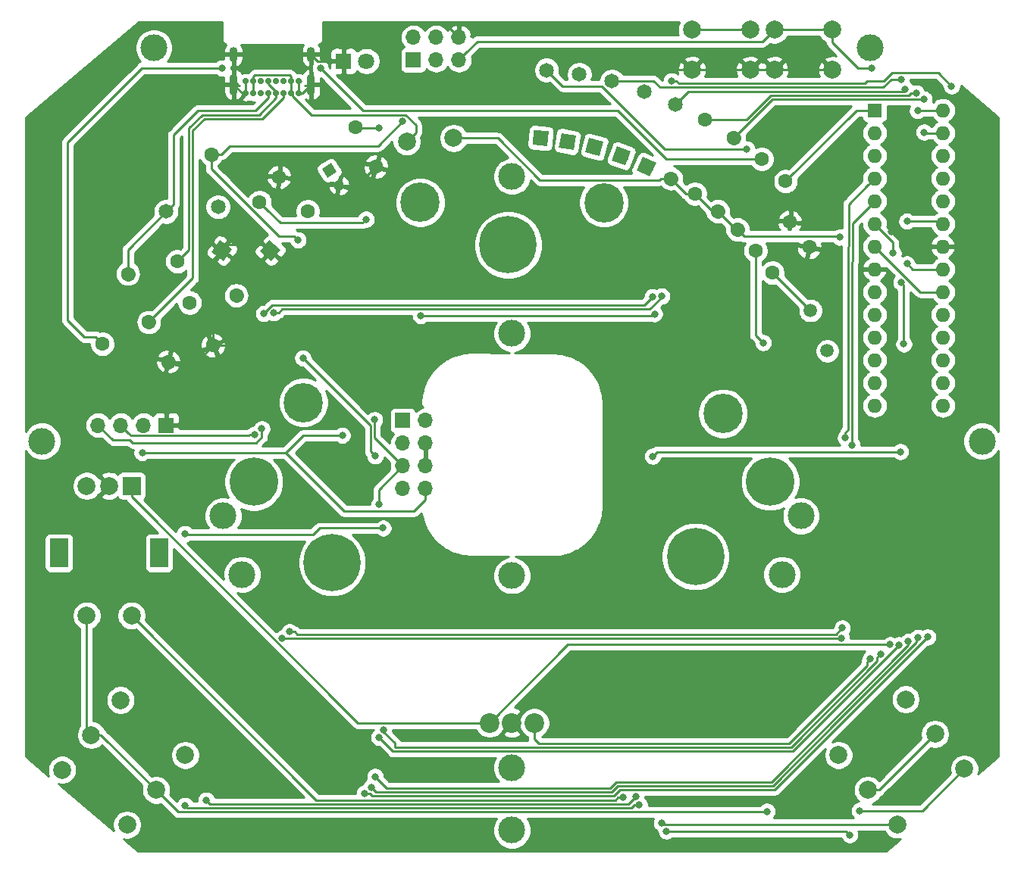
<source format=gbr>
G04 #@! TF.GenerationSoftware,KiCad,Pcbnew,(5.1.4)-1*
G04 #@! TF.CreationDate,2023-03-05T21:22:36+09:00*
G04 #@! TF.ProjectId,Akira_board,416b6972-615f-4626-9f61-72642e6b6963,rev?*
G04 #@! TF.SameCoordinates,Original*
G04 #@! TF.FileFunction,Copper,L1,Top*
G04 #@! TF.FilePolarity,Positive*
%FSLAX46Y46*%
G04 Gerber Fmt 4.6, Leading zero omitted, Abs format (unit mm)*
G04 Created by KiCad (PCBNEW (5.1.4)-1) date 2023-03-05 21:22:36*
%MOMM*%
%LPD*%
G04 APERTURE LIST*
%ADD10C,3.000000*%
%ADD11C,1.600000*%
%ADD12C,1.600000*%
%ADD13O,1.700000X1.700000*%
%ADD14R,1.700000X1.700000*%
%ADD15C,2.010000*%
%ADD16C,2.000000*%
%ADD17O,0.900000X1.700000*%
%ADD18O,0.900000X2.400000*%
%ADD19C,0.700000*%
%ADD20C,1.800000*%
%ADD21R,1.800000X1.800000*%
%ADD22C,1.651000*%
%ADD23C,0.100000*%
%ADD24C,1.500000*%
%ADD25C,1.200000*%
%ADD26O,1.600000X1.600000*%
%ADD27R,1.600000X1.600000*%
%ADD28R,2.000000X2.000000*%
%ADD29R,2.000000X3.200000*%
%ADD30C,2.200000*%
%ADD31C,4.400000*%
%ADD32C,5.400000*%
%ADD33C,6.400000*%
%ADD34C,0.800000*%
%ADD35C,0.250000*%
%ADD36C,0.254000*%
G04 APERTURE END LIST*
D10*
X147100000Y-136200000D03*
X147100000Y-129200000D03*
X116950000Y-107620000D03*
X114830000Y-101060000D03*
X147100000Y-63100000D03*
X179380000Y-101060000D03*
X177250000Y-107620000D03*
D11*
X176200000Y-73875000D03*
X180295760Y-71007118D03*
X164840000Y-63324114D03*
D12*
X164840000Y-63324114D02*
X164840000Y-63324114D01*
D11*
X168650000Y-56725000D03*
X121086062Y-63169778D03*
X124300000Y-67000000D03*
X131900000Y-61999999D03*
X129591257Y-57564945D03*
X174300000Y-71400000D03*
X178130222Y-68186062D03*
D10*
X187100000Y-48700000D03*
X107100000Y-48700000D03*
X94600000Y-92700000D03*
X199600000Y-92700000D03*
X147100000Y-107740000D03*
X147100000Y-80660000D03*
D13*
X137440000Y-90400000D03*
X137440000Y-92940000D03*
X137440000Y-95480000D03*
D14*
X134900000Y-90400000D03*
D13*
X134900000Y-95480000D03*
X134900000Y-98020000D03*
X137440000Y-98020000D03*
X134900000Y-92940000D03*
X100860483Y-90911488D03*
X103400483Y-90911488D03*
X105940483Y-90911488D03*
D14*
X108480483Y-90911488D03*
D15*
X140574803Y-58810861D03*
X135350000Y-59200000D03*
D16*
X183576978Y-127814922D03*
X186850000Y-131700000D03*
X190123022Y-135585078D03*
X103365402Y-121654132D03*
X100107701Y-125552066D03*
X96850000Y-129450000D03*
X191076978Y-121564922D03*
X194350000Y-125450000D03*
X197623022Y-129335078D03*
D17*
X116000000Y-49440000D03*
X124650000Y-49440000D03*
D18*
X116000000Y-52820000D03*
X124650000Y-52820000D03*
D19*
X119900000Y-52450000D03*
X117350000Y-52450000D03*
X118200000Y-52450000D03*
X119050000Y-52450000D03*
X123300000Y-52450000D03*
X121600000Y-52450000D03*
X120750000Y-52450000D03*
X122450000Y-52450000D03*
X117350000Y-53800000D03*
X118200000Y-53800000D03*
X119050000Y-53800000D03*
X119900000Y-53800000D03*
X120750000Y-53800000D03*
X121600000Y-53800000D03*
X122450000Y-53800000D03*
X123300000Y-53800000D03*
D13*
X141165000Y-47535000D03*
X141165000Y-50075000D03*
X138625000Y-47535000D03*
X138625000Y-50075000D03*
X136085000Y-47535000D03*
D14*
X136085000Y-50075000D03*
D20*
X130840000Y-50200000D03*
D21*
X128300000Y-50200000D03*
D22*
X120100000Y-71400000D03*
D23*
G36*
X118937009Y-71501749D02*
G01*
X119998251Y-70237009D01*
X121262991Y-71298251D01*
X120201749Y-72562991D01*
X118937009Y-71501749D01*
X118937009Y-71501749D01*
G37*
D22*
X114262742Y-66501958D03*
X114700000Y-71400000D03*
D23*
G36*
X113550303Y-71602723D02*
G01*
X114497277Y-70250303D01*
X115849697Y-71197277D01*
X114902723Y-72549697D01*
X113550303Y-71602723D01*
X113550303Y-71602723D01*
G37*
D22*
X108458062Y-67029348D03*
X162099999Y-62000001D03*
D23*
G36*
X161700713Y-60902973D02*
G01*
X163197027Y-61600715D01*
X162499285Y-63097029D01*
X161002971Y-62399287D01*
X161700713Y-60902973D01*
X161700713Y-60902973D01*
G37*
D22*
X165320351Y-55093935D03*
X153299999Y-59200000D03*
D23*
G36*
X152630387Y-58243695D02*
G01*
X154256304Y-58530388D01*
X153969611Y-60156305D01*
X152343694Y-59869612D01*
X152630387Y-58243695D01*
X152630387Y-58243695D01*
G37*
D22*
X154623199Y-51695764D03*
X159300000Y-60800000D03*
D23*
G36*
X158806621Y-59741946D02*
G01*
X160358054Y-60306621D01*
X159793379Y-61858054D01*
X158241946Y-61293379D01*
X158806621Y-59741946D01*
X158806621Y-59741946D01*
G37*
D22*
X161906194Y-53639542D03*
X156300000Y-59800000D03*
D23*
G36*
X155716283Y-58788973D02*
G01*
X157311027Y-59216283D01*
X156883717Y-60811027D01*
X155288973Y-60383717D01*
X155716283Y-58788973D01*
X155716283Y-58788973D01*
G37*
D22*
X158272202Y-52439646D03*
X150300000Y-58800000D03*
D23*
G36*
X149549588Y-57905694D02*
G01*
X151194306Y-58049588D01*
X151050412Y-59694306D01*
X149405694Y-59550412D01*
X149549588Y-57905694D01*
X149549588Y-57905694D01*
G37*
D22*
X150964126Y-51208996D03*
D24*
X182300000Y-82600000D03*
X180432505Y-78091468D03*
D25*
X127774599Y-64086783D03*
X126700000Y-62400000D03*
D23*
G36*
X125871585Y-62216345D02*
G01*
X126883655Y-61571585D01*
X127528415Y-62583655D01*
X126516345Y-63228415D01*
X125871585Y-62216345D01*
X125871585Y-62216345D01*
G37*
D16*
X173700000Y-46700000D03*
X173700000Y-51200000D03*
X167200000Y-46700000D03*
X167200000Y-51200000D03*
X182900000Y-46700000D03*
X182900000Y-51200000D03*
X176400000Y-46700000D03*
X176400000Y-51200000D03*
D11*
X171900000Y-58800000D03*
D12*
X171900000Y-58800000D02*
X171900000Y-58800000D01*
D11*
X167529348Y-65041939D03*
X170100000Y-67000000D03*
D12*
X170100000Y-67000000D02*
X170100000Y-67000000D01*
D11*
X174998042Y-61162741D03*
X116299114Y-76410000D03*
D12*
X116299114Y-76410000D02*
X116299114Y-76410000D01*
D11*
X109700000Y-72600000D03*
X104193935Y-73979649D03*
D12*
X104193935Y-73979649D02*
X104193935Y-73979649D01*
D11*
X111100000Y-77200000D03*
X108700001Y-83799999D03*
D12*
X108700001Y-83799999D02*
X108700001Y-83799999D01*
D11*
X101339646Y-81827798D03*
X106539542Y-79393807D03*
D12*
X106539542Y-79393807D02*
X106539542Y-79393807D01*
D11*
X113700000Y-82000000D03*
X113511846Y-60611846D03*
D12*
X113511846Y-60611846D02*
X113511846Y-60611846D01*
D11*
X118900000Y-66000000D03*
X172275000Y-69025000D03*
D12*
X172275000Y-69025000D02*
X172275000Y-69025000D01*
D11*
X177663154Y-63636846D03*
D26*
X195220000Y-55700000D03*
X187600000Y-88720000D03*
X195220000Y-58240000D03*
X187600000Y-86180000D03*
X195220000Y-60780000D03*
X187600000Y-83640000D03*
X195220000Y-63320000D03*
X187600000Y-81100000D03*
X195220000Y-65860000D03*
X187600000Y-78560000D03*
X195220000Y-68400000D03*
X187600000Y-76020000D03*
X195220000Y-70940000D03*
X187600000Y-73480000D03*
X195220000Y-73480000D03*
X187600000Y-70940000D03*
X195220000Y-76020000D03*
X187600000Y-68400000D03*
X195220000Y-78560000D03*
X187600000Y-65860000D03*
X195220000Y-81100000D03*
X187600000Y-63320000D03*
X195220000Y-83640000D03*
X187600000Y-60780000D03*
X195220000Y-86180000D03*
X187600000Y-58240000D03*
X195220000Y-88720000D03*
D27*
X187600000Y-55700000D03*
D28*
X104600000Y-97700000D03*
D16*
X102100000Y-97700000D03*
X99600000Y-97700000D03*
D29*
X107700000Y-105200000D03*
X96500000Y-105200000D03*
D16*
X104600000Y-112200000D03*
X99600000Y-112200000D03*
D30*
X144600000Y-124200000D03*
X147100000Y-124200000D03*
X149600000Y-124200000D03*
D31*
X123800000Y-88380000D03*
X136850000Y-66000000D03*
X157370000Y-66030000D03*
X170660000Y-89610000D03*
D32*
X118260000Y-97250000D03*
X175940000Y-97225000D03*
D33*
X167600000Y-105600000D03*
X127000000Y-106275000D03*
X146675000Y-70750000D03*
D16*
X110607701Y-127802066D03*
X107350000Y-131700000D03*
X104092299Y-135597934D03*
D34*
X175575000Y-134100000D03*
X112950000Y-132850000D03*
X160924989Y-132414998D03*
X189337863Y-115463705D03*
X187145079Y-117020079D03*
X188308806Y-116492762D03*
X132740265Y-124953414D03*
X132700030Y-102425000D03*
X110550000Y-103050000D03*
X159474988Y-132549980D03*
X192400000Y-55750000D03*
X192260209Y-53775000D03*
X162824999Y-76550000D03*
X119375000Y-78425000D03*
X118375000Y-91950000D03*
X193125000Y-58150000D03*
X193125000Y-54475000D03*
X119147728Y-91315259D03*
X120477551Y-78347754D03*
X163822631Y-76481198D03*
X175150000Y-81700000D03*
X191024999Y-53324990D03*
X191216757Y-68099999D03*
X134050000Y-82800000D03*
X161600000Y-51200000D03*
X189512653Y-69287347D03*
X105800000Y-94000000D03*
X132225000Y-57650000D03*
X183725000Y-69900000D03*
X128150000Y-92050000D03*
X185075000Y-93150000D03*
X183875000Y-114738705D03*
X121437653Y-114762347D03*
X122250000Y-114013705D03*
X183996245Y-113592154D03*
X184350000Y-92317948D03*
X190575000Y-52250000D03*
X191216757Y-72875000D03*
X173337260Y-60037740D03*
X187250000Y-51000000D03*
X130800000Y-67900000D03*
X114725000Y-50975000D03*
X125700000Y-51000000D03*
X161325000Y-133375000D03*
X110575000Y-133450000D03*
X164354701Y-136310078D03*
X184825000Y-136725000D03*
X185925000Y-134025000D03*
X163800000Y-135400000D03*
X192436950Y-114662745D03*
X131369053Y-131397253D03*
X196200000Y-53000000D03*
X164900000Y-52424972D03*
X190347437Y-115479437D03*
X132250020Y-99800000D03*
X132250020Y-125825000D03*
X131750000Y-90300000D03*
X134900000Y-56925000D03*
X131800010Y-130211146D03*
X191372749Y-115090535D03*
X131800010Y-94350000D03*
X123750000Y-83400000D03*
X123200000Y-70200000D03*
X136900000Y-78675010D03*
X163025000Y-78475000D03*
X162824999Y-94400000D03*
X190474930Y-93875000D03*
X190863437Y-81838437D03*
X190567347Y-74932653D03*
X189682018Y-71690668D03*
X130625000Y-132099970D03*
X193525000Y-114600000D03*
D35*
X99600000Y-125044365D02*
X100107701Y-125552066D01*
X99600000Y-112200000D02*
X99600000Y-125044365D01*
X101202066Y-125552066D02*
X100107701Y-125552066D01*
X107350000Y-131700000D02*
X101202066Y-125552066D01*
X107350000Y-131700000D02*
X109825000Y-134175000D01*
X109825000Y-134175000D02*
X170925000Y-134175000D01*
X170925000Y-134175000D02*
X175500000Y-134175000D01*
X175500000Y-134175000D02*
X175575000Y-134100000D01*
X112950000Y-132850000D02*
X113374980Y-133274980D01*
X113374980Y-133274980D02*
X160065007Y-133274980D01*
X160065007Y-133274980D02*
X160924989Y-132414998D01*
X143044366Y-124200000D02*
X144600000Y-124200000D01*
X129850000Y-124200000D02*
X143044366Y-124200000D01*
X104600000Y-98950000D02*
X129850000Y-124200000D01*
X104600000Y-97700000D02*
X104600000Y-98950000D01*
X153336295Y-115463705D02*
X144600000Y-124200000D01*
X189337863Y-115463705D02*
X153336295Y-115463705D01*
X186745080Y-117420078D02*
X186745080Y-117808974D01*
X187145079Y-117020079D02*
X186745080Y-117420078D01*
X186745080Y-117808974D02*
X178079075Y-126474979D01*
X178079075Y-126474979D02*
X150074979Y-126474979D01*
X149600000Y-126000000D02*
X149600000Y-124200000D01*
X150074979Y-126474979D02*
X149600000Y-126000000D01*
X187908807Y-116892761D02*
X187908807Y-117281657D01*
X188308806Y-116492762D02*
X187908807Y-116892761D01*
X187908807Y-117281657D02*
X178265475Y-126924989D01*
X178265475Y-126924989D02*
X133986419Y-126924989D01*
X132740265Y-125215265D02*
X132740265Y-124953414D01*
X133986419Y-126924989D02*
X133986419Y-126461419D01*
X133986419Y-126461419D02*
X132740265Y-125215265D01*
X125632998Y-102425000D02*
X124882998Y-103175000D01*
X132700030Y-102425000D02*
X125632998Y-102425000D01*
X124882998Y-103175000D02*
X110675000Y-103175000D01*
X110675000Y-103175000D02*
X110550000Y-103050000D01*
X158909303Y-132549980D02*
X158634313Y-132824970D01*
X159474988Y-132549980D02*
X158909303Y-132549980D01*
X125224970Y-132824970D02*
X127149970Y-132824970D01*
X104600000Y-112200000D02*
X125224970Y-132824970D01*
X158634313Y-132824970D02*
X127149970Y-132824970D01*
X195220000Y-55700000D02*
X192450000Y-55700000D01*
X192450000Y-55700000D02*
X192400000Y-55750000D01*
X173338590Y-56725000D02*
X168650000Y-56725000D01*
X176013599Y-54049991D02*
X173338590Y-56725000D01*
X191419534Y-54049990D02*
X176013599Y-54049991D01*
X192260209Y-53775000D02*
X191694524Y-53775000D01*
X191694524Y-53775000D02*
X191419534Y-54049990D01*
X162824999Y-76550000D02*
X161874999Y-77500000D01*
X161874999Y-77500000D02*
X130942998Y-77500000D01*
X130942998Y-77500000D02*
X120650000Y-77500000D01*
X120650000Y-77500000D02*
X120300000Y-77500000D01*
X120300000Y-77500000D02*
X119375000Y-78425000D01*
X104250482Y-91761487D02*
X103400483Y-90911488D01*
X104575484Y-92086489D02*
X104250482Y-91761487D01*
X117672826Y-92086489D02*
X104575484Y-92086489D01*
X117809315Y-91950000D02*
X117672826Y-92086489D01*
X118375000Y-91950000D02*
X117809315Y-91950000D01*
X188100000Y-131700000D02*
X186850000Y-131700000D01*
X194350000Y-125450000D02*
X188100000Y-131700000D01*
X195220000Y-58240000D02*
X193215000Y-58240000D01*
X193215000Y-58240000D02*
X193125000Y-58150000D01*
X193100000Y-54500000D02*
X193125000Y-54475000D01*
X171900000Y-58800000D02*
X176200000Y-54500000D01*
X176200000Y-54500000D02*
X193100000Y-54500000D01*
X102485494Y-92536499D02*
X104389084Y-92536499D01*
X100860483Y-90911488D02*
X102485494Y-92536499D01*
X119147728Y-92250274D02*
X119147728Y-91315259D01*
X118498002Y-92900000D02*
X119147728Y-92250274D01*
X104389084Y-92536499D02*
X104752585Y-92900000D01*
X104752585Y-92900000D02*
X118498002Y-92900000D01*
X121043236Y-78347754D02*
X121440980Y-77950010D01*
X120477551Y-78347754D02*
X121043236Y-78347754D01*
X163822631Y-76625370D02*
X163822631Y-76481198D01*
X121440980Y-77950010D02*
X162497991Y-77950010D01*
X162497991Y-77950010D02*
X163822631Y-76625370D01*
X167200000Y-46700000D02*
X173700000Y-46700000D01*
X174300000Y-71400000D02*
X174300000Y-80850000D01*
X174300000Y-80850000D02*
X175150000Y-81700000D01*
X166814304Y-53599982D02*
X175827200Y-53599982D01*
X165320351Y-55093935D02*
X166814304Y-53599982D01*
X175827200Y-53599982D02*
X190724999Y-53599982D01*
X190724999Y-53599982D02*
X190750007Y-53599982D01*
X190750007Y-53599982D02*
X191024999Y-53324990D01*
X194919999Y-68099999D02*
X195220000Y-68400000D01*
X191216757Y-68099999D02*
X194919999Y-68099999D01*
X180416468Y-78091468D02*
X180432505Y-78091468D01*
X176200000Y-73875000D02*
X180416468Y-78091468D01*
X116000000Y-50540000D02*
X116000000Y-52820000D01*
X116000000Y-49440000D02*
X116000000Y-50540000D01*
X124650000Y-50540000D02*
X124650000Y-52820000D01*
X124650000Y-49440000D02*
X124650000Y-50540000D01*
X125410000Y-50200000D02*
X124650000Y-49440000D01*
X128300000Y-50200000D02*
X125410000Y-50200000D01*
X123300000Y-52450000D02*
X123300000Y-53800000D01*
X123670000Y-53800000D02*
X124650000Y-52820000D01*
X123300000Y-53800000D02*
X123670000Y-53800000D01*
X117350000Y-53800000D02*
X117350000Y-52450000D01*
X116980000Y-53800000D02*
X116000000Y-52820000D01*
X117350000Y-53800000D02*
X116980000Y-53800000D01*
X116000000Y-49440000D02*
X124650000Y-49440000D01*
X133250000Y-82000000D02*
X113700000Y-82000000D01*
X134050000Y-82800000D02*
X133250000Y-82000000D01*
X108480483Y-84019517D02*
X108700001Y-83799999D01*
X108480483Y-90911488D02*
X108480483Y-84019517D01*
X111900001Y-83799999D02*
X113700000Y-82000000D01*
X108700001Y-83799999D02*
X111900001Y-83799999D01*
X113700000Y-72400000D02*
X114700000Y-71400000D01*
X113700000Y-82000000D02*
X113700000Y-72400000D01*
X119443344Y-70743344D02*
X120100000Y-71400000D01*
X119436569Y-70736569D02*
X119443344Y-70743344D01*
X115363431Y-70736569D02*
X119436569Y-70736569D01*
X114700000Y-71400000D02*
X115363431Y-70736569D01*
X126926071Y-64086783D02*
X127774599Y-64086783D01*
X123134437Y-64086783D02*
X126926071Y-64086783D01*
X122217432Y-63169778D02*
X123134437Y-64086783D01*
X121086062Y-63169778D02*
X122217432Y-63169778D01*
X129813216Y-64086783D02*
X131900000Y-61999999D01*
X127774599Y-64086783D02*
X129813216Y-64086783D01*
X139530000Y-45900000D02*
X131450000Y-45900000D01*
X141165000Y-47535000D02*
X139530000Y-45900000D01*
X128300000Y-49050000D02*
X128300000Y-50200000D01*
X131450000Y-45900000D02*
X128300000Y-49050000D01*
X161600000Y-51200000D02*
X167200000Y-51200000D01*
X167200000Y-51200000D02*
X173700000Y-51200000D01*
X175114213Y-51200000D02*
X176400000Y-51200000D01*
X173700000Y-51200000D02*
X175114213Y-51200000D01*
X177814213Y-51200000D02*
X182900000Y-51200000D01*
X176400000Y-51200000D02*
X177814213Y-51200000D01*
X195220000Y-70940000D02*
X191165306Y-70940000D01*
X191165306Y-70940000D02*
X189512653Y-69287347D01*
X192680000Y-76020000D02*
X187600000Y-70940000D01*
X195220000Y-76020000D02*
X192680000Y-76020000D01*
X136137080Y-100525001D02*
X128350001Y-100525001D01*
X137440000Y-98020000D02*
X137440000Y-99222081D01*
X137440000Y-99222081D02*
X136137080Y-100525001D01*
X128350001Y-100525001D02*
X121825000Y-94000000D01*
X121825000Y-94000000D02*
X105800000Y-94000000D01*
X129676312Y-57650000D02*
X129591257Y-57564945D01*
X132225000Y-57650000D02*
X129676312Y-57650000D01*
X163708630Y-63324114D02*
X164840000Y-63324114D01*
X163527745Y-63504999D02*
X163708630Y-63324114D01*
X150206001Y-63504999D02*
X163527745Y-63504999D01*
X145511863Y-58810861D02*
X150206001Y-63504999D01*
X140574803Y-58810861D02*
X145511863Y-58810861D01*
X166557825Y-65041939D02*
X167529348Y-65041939D01*
X164840000Y-63324114D02*
X166557825Y-65041939D01*
X169487409Y-67000000D02*
X170100000Y-67000000D01*
X167529348Y-65041939D02*
X169487409Y-67000000D01*
X172125000Y-69025000D02*
X172275000Y-69025000D01*
X170100000Y-67000000D02*
X172125000Y-69025000D01*
X183649999Y-69824999D02*
X183725000Y-69900000D01*
X172275000Y-69025000D02*
X173074999Y-69824999D01*
X173074999Y-69824999D02*
X183649999Y-69824999D01*
X123775000Y-92050000D02*
X121825000Y-94000000D01*
X128150000Y-92050000D02*
X123775000Y-92050000D01*
X185150000Y-68310000D02*
X185150000Y-72600000D01*
X187600000Y-65860000D02*
X185150000Y-68310000D01*
X185150000Y-72600000D02*
X185075000Y-72675000D01*
X185075000Y-72675000D02*
X185075000Y-93150000D01*
X183875000Y-114738705D02*
X121461295Y-114738705D01*
X121461295Y-114738705D02*
X121437653Y-114762347D01*
X122815685Y-114013705D02*
X123090675Y-114288695D01*
X122250000Y-114013705D02*
X122815685Y-114013705D01*
X123090675Y-114288695D02*
X183252008Y-114288695D01*
X183252008Y-114288695D02*
X183299704Y-114288695D01*
X183299704Y-114288695D02*
X183996245Y-113592154D01*
X184350000Y-91752263D02*
X184624990Y-91477273D01*
X186800001Y-64119999D02*
X187600000Y-63320000D01*
X184624990Y-91477273D02*
X184624990Y-71000010D01*
X184350000Y-92317948D02*
X184350000Y-91752263D01*
X184624990Y-71000010D02*
X184699990Y-70925010D01*
X184699990Y-70925010D02*
X184699990Y-66220010D01*
X184699990Y-66220010D02*
X186800001Y-64119999D01*
X191821757Y-73480000D02*
X195220000Y-73480000D01*
X191216757Y-72875000D02*
X191821757Y-73480000D01*
X162910354Y-52439646D02*
X158272202Y-52439646D01*
X163620680Y-53149972D02*
X162910354Y-52439646D01*
X188575028Y-53149972D02*
X163620680Y-53149972D01*
X189475000Y-52250000D02*
X188575028Y-53149972D01*
X190575000Y-52250000D02*
X189475000Y-52250000D01*
X157121701Y-52991887D02*
X164167554Y-60037740D01*
X150964126Y-51208996D02*
X152747017Y-52991887D01*
X152747017Y-52991887D02*
X157121701Y-52991887D01*
X164167554Y-60037740D02*
X173337260Y-60037740D01*
X182900000Y-48114213D02*
X182900000Y-46700000D01*
X185785787Y-51000000D02*
X182900000Y-48114213D01*
X187250000Y-51000000D02*
X185785787Y-51000000D01*
X182900000Y-46700000D02*
X176400000Y-46700000D01*
X142014999Y-49225001D02*
X141165000Y-50075000D01*
X143214999Y-48025001D02*
X142014999Y-49225001D01*
X175074999Y-48025001D02*
X143214999Y-48025001D01*
X176400000Y-46700000D02*
X175074999Y-48025001D01*
X185600000Y-55700000D02*
X177663154Y-63636846D01*
X187600000Y-55700000D02*
X185600000Y-55700000D01*
X119699999Y-66799999D02*
X118900000Y-66000000D01*
X121199999Y-68299999D02*
X119699999Y-66799999D01*
X130400001Y-68299999D02*
X121199999Y-68299999D01*
X130800000Y-67900000D02*
X130400001Y-68299999D01*
X111450010Y-74483339D02*
X106539542Y-79393807D01*
X111450010Y-57974990D02*
X111450010Y-74483339D01*
X112774981Y-56650019D02*
X111450010Y-57974990D01*
X119244955Y-56650019D02*
X112774981Y-56650019D01*
X121600000Y-53800000D02*
X121600000Y-54294974D01*
X121600000Y-54294974D02*
X119244955Y-56650019D01*
X100539647Y-81027799D02*
X99302799Y-81027799D01*
X101339646Y-81827798D02*
X100539647Y-81027799D01*
X99302799Y-81027799D02*
X97450000Y-79175000D01*
X97450000Y-79175000D02*
X97450000Y-59300000D01*
X105775000Y-50975000D02*
X114725000Y-50975000D01*
X97450000Y-59300000D02*
X105775000Y-50975000D01*
X119900000Y-54294974D02*
X118444974Y-55750000D01*
X119900000Y-53800000D02*
X119900000Y-54294974D01*
X118444974Y-55750000D02*
X112000000Y-55750000D01*
X109283561Y-58466439D02*
X112000000Y-55750000D01*
X109283561Y-66203849D02*
X109283561Y-58466439D01*
X108458062Y-67029348D02*
X109283561Y-66203849D01*
X104193935Y-71293475D02*
X108458062Y-67029348D01*
X104193935Y-73979649D02*
X104193935Y-71293475D01*
X125700000Y-51000000D02*
X130449989Y-55749989D01*
X130449989Y-55749989D02*
X158899989Y-55749989D01*
X164312741Y-61162741D02*
X174998042Y-61162741D01*
X158899989Y-55749989D02*
X164312741Y-61162741D01*
X120750000Y-53650998D02*
X120750000Y-53800000D01*
X119900000Y-52800998D02*
X120750000Y-53650998D01*
X119900000Y-52450000D02*
X119900000Y-52800998D01*
X111000000Y-71300000D02*
X111000000Y-57700000D01*
X109700000Y-72600000D02*
X111000000Y-71300000D01*
X120750000Y-54294974D02*
X120750000Y-53800000D01*
X118844965Y-56200009D02*
X120750000Y-54294974D01*
X111000000Y-57700000D02*
X112499991Y-56200009D01*
X112499991Y-56200009D02*
X118844965Y-56200009D01*
X160759315Y-133375000D02*
X160409325Y-133724990D01*
X161325000Y-133375000D02*
X160759315Y-133375000D01*
X160409325Y-133724990D02*
X110849990Y-133724990D01*
X110849990Y-133724990D02*
X110575000Y-133450000D01*
X164354701Y-136310078D02*
X184410078Y-136310078D01*
X184410078Y-136310078D02*
X184825000Y-136725000D01*
X192933100Y-134025000D02*
X197623022Y-129335078D01*
X185925000Y-134025000D02*
X192933100Y-134025000D01*
X190123022Y-135585078D02*
X163985078Y-135585078D01*
X163985078Y-135585078D02*
X163800000Y-135400000D01*
X118200000Y-52450000D02*
X118200000Y-53800000D01*
X122450000Y-52450000D02*
X122450000Y-53800000D01*
X122450000Y-51955026D02*
X122450000Y-52450000D01*
X122269973Y-51774999D02*
X122450000Y-51955026D01*
X118380027Y-51774999D02*
X122269973Y-51774999D01*
X118200000Y-51955026D02*
X118380027Y-51774999D01*
X118200000Y-52450000D02*
X118200000Y-51955026D01*
X136354999Y-58195001D02*
X135350000Y-59200000D01*
X124700997Y-56199999D02*
X135248001Y-56199999D01*
X122624999Y-54124001D02*
X124700997Y-56199999D01*
X122624999Y-53949999D02*
X122624999Y-54124001D01*
X135248001Y-56199999D02*
X136354999Y-57306997D01*
X122475000Y-53800000D02*
X122624999Y-53949999D01*
X136354999Y-57306997D02*
X136354999Y-58195001D01*
X122450000Y-53800000D02*
X122475000Y-53800000D01*
X192300000Y-114799695D02*
X192300000Y-115188590D01*
X192436950Y-114662745D02*
X192300000Y-114799695D01*
X192300000Y-115188590D02*
X183569295Y-123919295D01*
X183569295Y-123919295D02*
X176248603Y-131239987D01*
X158946475Y-131239988D02*
X158261513Y-131924950D01*
X176248603Y-131239987D02*
X158946475Y-131239988D01*
X158261513Y-131924950D02*
X131896750Y-131924950D01*
X131896750Y-131924950D02*
X131369053Y-131397253D01*
X188663618Y-52424972D02*
X186750000Y-52424972D01*
X189563591Y-51524999D02*
X188663618Y-52424972D01*
X196200000Y-53000000D02*
X194724999Y-51524999D01*
X194724999Y-51524999D02*
X189563591Y-51524999D01*
X186750000Y-52450000D02*
X186500038Y-52699962D01*
X186750000Y-52424972D02*
X186750000Y-52450000D01*
X165740675Y-52699962D02*
X186500038Y-52699962D01*
X165465685Y-52424972D02*
X165740675Y-52699962D01*
X164900000Y-52424972D02*
X165465685Y-52424972D01*
X134900000Y-95480000D02*
X132250020Y-98129980D01*
X132250020Y-98129980D02*
X132250020Y-99800000D01*
X132250020Y-125825000D02*
X133800019Y-127374999D01*
X178840771Y-126986103D02*
X190347437Y-115479437D01*
X178451875Y-127374999D02*
X178840771Y-126986103D01*
X133800019Y-127374999D02*
X178451875Y-127374999D01*
X131750000Y-92330000D02*
X134900000Y-95480000D01*
X131750000Y-90300000D02*
X131750000Y-92330000D01*
X114643216Y-60611846D02*
X115580062Y-59675000D01*
X113511846Y-60611846D02*
X114643216Y-60611846D01*
X132150000Y-59675000D02*
X115580062Y-59675000D01*
X134900000Y-56925000D02*
X132150000Y-59675000D01*
X131800010Y-130211146D02*
X133063804Y-131474940D01*
X133063804Y-131474940D02*
X148575000Y-131474940D01*
X158075113Y-131474940D02*
X158760076Y-130789979D01*
X148575000Y-131474940D02*
X158075113Y-131474940D01*
X158760076Y-130789979D02*
X176062201Y-130789979D01*
X176062201Y-130789979D02*
X191372749Y-115479431D01*
X191372749Y-115479431D02*
X191372749Y-115090535D01*
X131299990Y-90949990D02*
X123750000Y-83400000D01*
X131800010Y-94350000D02*
X131299990Y-93849980D01*
X131299990Y-93849980D02*
X131299990Y-90949990D01*
X113511846Y-61743216D02*
X113511846Y-60611846D01*
X113511846Y-62276848D02*
X113511846Y-61743216D01*
X121034999Y-69800001D02*
X113511846Y-62276848D01*
X122800001Y-69800001D02*
X121034999Y-69800001D01*
X123200000Y-70200000D02*
X122800001Y-69800001D01*
X136900000Y-78675010D02*
X162824990Y-78675010D01*
X162824990Y-78675010D02*
X163025000Y-78475000D01*
X162824999Y-94400000D02*
X163349999Y-93875000D01*
X163349999Y-93875000D02*
X190474930Y-93875000D01*
X190863437Y-81838437D02*
X190863437Y-75228743D01*
X190863437Y-75228743D02*
X190567347Y-74932653D01*
X189682018Y-70482018D02*
X187600000Y-68400000D01*
X189682018Y-71690668D02*
X189682018Y-70482018D01*
X131190685Y-132099970D02*
X131465675Y-132374960D01*
X130625000Y-132099970D02*
X131190685Y-132099970D01*
X131465675Y-132374960D02*
X138600000Y-132374960D01*
X138600000Y-132374960D02*
X154225040Y-132374960D01*
X154225040Y-132374960D02*
X158447913Y-132374960D01*
X158447913Y-132374960D02*
X159132876Y-131689997D01*
X159132876Y-131689997D02*
X172384697Y-131689997D01*
X172384697Y-131689997D02*
X176435003Y-131689997D01*
X176435003Y-131689997D02*
X193525000Y-114600000D01*
D36*
G36*
X114690000Y-47667580D02*
G01*
X114686807Y-47700000D01*
X114699550Y-47829383D01*
X114737290Y-47953793D01*
X114798575Y-48068450D01*
X114878839Y-48166252D01*
X114881052Y-48168948D01*
X114981550Y-48251425D01*
X115096207Y-48312710D01*
X115166688Y-48334091D01*
X115046191Y-48507455D01*
X114960624Y-48703767D01*
X114915000Y-48913000D01*
X114915000Y-49313000D01*
X115873000Y-49313000D01*
X115873000Y-49293000D01*
X116127000Y-49293000D01*
X116127000Y-49313000D01*
X117085000Y-49313000D01*
X117085000Y-48913000D01*
X117039376Y-48703767D01*
X116953809Y-48507455D01*
X116851320Y-48360000D01*
X123798680Y-48360000D01*
X123696191Y-48507455D01*
X123610624Y-48703767D01*
X123565000Y-48913000D01*
X123565000Y-49313000D01*
X124523000Y-49313000D01*
X124523000Y-49293000D01*
X124777000Y-49293000D01*
X124777000Y-49313000D01*
X125735000Y-49313000D01*
X125735000Y-49300000D01*
X126761928Y-49300000D01*
X126765000Y-49914250D01*
X126923750Y-50073000D01*
X128173000Y-50073000D01*
X128173000Y-48823750D01*
X128427000Y-48823750D01*
X128427000Y-50073000D01*
X128447000Y-50073000D01*
X128447000Y-50327000D01*
X128427000Y-50327000D01*
X128427000Y-51576250D01*
X128585750Y-51735000D01*
X129200000Y-51738072D01*
X129324482Y-51725812D01*
X129444180Y-51689502D01*
X129554494Y-51630537D01*
X129651185Y-51551185D01*
X129730537Y-51454494D01*
X129789502Y-51344180D01*
X129795056Y-51325873D01*
X129861495Y-51392312D01*
X130112905Y-51560299D01*
X130392257Y-51676011D01*
X130688816Y-51735000D01*
X130991184Y-51735000D01*
X131287743Y-51676011D01*
X131567095Y-51560299D01*
X131818505Y-51392312D01*
X132032312Y-51178505D01*
X132200299Y-50927095D01*
X132316011Y-50647743D01*
X132375000Y-50351184D01*
X132375000Y-50048816D01*
X132316011Y-49752257D01*
X132200299Y-49472905D01*
X132032312Y-49221495D01*
X131818505Y-49007688D01*
X131567095Y-48839701D01*
X131287743Y-48723989D01*
X130991184Y-48665000D01*
X130688816Y-48665000D01*
X130392257Y-48723989D01*
X130112905Y-48839701D01*
X129861495Y-49007688D01*
X129795056Y-49074127D01*
X129789502Y-49055820D01*
X129730537Y-48945506D01*
X129651185Y-48848815D01*
X129554494Y-48769463D01*
X129444180Y-48710498D01*
X129324482Y-48674188D01*
X129200000Y-48661928D01*
X128585750Y-48665000D01*
X128427000Y-48823750D01*
X128173000Y-48823750D01*
X128014250Y-48665000D01*
X127400000Y-48661928D01*
X127275518Y-48674188D01*
X127155820Y-48710498D01*
X127045506Y-48769463D01*
X126948815Y-48848815D01*
X126869463Y-48945506D01*
X126810498Y-49055820D01*
X126774188Y-49175518D01*
X126761928Y-49300000D01*
X125735000Y-49300000D01*
X125735000Y-48913000D01*
X125689376Y-48703767D01*
X125603809Y-48507455D01*
X125492018Y-48346617D01*
X125603793Y-48312710D01*
X125718450Y-48251425D01*
X125818948Y-48168948D01*
X125901425Y-48068450D01*
X125962710Y-47953793D01*
X126000450Y-47829383D01*
X126013193Y-47700000D01*
X126010000Y-47667581D01*
X126010000Y-45860000D01*
X165794872Y-45860000D01*
X165751082Y-45925537D01*
X165627832Y-46223088D01*
X165565000Y-46538967D01*
X165565000Y-46861033D01*
X165627832Y-47176912D01*
X165664320Y-47265001D01*
X143252321Y-47265001D01*
X143214998Y-47261325D01*
X143177675Y-47265001D01*
X143177666Y-47265001D01*
X143066013Y-47275998D01*
X142922752Y-47319455D01*
X142790723Y-47390027D01*
X142674998Y-47485000D01*
X142651200Y-47513998D01*
X142650000Y-47515198D01*
X142650000Y-47407998D01*
X142485815Y-47407998D01*
X142606481Y-47178109D01*
X142509157Y-46903748D01*
X142360178Y-46653645D01*
X142165269Y-46437412D01*
X141931920Y-46263359D01*
X141669099Y-46138175D01*
X141521890Y-46093524D01*
X141292000Y-46214845D01*
X141292000Y-47408000D01*
X141312000Y-47408000D01*
X141312000Y-47662000D01*
X141292000Y-47662000D01*
X141292000Y-47682000D01*
X141038000Y-47682000D01*
X141038000Y-47662000D01*
X141018000Y-47662000D01*
X141018000Y-47408000D01*
X141038000Y-47408000D01*
X141038000Y-46214845D01*
X140808110Y-46093524D01*
X140660901Y-46138175D01*
X140398080Y-46263359D01*
X140164731Y-46437412D01*
X139969822Y-46653645D01*
X139900201Y-46770523D01*
X139865706Y-46705986D01*
X139680134Y-46479866D01*
X139454014Y-46294294D01*
X139196034Y-46156401D01*
X138916111Y-46071487D01*
X138697950Y-46050000D01*
X138552050Y-46050000D01*
X138333889Y-46071487D01*
X138053966Y-46156401D01*
X137795986Y-46294294D01*
X137569866Y-46479866D01*
X137384294Y-46705986D01*
X137355000Y-46760791D01*
X137325706Y-46705986D01*
X137140134Y-46479866D01*
X136914014Y-46294294D01*
X136656034Y-46156401D01*
X136376111Y-46071487D01*
X136157950Y-46050000D01*
X136012050Y-46050000D01*
X135793889Y-46071487D01*
X135513966Y-46156401D01*
X135255986Y-46294294D01*
X135029866Y-46479866D01*
X134844294Y-46705986D01*
X134706401Y-46963966D01*
X134621487Y-47243889D01*
X134592815Y-47535000D01*
X134621487Y-47826111D01*
X134706401Y-48106034D01*
X134844294Y-48364014D01*
X135029866Y-48590134D01*
X135059687Y-48614607D01*
X134990820Y-48635498D01*
X134880506Y-48694463D01*
X134783815Y-48773815D01*
X134704463Y-48870506D01*
X134645498Y-48980820D01*
X134609188Y-49100518D01*
X134596928Y-49225000D01*
X134596928Y-50925000D01*
X134609188Y-51049482D01*
X134645498Y-51169180D01*
X134704463Y-51279494D01*
X134783815Y-51376185D01*
X134880506Y-51455537D01*
X134990820Y-51514502D01*
X135110518Y-51550812D01*
X135235000Y-51563072D01*
X136935000Y-51563072D01*
X137059482Y-51550812D01*
X137179180Y-51514502D01*
X137289494Y-51455537D01*
X137386185Y-51376185D01*
X137465537Y-51279494D01*
X137524502Y-51169180D01*
X137545393Y-51100313D01*
X137569866Y-51130134D01*
X137795986Y-51315706D01*
X138053966Y-51453599D01*
X138333889Y-51538513D01*
X138552050Y-51560000D01*
X138697950Y-51560000D01*
X138916111Y-51538513D01*
X139196034Y-51453599D01*
X139454014Y-51315706D01*
X139680134Y-51130134D01*
X139865706Y-50904014D01*
X139895000Y-50849209D01*
X139924294Y-50904014D01*
X140109866Y-51130134D01*
X140335986Y-51315706D01*
X140593966Y-51453599D01*
X140873889Y-51538513D01*
X141092050Y-51560000D01*
X141237950Y-51560000D01*
X141456111Y-51538513D01*
X141736034Y-51453599D01*
X141994014Y-51315706D01*
X142220134Y-51130134D01*
X142405706Y-50904014D01*
X142543599Y-50646034D01*
X142628513Y-50366111D01*
X142657185Y-50075000D01*
X142628513Y-49783889D01*
X142605797Y-49709004D01*
X143529801Y-48785001D01*
X175037677Y-48785001D01*
X175074999Y-48788677D01*
X175112321Y-48785001D01*
X175112332Y-48785001D01*
X175223985Y-48774004D01*
X175367246Y-48730547D01*
X175499275Y-48659975D01*
X175615000Y-48565002D01*
X175638802Y-48535999D01*
X175908624Y-48266177D01*
X175923088Y-48272168D01*
X176238967Y-48335000D01*
X176561033Y-48335000D01*
X176876912Y-48272168D01*
X177174463Y-48148918D01*
X177442252Y-47969987D01*
X177669987Y-47742252D01*
X177848918Y-47474463D01*
X177854909Y-47460000D01*
X181445091Y-47460000D01*
X181451082Y-47474463D01*
X181630013Y-47742252D01*
X181857748Y-47969987D01*
X182125537Y-48148918D01*
X182140345Y-48155052D01*
X182150997Y-48263198D01*
X182180361Y-48360000D01*
X182194454Y-48406459D01*
X182265026Y-48538489D01*
X182286785Y-48565002D01*
X182359999Y-48654214D01*
X182389003Y-48678017D01*
X183334694Y-49623709D01*
X183158892Y-49577616D01*
X182837405Y-49558282D01*
X182518325Y-49602039D01*
X182213912Y-49707205D01*
X182039956Y-49800186D01*
X181944192Y-50064587D01*
X182900000Y-51020395D01*
X182914143Y-51006253D01*
X183093748Y-51185858D01*
X183079605Y-51200000D01*
X183093748Y-51214143D01*
X182914143Y-51393748D01*
X182900000Y-51379605D01*
X182885858Y-51393748D01*
X182706253Y-51214143D01*
X182720395Y-51200000D01*
X181764587Y-50244192D01*
X181500186Y-50339956D01*
X181359296Y-50629571D01*
X181277616Y-50941108D01*
X181258282Y-51262595D01*
X181302039Y-51581675D01*
X181407205Y-51886088D01*
X181436001Y-51939962D01*
X177858231Y-51939962D01*
X177940704Y-51770429D01*
X178022384Y-51458892D01*
X178041718Y-51137405D01*
X177997961Y-50818325D01*
X177892795Y-50513912D01*
X177799814Y-50339956D01*
X177535413Y-50244192D01*
X176579605Y-51200000D01*
X176593748Y-51214143D01*
X176414143Y-51393748D01*
X176400000Y-51379605D01*
X176385858Y-51393748D01*
X176206253Y-51214143D01*
X176220395Y-51200000D01*
X175264587Y-50244192D01*
X175050000Y-50321914D01*
X174835413Y-50244192D01*
X173879605Y-51200000D01*
X173893748Y-51214143D01*
X173714143Y-51393748D01*
X173700000Y-51379605D01*
X173685858Y-51393748D01*
X173506253Y-51214143D01*
X173520395Y-51200000D01*
X172564587Y-50244192D01*
X172300186Y-50339956D01*
X172159296Y-50629571D01*
X172077616Y-50941108D01*
X172058282Y-51262595D01*
X172102039Y-51581675D01*
X172207205Y-51886088D01*
X172236001Y-51939962D01*
X168658231Y-51939962D01*
X168740704Y-51770429D01*
X168822384Y-51458892D01*
X168841718Y-51137405D01*
X168797961Y-50818325D01*
X168692795Y-50513912D01*
X168599814Y-50339956D01*
X168335413Y-50244192D01*
X167379605Y-51200000D01*
X167393748Y-51214143D01*
X167214143Y-51393748D01*
X167200000Y-51379605D01*
X167185858Y-51393748D01*
X167006253Y-51214143D01*
X167020395Y-51200000D01*
X166064587Y-50244192D01*
X165800186Y-50339956D01*
X165659296Y-50629571D01*
X165577616Y-50941108D01*
X165558282Y-51262595D01*
X165602039Y-51581675D01*
X165636950Y-51682727D01*
X165614724Y-51675985D01*
X165559774Y-51621035D01*
X165390256Y-51507767D01*
X165201898Y-51429746D01*
X165001939Y-51389972D01*
X164798061Y-51389972D01*
X164598102Y-51429746D01*
X164409744Y-51507767D01*
X164240226Y-51621035D01*
X164096063Y-51765198D01*
X163982795Y-51934716D01*
X163904774Y-52123074D01*
X163865588Y-52320078D01*
X163474157Y-51928648D01*
X163450355Y-51899645D01*
X163334630Y-51804672D01*
X163202601Y-51734100D01*
X163059340Y-51690643D01*
X162947687Y-51679646D01*
X162947676Y-51679646D01*
X162910354Y-51675970D01*
X162873032Y-51679646D01*
X159520915Y-51679646D01*
X159406647Y-51508631D01*
X159203217Y-51305201D01*
X158964008Y-51145367D01*
X158698214Y-51035272D01*
X158416049Y-50979146D01*
X158128355Y-50979146D01*
X157846190Y-51035272D01*
X157580396Y-51145367D01*
X157341187Y-51305201D01*
X157137757Y-51508631D01*
X156977923Y-51747840D01*
X156867828Y-52013634D01*
X156824415Y-52231887D01*
X155981964Y-52231887D01*
X156027573Y-52121776D01*
X156083699Y-51839611D01*
X156083699Y-51551917D01*
X156027573Y-51269752D01*
X155917478Y-51003958D01*
X155757644Y-50764749D01*
X155554214Y-50561319D01*
X155315005Y-50401485D01*
X155049211Y-50291390D01*
X154767046Y-50235264D01*
X154479352Y-50235264D01*
X154197187Y-50291390D01*
X153931393Y-50401485D01*
X153692184Y-50561319D01*
X153488754Y-50764749D01*
X153328920Y-51003958D01*
X153218825Y-51269752D01*
X153162699Y-51551917D01*
X153162699Y-51839611D01*
X153218825Y-52121776D01*
X153264434Y-52231887D01*
X153061819Y-52231887D01*
X152384500Y-51554569D01*
X152424626Y-51352843D01*
X152424626Y-51065149D01*
X152368500Y-50782984D01*
X152258405Y-50517190D01*
X152098571Y-50277981D01*
X151895141Y-50074551D01*
X151880229Y-50064587D01*
X166244192Y-50064587D01*
X167200000Y-51020395D01*
X168155808Y-50064587D01*
X172744192Y-50064587D01*
X173700000Y-51020395D01*
X174655808Y-50064587D01*
X175444192Y-50064587D01*
X176400000Y-51020395D01*
X177355808Y-50064587D01*
X177260044Y-49800186D01*
X176970429Y-49659296D01*
X176658892Y-49577616D01*
X176337405Y-49558282D01*
X176018325Y-49602039D01*
X175713912Y-49707205D01*
X175539956Y-49800186D01*
X175444192Y-50064587D01*
X174655808Y-50064587D01*
X174560044Y-49800186D01*
X174270429Y-49659296D01*
X173958892Y-49577616D01*
X173637405Y-49558282D01*
X173318325Y-49602039D01*
X173013912Y-49707205D01*
X172839956Y-49800186D01*
X172744192Y-50064587D01*
X168155808Y-50064587D01*
X168060044Y-49800186D01*
X167770429Y-49659296D01*
X167458892Y-49577616D01*
X167137405Y-49558282D01*
X166818325Y-49602039D01*
X166513912Y-49707205D01*
X166339956Y-49800186D01*
X166244192Y-50064587D01*
X151880229Y-50064587D01*
X151655932Y-49914717D01*
X151390138Y-49804622D01*
X151107973Y-49748496D01*
X150820279Y-49748496D01*
X150538114Y-49804622D01*
X150272320Y-49914717D01*
X150033111Y-50074551D01*
X149829681Y-50277981D01*
X149669847Y-50517190D01*
X149559752Y-50782984D01*
X149503626Y-51065149D01*
X149503626Y-51352843D01*
X149559752Y-51635008D01*
X149669847Y-51900802D01*
X149829681Y-52140011D01*
X150033111Y-52343441D01*
X150272320Y-52503275D01*
X150538114Y-52613370D01*
X150820279Y-52669496D01*
X151107973Y-52669496D01*
X151309699Y-52629370D01*
X152183217Y-53502889D01*
X152207016Y-53531888D01*
X152322741Y-53626861D01*
X152454770Y-53697433D01*
X152598031Y-53740890D01*
X152709684Y-53751887D01*
X152709692Y-53751887D01*
X152747017Y-53755563D01*
X152784342Y-53751887D01*
X156806900Y-53751887D01*
X158045002Y-54989989D01*
X130764791Y-54989989D01*
X127512312Y-51737510D01*
X128014250Y-51735000D01*
X128173000Y-51576250D01*
X128173000Y-50327000D01*
X126923750Y-50327000D01*
X126765000Y-50485750D01*
X126762490Y-50987689D01*
X126735000Y-50960199D01*
X126735000Y-50898061D01*
X126695226Y-50698102D01*
X126617205Y-50509744D01*
X126503937Y-50340226D01*
X126359774Y-50196063D01*
X126190256Y-50082795D01*
X126001898Y-50004774D01*
X125801939Y-49965000D01*
X125735000Y-49965000D01*
X125735000Y-49567000D01*
X124777000Y-49567000D01*
X124777000Y-50523734D01*
X124704774Y-50698102D01*
X124665000Y-50898061D01*
X124665000Y-51101939D01*
X124704774Y-51301898D01*
X124777000Y-51476266D01*
X124777000Y-52693000D01*
X125735000Y-52693000D01*
X125735000Y-52109801D01*
X129065197Y-55439999D01*
X125015799Y-55439999D01*
X124057000Y-54481200D01*
X124152803Y-54542702D01*
X124355999Y-54614408D01*
X124523000Y-54487502D01*
X124523000Y-52947000D01*
X124777000Y-52947000D01*
X124777000Y-54487502D01*
X124944001Y-54614408D01*
X125147197Y-54542702D01*
X125327408Y-54427014D01*
X125481587Y-54278391D01*
X125603809Y-54102545D01*
X125689376Y-53906233D01*
X125735000Y-53697000D01*
X125735000Y-52947000D01*
X124777000Y-52947000D01*
X124523000Y-52947000D01*
X123976608Y-52947000D01*
X123970520Y-52940912D01*
X124168767Y-52924216D01*
X124244589Y-52745616D01*
X124255536Y-52693000D01*
X124523000Y-52693000D01*
X124523000Y-51152498D01*
X124355999Y-51025592D01*
X124152803Y-51097298D01*
X123972592Y-51212986D01*
X123818413Y-51361609D01*
X123696191Y-51537455D01*
X123692272Y-51546445D01*
X123595616Y-51505411D01*
X123405656Y-51465890D01*
X123211636Y-51464187D01*
X123054780Y-51493959D01*
X122990001Y-51415025D01*
X122960998Y-51391223D01*
X122833777Y-51264002D01*
X122809974Y-51234998D01*
X122694249Y-51140025D01*
X122562220Y-51069453D01*
X122418959Y-51025996D01*
X122307306Y-51014999D01*
X122307295Y-51014999D01*
X122269973Y-51011323D01*
X122232651Y-51014999D01*
X118417360Y-51014999D01*
X118380027Y-51011322D01*
X118342694Y-51014999D01*
X118231041Y-51025996D01*
X118087780Y-51069453D01*
X117955751Y-51140025D01*
X117840026Y-51234998D01*
X117816223Y-51264002D01*
X117688998Y-51391227D01*
X117660000Y-51415025D01*
X117594542Y-51494785D01*
X117455656Y-51465890D01*
X117261636Y-51464187D01*
X117071011Y-51500368D01*
X116957611Y-51546178D01*
X116953809Y-51537455D01*
X116831587Y-51361609D01*
X116677408Y-51212986D01*
X116497197Y-51097298D01*
X116294001Y-51025592D01*
X116127000Y-51152498D01*
X116127000Y-52693000D01*
X116393537Y-52693000D01*
X116400368Y-52728989D01*
X116473043Y-52908893D01*
X116481233Y-52924216D01*
X116679480Y-52940912D01*
X116673392Y-52947000D01*
X116127000Y-52947000D01*
X116127000Y-54487502D01*
X116294001Y-54614408D01*
X116497197Y-54542702D01*
X116677408Y-54427014D01*
X116831587Y-54278391D01*
X116953809Y-54102545D01*
X117020225Y-53950170D01*
X117170395Y-53800000D01*
X117156253Y-53785858D01*
X117215000Y-53727110D01*
X117215000Y-53897014D01*
X117251101Y-54078504D01*
X116859088Y-54470517D01*
X116875784Y-54668767D01*
X117054384Y-54744589D01*
X117244344Y-54784110D01*
X117438364Y-54785813D01*
X117628989Y-54749632D01*
X117775651Y-54690385D01*
X117912686Y-54747147D01*
X118102986Y-54785000D01*
X118297014Y-54785000D01*
X118344648Y-54775525D01*
X118130173Y-54990000D01*
X112037323Y-54990000D01*
X112000000Y-54986324D01*
X111962677Y-54990000D01*
X111962667Y-54990000D01*
X111851014Y-55000997D01*
X111707789Y-55044443D01*
X111707753Y-55044454D01*
X111575723Y-55115026D01*
X111535311Y-55148192D01*
X111459999Y-55209999D01*
X111436201Y-55238997D01*
X108772559Y-57902640D01*
X108743561Y-57926438D01*
X108719763Y-57955436D01*
X108719762Y-57955437D01*
X108648587Y-58042163D01*
X108578015Y-58174193D01*
X108555569Y-58248192D01*
X108534559Y-58317453D01*
X108525444Y-58410000D01*
X108519885Y-58466439D01*
X108523562Y-58503771D01*
X108523561Y-65568848D01*
X108314215Y-65568848D01*
X108032050Y-65624974D01*
X107766256Y-65735069D01*
X107527047Y-65894903D01*
X107323617Y-66098333D01*
X107163783Y-66337542D01*
X107053688Y-66603336D01*
X106997562Y-66885501D01*
X106997562Y-67173195D01*
X107037688Y-67374921D01*
X103682933Y-70729676D01*
X103653935Y-70753474D01*
X103630137Y-70782472D01*
X103630136Y-70782473D01*
X103558961Y-70869199D01*
X103488389Y-71001229D01*
X103466317Y-71073995D01*
X103444933Y-71144489D01*
X103439974Y-71194843D01*
X103430259Y-71293475D01*
X103433936Y-71330807D01*
X103433935Y-72758748D01*
X103392834Y-72780717D01*
X103174327Y-72960041D01*
X102995003Y-73178548D01*
X102861753Y-73427841D01*
X102779699Y-73698340D01*
X102751992Y-73979649D01*
X102779699Y-74260958D01*
X102861753Y-74531457D01*
X102995003Y-74780750D01*
X103174327Y-74999257D01*
X103392834Y-75178581D01*
X103642127Y-75311831D01*
X103912626Y-75393885D01*
X104123443Y-75414649D01*
X104264427Y-75414649D01*
X104475244Y-75393885D01*
X104745743Y-75311831D01*
X104995036Y-75178581D01*
X105213543Y-74999257D01*
X105392867Y-74780750D01*
X105526117Y-74531457D01*
X105608171Y-74260958D01*
X105635878Y-73979649D01*
X105608171Y-73698340D01*
X105526117Y-73427841D01*
X105392867Y-73178548D01*
X105213543Y-72960041D01*
X104995036Y-72780717D01*
X104953935Y-72758748D01*
X104953935Y-71608276D01*
X108112489Y-68449722D01*
X108314215Y-68489848D01*
X108601909Y-68489848D01*
X108884074Y-68433722D01*
X109149868Y-68323627D01*
X109389077Y-68163793D01*
X109592507Y-67960363D01*
X109752341Y-67721154D01*
X109862436Y-67455360D01*
X109918562Y-67173195D01*
X109918562Y-66885501D01*
X109877349Y-66678310D01*
X109918535Y-66628126D01*
X109989107Y-66496096D01*
X109998373Y-66465549D01*
X110032564Y-66352835D01*
X110043561Y-66241182D01*
X110043561Y-66241172D01*
X110047237Y-66203849D01*
X110043561Y-66166526D01*
X110043561Y-58781240D01*
X110240001Y-58584800D01*
X110240000Y-70985198D01*
X110023886Y-71201312D01*
X109841335Y-71165000D01*
X109558665Y-71165000D01*
X109281426Y-71220147D01*
X109020273Y-71328320D01*
X108785241Y-71485363D01*
X108585363Y-71685241D01*
X108428320Y-71920273D01*
X108320147Y-72181426D01*
X108265000Y-72458665D01*
X108265000Y-72741335D01*
X108320147Y-73018574D01*
X108428320Y-73279727D01*
X108585363Y-73514759D01*
X108785241Y-73714637D01*
X109020273Y-73871680D01*
X109281426Y-73979853D01*
X109558665Y-74035000D01*
X109841335Y-74035000D01*
X110118574Y-73979853D01*
X110379727Y-73871680D01*
X110614759Y-73714637D01*
X110690011Y-73639385D01*
X110690011Y-74168535D01*
X106865448Y-77993099D01*
X106820851Y-77979571D01*
X106610034Y-77958807D01*
X106469050Y-77958807D01*
X106258233Y-77979571D01*
X105987734Y-78061625D01*
X105738441Y-78194875D01*
X105519934Y-78374199D01*
X105340610Y-78592706D01*
X105207360Y-78841999D01*
X105125306Y-79112498D01*
X105097599Y-79393807D01*
X105125306Y-79675116D01*
X105207360Y-79945615D01*
X105340610Y-80194908D01*
X105519934Y-80413415D01*
X105738441Y-80592739D01*
X105987734Y-80725989D01*
X106258233Y-80808043D01*
X106469050Y-80828807D01*
X106610034Y-80828807D01*
X106820851Y-80808043D01*
X106883400Y-80789069D01*
X113275463Y-80789069D01*
X113761429Y-81831226D01*
X114803586Y-81345261D01*
X114819762Y-81091522D01*
X114621011Y-80890524D01*
X114386865Y-80732162D01*
X114126324Y-80622522D01*
X113849399Y-80565819D01*
X113566733Y-80564230D01*
X113426171Y-80584297D01*
X113275463Y-80789069D01*
X106883400Y-80789069D01*
X107091350Y-80725989D01*
X107340643Y-80592739D01*
X107559150Y-80413415D01*
X107738474Y-80194908D01*
X107871724Y-79945615D01*
X107953778Y-79675116D01*
X107981485Y-79393807D01*
X107953778Y-79112498D01*
X107940250Y-79067901D01*
X109665301Y-77342850D01*
X109720147Y-77618574D01*
X109828320Y-77879727D01*
X109985363Y-78114759D01*
X110185241Y-78314637D01*
X110420273Y-78471680D01*
X110681426Y-78579853D01*
X110958665Y-78635000D01*
X111241335Y-78635000D01*
X111518574Y-78579853D01*
X111779727Y-78471680D01*
X112014759Y-78314637D01*
X112214637Y-78114759D01*
X112371680Y-77879727D01*
X112479853Y-77618574D01*
X112535000Y-77341335D01*
X112535000Y-77058665D01*
X112479853Y-76781426D01*
X112371680Y-76520273D01*
X112297999Y-76410000D01*
X114857171Y-76410000D01*
X114884878Y-76691309D01*
X114966932Y-76961808D01*
X115100182Y-77211101D01*
X115279506Y-77429608D01*
X115498013Y-77608932D01*
X115747306Y-77742182D01*
X116017805Y-77824236D01*
X116228622Y-77845000D01*
X116369606Y-77845000D01*
X116580423Y-77824236D01*
X116850922Y-77742182D01*
X117100215Y-77608932D01*
X117318722Y-77429608D01*
X117498046Y-77211101D01*
X117631296Y-76961808D01*
X117713350Y-76691309D01*
X117741057Y-76410000D01*
X117713350Y-76128691D01*
X117631296Y-75858192D01*
X117498046Y-75608899D01*
X117318722Y-75390392D01*
X117100215Y-75211068D01*
X116850922Y-75077818D01*
X116580423Y-74995764D01*
X116369606Y-74975000D01*
X116228622Y-74975000D01*
X116017805Y-74995764D01*
X115747306Y-75077818D01*
X115498013Y-75211068D01*
X115279506Y-75390392D01*
X115100182Y-75608899D01*
X114966932Y-75858192D01*
X114884878Y-76128691D01*
X114857171Y-76410000D01*
X112297999Y-76410000D01*
X112214637Y-76285241D01*
X112014759Y-76085363D01*
X111779727Y-75928320D01*
X111518574Y-75820147D01*
X111242850Y-75765301D01*
X111961018Y-75047134D01*
X111990011Y-75023340D01*
X112013805Y-74994347D01*
X112013809Y-74994343D01*
X112084983Y-74907616D01*
X112092135Y-74894236D01*
X112155556Y-74775586D01*
X112199013Y-74632325D01*
X112210010Y-74520672D01*
X112210010Y-74520663D01*
X112213686Y-74483340D01*
X112210010Y-74446017D01*
X112210010Y-72539175D01*
X114057379Y-72539175D01*
X114096364Y-72760271D01*
X114536740Y-73072375D01*
X114645741Y-73133732D01*
X114764619Y-73172645D01*
X114888804Y-73187617D01*
X115013523Y-73178076D01*
X115133984Y-73144385D01*
X115245559Y-73087842D01*
X115343958Y-73010618D01*
X115425401Y-72915680D01*
X115727594Y-72478832D01*
X119360539Y-72478832D01*
X119380106Y-72702484D01*
X119791604Y-73051782D01*
X119894843Y-73122406D01*
X120009877Y-73171531D01*
X120132284Y-73197270D01*
X120257360Y-73198635D01*
X120380299Y-73175572D01*
X120496377Y-73128968D01*
X120601133Y-73060614D01*
X120690540Y-72973136D01*
X121035131Y-72557689D01*
X121015564Y-72334036D01*
X120115654Y-71578922D01*
X119360539Y-72478832D01*
X115727594Y-72478832D01*
X115732472Y-72471781D01*
X115693487Y-72250685D01*
X114731188Y-71576877D01*
X114057379Y-72539175D01*
X112210010Y-72539175D01*
X112210010Y-71588804D01*
X112912383Y-71588804D01*
X112921924Y-71713523D01*
X112955615Y-71833984D01*
X113012158Y-71945559D01*
X113089382Y-72043958D01*
X113184320Y-72125401D01*
X113628219Y-72432472D01*
X113849315Y-72393487D01*
X114523123Y-71431188D01*
X114434041Y-71368812D01*
X114876877Y-71368812D01*
X115839175Y-72042621D01*
X116060271Y-72003636D01*
X116372375Y-71563260D01*
X116375696Y-71557360D01*
X118301365Y-71557360D01*
X118324428Y-71680299D01*
X118371032Y-71796377D01*
X118439386Y-71901133D01*
X118526864Y-71990540D01*
X118942311Y-72335131D01*
X119165964Y-72315564D01*
X119921078Y-71415654D01*
X119021168Y-70660539D01*
X118797516Y-70680106D01*
X118448218Y-71091604D01*
X118377594Y-71194843D01*
X118328469Y-71309877D01*
X118302730Y-71432284D01*
X118301365Y-71557360D01*
X116375696Y-71557360D01*
X116433732Y-71454259D01*
X116472645Y-71335381D01*
X116487617Y-71211196D01*
X116478076Y-71086477D01*
X116444385Y-70966016D01*
X116387842Y-70854441D01*
X116310618Y-70756042D01*
X116215680Y-70674599D01*
X115771781Y-70367528D01*
X115550685Y-70406513D01*
X114876877Y-71368812D01*
X114434041Y-71368812D01*
X113560825Y-70757379D01*
X113339729Y-70796364D01*
X113027625Y-71236740D01*
X112966268Y-71345741D01*
X112927355Y-71464619D01*
X112912383Y-71588804D01*
X112210010Y-71588804D01*
X112210010Y-70328219D01*
X113667528Y-70328219D01*
X113706513Y-70549315D01*
X114668812Y-71223123D01*
X115342621Y-70260825D01*
X115303636Y-70039729D01*
X114863260Y-69727625D01*
X114754259Y-69666268D01*
X114635381Y-69627355D01*
X114511196Y-69612383D01*
X114386477Y-69621924D01*
X114266016Y-69655615D01*
X114154441Y-69712158D01*
X114056042Y-69789382D01*
X113974599Y-69884320D01*
X113667528Y-70328219D01*
X112210010Y-70328219D01*
X112210010Y-66358111D01*
X112802242Y-66358111D01*
X112802242Y-66645805D01*
X112858368Y-66927970D01*
X112968463Y-67193764D01*
X113128297Y-67432973D01*
X113331727Y-67636403D01*
X113570936Y-67796237D01*
X113836730Y-67906332D01*
X114118895Y-67962458D01*
X114406589Y-67962458D01*
X114688754Y-67906332D01*
X114954548Y-67796237D01*
X115193757Y-67636403D01*
X115397187Y-67432973D01*
X115557021Y-67193764D01*
X115667116Y-66927970D01*
X115723242Y-66645805D01*
X115723242Y-66358111D01*
X115667116Y-66075946D01*
X115557021Y-65810152D01*
X115397187Y-65570943D01*
X115193757Y-65367513D01*
X114954548Y-65207679D01*
X114688754Y-65097584D01*
X114406589Y-65041458D01*
X114118895Y-65041458D01*
X113836730Y-65097584D01*
X113570936Y-65207679D01*
X113331727Y-65367513D01*
X113128297Y-65570943D01*
X112968463Y-65810152D01*
X112858368Y-66075946D01*
X112802242Y-66358111D01*
X112210010Y-66358111D01*
X112210010Y-61220427D01*
X112312914Y-61412947D01*
X112492238Y-61631454D01*
X112710745Y-61810778D01*
X112751846Y-61832747D01*
X112751846Y-62239526D01*
X112748170Y-62276848D01*
X112751846Y-62314170D01*
X112751846Y-62314180D01*
X112762843Y-62425833D01*
X112802426Y-62556324D01*
X112806300Y-62569094D01*
X112876872Y-62701124D01*
X112900818Y-62730302D01*
X112971845Y-62816849D01*
X113000849Y-62840652D01*
X119794673Y-69634477D01*
X119703623Y-69671032D01*
X119598867Y-69739386D01*
X119509460Y-69826864D01*
X119164869Y-70242311D01*
X119184436Y-70465964D01*
X120084346Y-71221078D01*
X120097202Y-71205757D01*
X120291777Y-71369026D01*
X120278922Y-71384346D01*
X121178832Y-72139461D01*
X121402484Y-72119894D01*
X121751782Y-71708396D01*
X121822406Y-71605157D01*
X121871531Y-71490123D01*
X121897270Y-71367716D01*
X121898635Y-71242640D01*
X121875572Y-71119701D01*
X121828968Y-71003623D01*
X121760614Y-70898867D01*
X121673136Y-70809460D01*
X121372382Y-70560001D01*
X122228841Y-70560001D01*
X122282795Y-70690256D01*
X122396063Y-70859774D01*
X122540226Y-71003937D01*
X122709744Y-71117205D01*
X122898102Y-71195226D01*
X123098061Y-71235000D01*
X123301939Y-71235000D01*
X123501898Y-71195226D01*
X123690256Y-71117205D01*
X123859774Y-71003937D01*
X124003937Y-70859774D01*
X124117205Y-70690256D01*
X124195226Y-70501898D01*
X124221007Y-70372285D01*
X142840000Y-70372285D01*
X142840000Y-71127715D01*
X142987377Y-71868628D01*
X143276467Y-72566554D01*
X143696161Y-73194670D01*
X144230330Y-73728839D01*
X144858446Y-74148533D01*
X145556372Y-74437623D01*
X146297285Y-74585000D01*
X147052715Y-74585000D01*
X147793628Y-74437623D01*
X148491554Y-74148533D01*
X149119670Y-73728839D01*
X149653839Y-73194670D01*
X150073533Y-72566554D01*
X150362623Y-71868628D01*
X150510000Y-71127715D01*
X150510000Y-70372285D01*
X150362623Y-69631372D01*
X150073533Y-68933446D01*
X149653839Y-68305330D01*
X149119670Y-67771161D01*
X148491554Y-67351467D01*
X147793628Y-67062377D01*
X147052715Y-66915000D01*
X146297285Y-66915000D01*
X145556372Y-67062377D01*
X144858446Y-67351467D01*
X144230330Y-67771161D01*
X143696161Y-68305330D01*
X143276467Y-68933446D01*
X142987377Y-69631372D01*
X142840000Y-70372285D01*
X124221007Y-70372285D01*
X124235000Y-70301939D01*
X124235000Y-70098061D01*
X124195226Y-69898102D01*
X124117205Y-69709744D01*
X124003937Y-69540226D01*
X123859774Y-69396063D01*
X123690256Y-69282795D01*
X123501898Y-69204774D01*
X123301939Y-69165000D01*
X123224226Y-69165000D01*
X123092248Y-69094455D01*
X122978660Y-69059999D01*
X130362679Y-69059999D01*
X130400001Y-69063675D01*
X130437323Y-69059999D01*
X130437334Y-69059999D01*
X130548987Y-69049002D01*
X130692248Y-69005545D01*
X130824226Y-68935000D01*
X130901939Y-68935000D01*
X131101898Y-68895226D01*
X131290256Y-68817205D01*
X131459774Y-68703937D01*
X131603937Y-68559774D01*
X131717205Y-68390256D01*
X131795226Y-68201898D01*
X131835000Y-68001939D01*
X131835000Y-67798061D01*
X131795226Y-67598102D01*
X131717205Y-67409744D01*
X131603937Y-67240226D01*
X131459774Y-67096063D01*
X131290256Y-66982795D01*
X131101898Y-66904774D01*
X130901939Y-66865000D01*
X130698061Y-66865000D01*
X130498102Y-66904774D01*
X130309744Y-66982795D01*
X130140226Y-67096063D01*
X129996063Y-67240226D01*
X129882795Y-67409744D01*
X129828841Y-67539999D01*
X125629557Y-67539999D01*
X125679853Y-67418574D01*
X125735000Y-67141335D01*
X125735000Y-66858665D01*
X125679853Y-66581426D01*
X125571680Y-66320273D01*
X125414637Y-66085241D01*
X125214759Y-65885363D01*
X124979727Y-65728320D01*
X124961517Y-65720777D01*
X134015000Y-65720777D01*
X134015000Y-66279223D01*
X134123948Y-66826939D01*
X134337656Y-67342876D01*
X134647912Y-67807207D01*
X135042793Y-68202088D01*
X135507124Y-68512344D01*
X136023061Y-68726052D01*
X136570777Y-68835000D01*
X137129223Y-68835000D01*
X137676939Y-68726052D01*
X138192876Y-68512344D01*
X138657207Y-68202088D01*
X139052088Y-67807207D01*
X139362344Y-67342876D01*
X139576052Y-66826939D01*
X139685000Y-66279223D01*
X139685000Y-65720777D01*
X139576052Y-65173061D01*
X139362344Y-64657124D01*
X139052088Y-64192793D01*
X138657207Y-63797912D01*
X138192876Y-63487656D01*
X137676939Y-63273948D01*
X137129223Y-63165000D01*
X136570777Y-63165000D01*
X136023061Y-63273948D01*
X135507124Y-63487656D01*
X135042793Y-63797912D01*
X134647912Y-64192793D01*
X134337656Y-64657124D01*
X134123948Y-65173061D01*
X134015000Y-65720777D01*
X124961517Y-65720777D01*
X124718574Y-65620147D01*
X124441335Y-65565000D01*
X124158665Y-65565000D01*
X123881426Y-65620147D01*
X123620273Y-65728320D01*
X123385241Y-65885363D01*
X123185363Y-66085241D01*
X123028320Y-66320273D01*
X122920147Y-66581426D01*
X122865000Y-66858665D01*
X122865000Y-67141335D01*
X122920147Y-67418574D01*
X122970443Y-67539999D01*
X121514801Y-67539999D01*
X120298688Y-66323887D01*
X120335000Y-66141335D01*
X120335000Y-65858665D01*
X120279853Y-65581426D01*
X120171680Y-65320273D01*
X120014637Y-65085241D01*
X119814759Y-64885363D01*
X119579727Y-64728320D01*
X119318574Y-64620147D01*
X119041335Y-64565000D01*
X118758665Y-64565000D01*
X118481426Y-64620147D01*
X118220273Y-64728320D01*
X117985241Y-64885363D01*
X117785363Y-65085241D01*
X117629022Y-65319222D01*
X115706462Y-63396662D01*
X119662081Y-63396662D01*
X119733705Y-63670107D01*
X119857300Y-63924326D01*
X120028116Y-64149547D01*
X120239588Y-64337116D01*
X120483589Y-64479825D01*
X120615353Y-64532727D01*
X120797699Y-64452881D01*
X121101290Y-64452881D01*
X121312946Y-64593759D01*
X121586391Y-64522135D01*
X121840610Y-64398540D01*
X122065831Y-64227724D01*
X122145249Y-64138185D01*
X126534688Y-64138185D01*
X126568540Y-64379092D01*
X126648741Y-64608766D01*
X126772208Y-64818380D01*
X126934196Y-64999879D01*
X127128481Y-65146288D01*
X127204004Y-65188801D01*
X127271368Y-65163543D01*
X127665971Y-65163543D01*
X127826001Y-65326694D01*
X128066908Y-65292842D01*
X128296582Y-65212641D01*
X128506196Y-65089174D01*
X128687695Y-64927186D01*
X128834104Y-64732901D01*
X128876617Y-64657378D01*
X128796383Y-64443391D01*
X127871101Y-64238260D01*
X127665971Y-65163543D01*
X127271368Y-65163543D01*
X127417991Y-65108567D01*
X127623122Y-64183285D01*
X126697839Y-63978155D01*
X126534688Y-64138185D01*
X122145249Y-64138185D01*
X122253400Y-64016252D01*
X122396109Y-63772251D01*
X122449011Y-63640487D01*
X122347027Y-63407583D01*
X121201510Y-63307364D01*
X121101290Y-64452881D01*
X120797699Y-64452881D01*
X120848257Y-64430743D01*
X120948476Y-63285226D01*
X119802959Y-63185006D01*
X119662081Y-63396662D01*
X115706462Y-63396662D01*
X115364130Y-63054330D01*
X121223648Y-63054330D01*
X122369165Y-63154550D01*
X122510043Y-62942894D01*
X122438419Y-62669449D01*
X122314824Y-62415230D01*
X122153426Y-62202426D01*
X125233665Y-62202426D01*
X125243207Y-62327145D01*
X125276897Y-62447607D01*
X125333441Y-62559181D01*
X125978201Y-63571251D01*
X126055425Y-63669650D01*
X126150362Y-63751093D01*
X126259364Y-63812450D01*
X126378241Y-63851362D01*
X126502426Y-63866335D01*
X126627145Y-63856793D01*
X126747607Y-63823103D01*
X126859181Y-63766559D01*
X126874090Y-63757061D01*
X127376694Y-63868486D01*
X127580850Y-64072642D01*
X127663211Y-63990281D01*
X127926076Y-63990281D01*
X128851359Y-64195411D01*
X129014510Y-64035381D01*
X128980658Y-63794474D01*
X128900457Y-63564800D01*
X128776990Y-63355186D01*
X128688452Y-63255983D01*
X131637153Y-63255983D01*
X131813300Y-63439333D01*
X132095766Y-63428591D01*
X132370709Y-63362948D01*
X132627563Y-63244929D01*
X132856457Y-63079067D01*
X133048595Y-62871737D01*
X133128762Y-62754547D01*
X133079605Y-62505090D01*
X131982932Y-62159311D01*
X131637153Y-63255983D01*
X128688452Y-63255983D01*
X128615002Y-63173687D01*
X128420717Y-63027278D01*
X128345194Y-62984765D01*
X128131207Y-63064999D01*
X127926076Y-63990281D01*
X127663211Y-63990281D01*
X127760458Y-63893034D01*
X127700713Y-63833289D01*
X127856341Y-63131298D01*
X127871251Y-63121799D01*
X127969650Y-63044575D01*
X128051093Y-62949638D01*
X128112450Y-62840636D01*
X128151362Y-62721759D01*
X128166335Y-62597574D01*
X128156793Y-62472855D01*
X128123103Y-62352393D01*
X128066559Y-62240819D01*
X127857906Y-61913299D01*
X130460666Y-61913299D01*
X130471408Y-62195765D01*
X130537051Y-62470708D01*
X130655070Y-62727562D01*
X130820932Y-62956456D01*
X131028262Y-63148594D01*
X131145452Y-63228761D01*
X131394909Y-63179604D01*
X131740688Y-62082931D01*
X131214635Y-61917067D01*
X132059312Y-61917067D01*
X133155984Y-62262846D01*
X133339334Y-62086699D01*
X133328592Y-61804233D01*
X133262949Y-61529290D01*
X133144930Y-61272436D01*
X132979068Y-61043542D01*
X132771738Y-60851404D01*
X132654548Y-60771237D01*
X132405091Y-60820394D01*
X132059312Y-61917067D01*
X131214635Y-61917067D01*
X130644016Y-61737152D01*
X130460666Y-61913299D01*
X127857906Y-61913299D01*
X127432440Y-61245451D01*
X130671238Y-61245451D01*
X130720395Y-61494908D01*
X131817068Y-61840687D01*
X132162847Y-60744015D01*
X131986700Y-60560665D01*
X131704234Y-60571407D01*
X131429291Y-60637050D01*
X131172437Y-60755069D01*
X130943543Y-60920931D01*
X130751405Y-61128261D01*
X130671238Y-61245451D01*
X127432440Y-61245451D01*
X127421799Y-61228749D01*
X127344575Y-61130350D01*
X127249638Y-61048907D01*
X127140636Y-60987550D01*
X127021759Y-60948638D01*
X126897574Y-60933665D01*
X126772855Y-60943207D01*
X126652393Y-60976897D01*
X126540819Y-61033441D01*
X125528749Y-61678201D01*
X125430350Y-61755425D01*
X125348907Y-61850362D01*
X125287550Y-61959364D01*
X125248638Y-62078241D01*
X125233665Y-62202426D01*
X122153426Y-62202426D01*
X122144008Y-62190009D01*
X121932536Y-62002440D01*
X121688535Y-61859731D01*
X121556771Y-61806829D01*
X121323867Y-61908813D01*
X121223648Y-63054330D01*
X115364130Y-63054330D01*
X115008869Y-62699069D01*
X119723113Y-62699069D01*
X119825097Y-62931973D01*
X120970614Y-63032192D01*
X121070834Y-61886675D01*
X120859178Y-61745797D01*
X120585733Y-61817421D01*
X120331514Y-61941016D01*
X120106293Y-62111832D01*
X119918724Y-62323304D01*
X119776015Y-62567305D01*
X119723113Y-62699069D01*
X115008869Y-62699069D01*
X114271846Y-61962047D01*
X114271846Y-61832747D01*
X114312947Y-61810778D01*
X114531454Y-61631454D01*
X114710778Y-61412947D01*
X114735648Y-61366419D01*
X114792202Y-61360849D01*
X114935463Y-61317392D01*
X115067492Y-61246820D01*
X115183217Y-61151847D01*
X115207020Y-61122844D01*
X115894864Y-60435000D01*
X132112678Y-60435000D01*
X132150000Y-60438676D01*
X132187322Y-60435000D01*
X132187333Y-60435000D01*
X132298986Y-60424003D01*
X132442247Y-60380546D01*
X132574276Y-60309974D01*
X132690001Y-60215001D01*
X132713804Y-60185997D01*
X133710000Y-59189801D01*
X133710000Y-59361526D01*
X133773025Y-59678370D01*
X133896651Y-59976831D01*
X134076129Y-60245439D01*
X134304561Y-60473871D01*
X134573169Y-60653349D01*
X134871630Y-60776975D01*
X135188474Y-60840000D01*
X135511526Y-60840000D01*
X135828370Y-60776975D01*
X136126831Y-60653349D01*
X136395439Y-60473871D01*
X136623871Y-60245439D01*
X136803349Y-59976831D01*
X136926975Y-59678370D01*
X136990000Y-59361526D01*
X136990000Y-59038474D01*
X136926975Y-58721630D01*
X136919931Y-58704624D01*
X136989973Y-58619277D01*
X137060545Y-58487248D01*
X137104002Y-58343987D01*
X137114999Y-58232334D01*
X137114999Y-58232325D01*
X137118675Y-58195002D01*
X137114999Y-58157679D01*
X137114999Y-57344330D01*
X137118676Y-57306997D01*
X137104002Y-57158011D01*
X137060545Y-57014750D01*
X136989973Y-56882721D01*
X136918798Y-56795994D01*
X136895000Y-56766996D01*
X136866003Y-56743199D01*
X136632793Y-56509989D01*
X158585188Y-56509989D01*
X162775158Y-60699959D01*
X161970374Y-60324683D01*
X161852373Y-60283187D01*
X161728545Y-60265508D01*
X161603647Y-60272327D01*
X161482479Y-60303382D01*
X161369698Y-60357478D01*
X161269638Y-60432537D01*
X161186143Y-60525675D01*
X161122423Y-60633312D01*
X160424681Y-62129626D01*
X160383185Y-62247627D01*
X160365506Y-62371455D01*
X160372325Y-62496353D01*
X160403380Y-62617521D01*
X160457476Y-62730302D01*
X160468501Y-62744999D01*
X150520803Y-62744999D01*
X147270604Y-59494800D01*
X148770050Y-59494800D01*
X148771414Y-59619877D01*
X148797154Y-59742284D01*
X148846279Y-59857318D01*
X148916903Y-59960557D01*
X149006310Y-60048034D01*
X149111065Y-60116389D01*
X149227143Y-60162993D01*
X149350082Y-60186056D01*
X150994800Y-60329950D01*
X151119877Y-60328586D01*
X151242284Y-60302846D01*
X151357318Y-60253721D01*
X151460557Y-60183097D01*
X151548034Y-60093690D01*
X151616389Y-59988935D01*
X151658707Y-59883531D01*
X151705774Y-59883531D01*
X151720747Y-60007716D01*
X151759659Y-60126593D01*
X151821016Y-60235595D01*
X151902459Y-60330532D01*
X152000858Y-60407756D01*
X152112432Y-60464300D01*
X152232894Y-60497990D01*
X153858811Y-60784683D01*
X153983530Y-60794225D01*
X154107715Y-60779252D01*
X154226592Y-60740340D01*
X154335594Y-60678983D01*
X154430531Y-60597540D01*
X154507755Y-60499141D01*
X154564299Y-60387567D01*
X154577047Y-60341985D01*
X154652267Y-60341985D01*
X154656360Y-60467002D01*
X154684763Y-60588819D01*
X154736387Y-60702753D01*
X154809245Y-60804427D01*
X154900539Y-60889934D01*
X155006761Y-60955986D01*
X155123828Y-61000047D01*
X156718572Y-61427357D01*
X156841985Y-61447733D01*
X156967002Y-61443640D01*
X157088819Y-61415237D01*
X157202753Y-61363613D01*
X157261925Y-61321211D01*
X157604481Y-61321211D01*
X157622160Y-61445040D01*
X157663656Y-61563040D01*
X157727376Y-61670677D01*
X157810871Y-61763815D01*
X157910931Y-61838874D01*
X158023713Y-61892971D01*
X159575146Y-62457646D01*
X159696313Y-62488700D01*
X159821211Y-62495519D01*
X159945040Y-62477840D01*
X160063040Y-62436344D01*
X160170677Y-62372624D01*
X160263815Y-62289129D01*
X160338874Y-62189069D01*
X160392971Y-62076287D01*
X160957646Y-60524854D01*
X160988700Y-60403687D01*
X160995519Y-60278789D01*
X160977840Y-60154960D01*
X160936344Y-60036960D01*
X160872624Y-59929323D01*
X160789129Y-59836185D01*
X160689069Y-59761126D01*
X160576287Y-59707029D01*
X159024854Y-59142354D01*
X158903687Y-59111300D01*
X158778789Y-59104481D01*
X158654960Y-59122160D01*
X158536960Y-59163656D01*
X158429323Y-59227376D01*
X158336185Y-59310871D01*
X158261126Y-59410931D01*
X158207029Y-59523713D01*
X157642354Y-61075146D01*
X157611300Y-61196313D01*
X157604481Y-61321211D01*
X157261925Y-61321211D01*
X157304427Y-61290755D01*
X157389934Y-61199461D01*
X157455986Y-61093239D01*
X157500047Y-60976172D01*
X157927357Y-59381428D01*
X157947733Y-59258015D01*
X157943640Y-59132998D01*
X157915237Y-59011181D01*
X157863613Y-58897247D01*
X157790755Y-58795573D01*
X157699461Y-58710066D01*
X157593239Y-58644014D01*
X157476172Y-58599953D01*
X155881428Y-58172643D01*
X155758015Y-58152267D01*
X155632998Y-58156360D01*
X155511181Y-58184763D01*
X155397247Y-58236387D01*
X155295573Y-58309245D01*
X155210066Y-58400539D01*
X155144014Y-58506761D01*
X155099953Y-58623828D01*
X154672643Y-60218572D01*
X154652267Y-60341985D01*
X154577047Y-60341985D01*
X154597989Y-60267105D01*
X154884682Y-58641188D01*
X154894224Y-58516469D01*
X154879251Y-58392284D01*
X154840339Y-58273407D01*
X154778982Y-58164405D01*
X154697539Y-58069468D01*
X154599140Y-57992244D01*
X154487566Y-57935700D01*
X154367104Y-57902010D01*
X152741187Y-57615317D01*
X152616468Y-57605775D01*
X152492283Y-57620748D01*
X152373406Y-57659660D01*
X152264404Y-57721017D01*
X152169467Y-57802460D01*
X152092243Y-57900859D01*
X152035699Y-58012433D01*
X152002009Y-58132895D01*
X151715316Y-59758812D01*
X151705774Y-59883531D01*
X151658707Y-59883531D01*
X151662993Y-59872857D01*
X151686056Y-59749918D01*
X151829950Y-58105200D01*
X151828586Y-57980123D01*
X151802846Y-57857716D01*
X151753721Y-57742682D01*
X151683097Y-57639443D01*
X151593690Y-57551966D01*
X151488935Y-57483611D01*
X151372857Y-57437007D01*
X151249918Y-57413944D01*
X149605200Y-57270050D01*
X149480123Y-57271414D01*
X149357716Y-57297154D01*
X149242682Y-57346279D01*
X149139443Y-57416903D01*
X149051966Y-57506310D01*
X148983611Y-57611065D01*
X148937007Y-57727143D01*
X148913944Y-57850082D01*
X148770050Y-59494800D01*
X147270604Y-59494800D01*
X146075667Y-58299864D01*
X146051864Y-58270860D01*
X145936139Y-58175887D01*
X145804110Y-58105315D01*
X145660849Y-58061858D01*
X145549196Y-58050861D01*
X145549185Y-58050861D01*
X145511863Y-58047185D01*
X145474541Y-58050861D01*
X142035124Y-58050861D01*
X142028152Y-58034030D01*
X141848674Y-57765422D01*
X141620242Y-57536990D01*
X141351634Y-57357512D01*
X141053173Y-57233886D01*
X140736329Y-57170861D01*
X140413277Y-57170861D01*
X140096433Y-57233886D01*
X139797972Y-57357512D01*
X139529364Y-57536990D01*
X139300932Y-57765422D01*
X139121454Y-58034030D01*
X138997828Y-58332491D01*
X138934803Y-58649335D01*
X138934803Y-58972387D01*
X138997828Y-59289231D01*
X139121454Y-59587692D01*
X139300932Y-59856300D01*
X139529364Y-60084732D01*
X139797972Y-60264210D01*
X140096433Y-60387836D01*
X140413277Y-60450861D01*
X140736329Y-60450861D01*
X141053173Y-60387836D01*
X141351634Y-60264210D01*
X141620242Y-60084732D01*
X141848674Y-59856300D01*
X142028152Y-59587692D01*
X142035124Y-59570861D01*
X145197062Y-59570861D01*
X146640728Y-61014528D01*
X146477244Y-61047047D01*
X146088698Y-61207988D01*
X145739017Y-61441637D01*
X145441637Y-61739017D01*
X145207988Y-62088698D01*
X145047047Y-62477244D01*
X144965000Y-62889721D01*
X144965000Y-63310279D01*
X145047047Y-63722756D01*
X145207988Y-64111302D01*
X145441637Y-64460983D01*
X145739017Y-64758363D01*
X146088698Y-64992012D01*
X146477244Y-65152953D01*
X146889721Y-65235000D01*
X147310279Y-65235000D01*
X147722756Y-65152953D01*
X148111302Y-64992012D01*
X148460983Y-64758363D01*
X148758363Y-64460983D01*
X148992012Y-64111302D01*
X149152953Y-63722756D01*
X149185472Y-63559272D01*
X149642202Y-64016002D01*
X149666000Y-64045000D01*
X149694998Y-64068798D01*
X149781725Y-64139973D01*
X149913754Y-64210545D01*
X150057015Y-64254002D01*
X150206001Y-64268676D01*
X150243334Y-64264999D01*
X155139711Y-64264999D01*
X154857656Y-64687124D01*
X154643948Y-65203061D01*
X154535000Y-65750777D01*
X154535000Y-66309223D01*
X154643948Y-66856939D01*
X154857656Y-67372876D01*
X155167912Y-67837207D01*
X155562793Y-68232088D01*
X156027124Y-68542344D01*
X156543061Y-68756052D01*
X157090777Y-68865000D01*
X157649223Y-68865000D01*
X158196939Y-68756052D01*
X158712876Y-68542344D01*
X159177207Y-68232088D01*
X159572088Y-67837207D01*
X159882344Y-67372876D01*
X160096052Y-66856939D01*
X160205000Y-66309223D01*
X160205000Y-65750777D01*
X160096052Y-65203061D01*
X159882344Y-64687124D01*
X159600289Y-64264999D01*
X163490423Y-64264999D01*
X163527745Y-64268675D01*
X163565067Y-64264999D01*
X163565078Y-64264999D01*
X163676731Y-64254002D01*
X163732802Y-64236993D01*
X163820392Y-64343722D01*
X164038899Y-64523046D01*
X164288192Y-64656296D01*
X164558691Y-64738350D01*
X164769508Y-64759114D01*
X164910492Y-64759114D01*
X165121309Y-64738350D01*
X165165906Y-64724822D01*
X165994030Y-65552947D01*
X166017824Y-65581940D01*
X166046817Y-65605734D01*
X166046821Y-65605738D01*
X166088631Y-65640050D01*
X166133549Y-65676913D01*
X166265578Y-65747485D01*
X166277294Y-65751039D01*
X166414711Y-65956698D01*
X166614589Y-66156576D01*
X166849621Y-66313619D01*
X167110774Y-66421792D01*
X167388013Y-66476939D01*
X167670683Y-66476939D01*
X167853234Y-66440627D01*
X168684873Y-67272267D01*
X168685764Y-67281309D01*
X168767818Y-67551808D01*
X168901068Y-67801101D01*
X169080392Y-68019608D01*
X169298899Y-68198932D01*
X169548192Y-68332182D01*
X169818691Y-68414236D01*
X170029508Y-68435000D01*
X170170492Y-68435000D01*
X170381309Y-68414236D01*
X170425906Y-68400708D01*
X170852526Y-68827329D01*
X170833057Y-69025000D01*
X170860764Y-69306309D01*
X170942818Y-69576808D01*
X171076068Y-69826101D01*
X171255392Y-70044608D01*
X171473899Y-70223932D01*
X171723192Y-70357182D01*
X171993691Y-70439236D01*
X172204508Y-70460000D01*
X172345492Y-70460000D01*
X172556309Y-70439236D01*
X172606794Y-70423922D01*
X172634684Y-70446810D01*
X172650723Y-70459973D01*
X172782752Y-70530545D01*
X172926013Y-70574002D01*
X173037666Y-70584999D01*
X173037675Y-70584999D01*
X173074998Y-70588675D01*
X173112321Y-70584999D01*
X173118707Y-70584999D01*
X173028320Y-70720273D01*
X172920147Y-70981426D01*
X172865000Y-71258665D01*
X172865000Y-71541335D01*
X172920147Y-71818574D01*
X173028320Y-72079727D01*
X173185363Y-72314759D01*
X173385241Y-72514637D01*
X173540000Y-72618044D01*
X173540001Y-80812668D01*
X173536324Y-80850000D01*
X173550998Y-80998985D01*
X173594454Y-81142246D01*
X173665026Y-81274276D01*
X173702589Y-81320046D01*
X173760000Y-81390001D01*
X173788998Y-81413799D01*
X174115000Y-81739801D01*
X174115000Y-81801939D01*
X174154774Y-82001898D01*
X174232795Y-82190256D01*
X174346063Y-82359774D01*
X174490226Y-82503937D01*
X174659744Y-82617205D01*
X174848102Y-82695226D01*
X175048061Y-82735000D01*
X175251939Y-82735000D01*
X175451898Y-82695226D01*
X175640256Y-82617205D01*
X175809774Y-82503937D01*
X175850122Y-82463589D01*
X180915000Y-82463589D01*
X180915000Y-82736411D01*
X180968225Y-83003989D01*
X181072629Y-83256043D01*
X181224201Y-83482886D01*
X181417114Y-83675799D01*
X181643957Y-83827371D01*
X181896011Y-83931775D01*
X182163589Y-83985000D01*
X182436411Y-83985000D01*
X182703989Y-83931775D01*
X182956043Y-83827371D01*
X183182886Y-83675799D01*
X183375799Y-83482886D01*
X183527371Y-83256043D01*
X183631775Y-83003989D01*
X183685000Y-82736411D01*
X183685000Y-82463589D01*
X183631775Y-82196011D01*
X183527371Y-81943957D01*
X183375799Y-81717114D01*
X183182886Y-81524201D01*
X182956043Y-81372629D01*
X182703989Y-81268225D01*
X182436411Y-81215000D01*
X182163589Y-81215000D01*
X181896011Y-81268225D01*
X181643957Y-81372629D01*
X181417114Y-81524201D01*
X181224201Y-81717114D01*
X181072629Y-81943957D01*
X180968225Y-82196011D01*
X180915000Y-82463589D01*
X175850122Y-82463589D01*
X175953937Y-82359774D01*
X176067205Y-82190256D01*
X176145226Y-82001898D01*
X176185000Y-81801939D01*
X176185000Y-81598061D01*
X176145226Y-81398102D01*
X176067205Y-81209744D01*
X175953937Y-81040226D01*
X175809774Y-80896063D01*
X175640256Y-80782795D01*
X175451898Y-80704774D01*
X175251939Y-80665000D01*
X175189801Y-80665000D01*
X175060000Y-80535199D01*
X175060000Y-74751801D01*
X175085363Y-74789759D01*
X175285241Y-74989637D01*
X175520273Y-75146680D01*
X175781426Y-75254853D01*
X176058665Y-75310000D01*
X176341335Y-75310000D01*
X176523887Y-75273688D01*
X179073678Y-77823479D01*
X179047505Y-77955057D01*
X179047505Y-78227879D01*
X179100730Y-78495457D01*
X179205134Y-78747511D01*
X179356706Y-78974354D01*
X179549619Y-79167267D01*
X179776462Y-79318839D01*
X180028516Y-79423243D01*
X180296094Y-79476468D01*
X180568916Y-79476468D01*
X180836494Y-79423243D01*
X181088548Y-79318839D01*
X181315391Y-79167267D01*
X181508304Y-78974354D01*
X181659876Y-78747511D01*
X181764280Y-78495457D01*
X181817505Y-78227879D01*
X181817505Y-77955057D01*
X181764280Y-77687479D01*
X181659876Y-77435425D01*
X181508304Y-77208582D01*
X181315391Y-77015669D01*
X181088548Y-76864097D01*
X180836494Y-76759693D01*
X180568916Y-76706468D01*
X180296094Y-76706468D01*
X180137764Y-76737962D01*
X177598688Y-74198887D01*
X177635000Y-74016335D01*
X177635000Y-73733665D01*
X177579853Y-73456426D01*
X177471680Y-73195273D01*
X177314637Y-72960241D01*
X177114759Y-72760363D01*
X176879727Y-72603320D01*
X176618574Y-72495147D01*
X176341335Y-72440000D01*
X176058665Y-72440000D01*
X175781426Y-72495147D01*
X175520273Y-72603320D01*
X175285241Y-72760363D01*
X175085363Y-72960241D01*
X175060000Y-72998199D01*
X175060000Y-72618043D01*
X175214759Y-72514637D01*
X175414637Y-72314759D01*
X175571680Y-72079727D01*
X175679853Y-71818574D01*
X175735000Y-71541335D01*
X175735000Y-71258665D01*
X175705236Y-71109031D01*
X178857423Y-71109031D01*
X178904943Y-71387678D01*
X179005911Y-71651701D01*
X179156447Y-71890953D01*
X179350767Y-72096239D01*
X179581402Y-72259671D01*
X179708053Y-72323856D01*
X179818260Y-72286665D01*
X180199100Y-72286665D01*
X180397673Y-72445455D01*
X180676320Y-72397935D01*
X180940343Y-72296967D01*
X181179595Y-72146431D01*
X181384881Y-71952111D01*
X181548313Y-71721476D01*
X181612498Y-71594825D01*
X181531201Y-71353919D01*
X180398777Y-71154242D01*
X180199100Y-72286665D01*
X179818260Y-72286665D01*
X179948959Y-72242559D01*
X180148636Y-71110135D01*
X179016213Y-70910458D01*
X178857423Y-71109031D01*
X175705236Y-71109031D01*
X175679853Y-70981426D01*
X175571680Y-70720273D01*
X175481293Y-70584999D01*
X179034902Y-70584999D01*
X179060319Y-70660317D01*
X179921137Y-70812102D01*
X180102011Y-70992977D01*
X180281619Y-70813369D01*
X180213054Y-70744804D01*
X180241232Y-70584999D01*
X180499150Y-70584999D01*
X180490775Y-70632495D01*
X180309901Y-70813369D01*
X180489509Y-70992977D01*
X180558074Y-70924412D01*
X181575307Y-71103778D01*
X181734097Y-70905205D01*
X181686577Y-70626558D01*
X181670684Y-70584999D01*
X182946288Y-70584999D01*
X183065226Y-70703937D01*
X183234744Y-70817205D01*
X183423102Y-70895226D01*
X183623061Y-70935000D01*
X183826939Y-70935000D01*
X183868532Y-70926727D01*
X183861314Y-71000010D01*
X183864991Y-71037343D01*
X183864990Y-91162472D01*
X183838998Y-91188464D01*
X183810000Y-91212262D01*
X183786202Y-91241260D01*
X183786201Y-91241261D01*
X183715026Y-91327987D01*
X183676137Y-91400743D01*
X183644454Y-91460016D01*
X183601013Y-91603224D01*
X183546063Y-91658174D01*
X183432795Y-91827692D01*
X183354774Y-92016050D01*
X183315000Y-92216009D01*
X183315000Y-92419887D01*
X183354774Y-92619846D01*
X183432795Y-92808204D01*
X183546063Y-92977722D01*
X183683341Y-93115000D01*
X163387321Y-93115000D01*
X163349998Y-93111324D01*
X163312675Y-93115000D01*
X163312666Y-93115000D01*
X163201013Y-93125997D01*
X163057752Y-93169454D01*
X162925722Y-93240026D01*
X162870310Y-93285502D01*
X162809998Y-93334999D01*
X162786199Y-93363998D01*
X162785197Y-93365000D01*
X162723060Y-93365000D01*
X162523101Y-93404774D01*
X162334743Y-93482795D01*
X162165225Y-93596063D01*
X162021062Y-93740226D01*
X161907794Y-93909744D01*
X161829773Y-94098102D01*
X161789999Y-94298061D01*
X161789999Y-94501939D01*
X161829773Y-94701898D01*
X161907794Y-94890256D01*
X162021062Y-95059774D01*
X162165225Y-95203937D01*
X162334743Y-95317205D01*
X162523101Y-95395226D01*
X162723060Y-95435000D01*
X162926938Y-95435000D01*
X163126897Y-95395226D01*
X163315255Y-95317205D01*
X163484773Y-95203937D01*
X163628936Y-95059774D01*
X163742204Y-94890256D01*
X163820225Y-94701898D01*
X163833532Y-94635000D01*
X173813597Y-94635000D01*
X173349536Y-95099061D01*
X172984561Y-95645285D01*
X172733162Y-96252216D01*
X172605000Y-96896531D01*
X172605000Y-97553469D01*
X172733162Y-98197784D01*
X172984561Y-98804715D01*
X173349536Y-99350939D01*
X173814061Y-99815464D01*
X174360285Y-100180439D01*
X174967216Y-100431838D01*
X175611531Y-100560000D01*
X176268469Y-100560000D01*
X176912784Y-100431838D01*
X177415547Y-100223587D01*
X177327047Y-100437244D01*
X177245000Y-100849721D01*
X177245000Y-101270279D01*
X177327047Y-101682756D01*
X177487988Y-102071302D01*
X177721637Y-102420983D01*
X178019017Y-102718363D01*
X178368698Y-102952012D01*
X178757244Y-103112953D01*
X179169721Y-103195000D01*
X179590279Y-103195000D01*
X180002756Y-103112953D01*
X180391302Y-102952012D01*
X180740983Y-102718363D01*
X181038363Y-102420983D01*
X181272012Y-102071302D01*
X181432953Y-101682756D01*
X181515000Y-101270279D01*
X181515000Y-100849721D01*
X181432953Y-100437244D01*
X181272012Y-100048698D01*
X181038363Y-99699017D01*
X180740983Y-99401637D01*
X180391302Y-99167988D01*
X180002756Y-99007047D01*
X179590279Y-98925000D01*
X179169721Y-98925000D01*
X178760705Y-99006359D01*
X178895439Y-98804715D01*
X179146838Y-98197784D01*
X179275000Y-97553469D01*
X179275000Y-96896531D01*
X179146838Y-96252216D01*
X178895439Y-95645285D01*
X178530464Y-95099061D01*
X178066403Y-94635000D01*
X189771219Y-94635000D01*
X189815156Y-94678937D01*
X189984674Y-94792205D01*
X190173032Y-94870226D01*
X190372991Y-94910000D01*
X190576869Y-94910000D01*
X190776828Y-94870226D01*
X190965186Y-94792205D01*
X191134704Y-94678937D01*
X191278867Y-94534774D01*
X191392135Y-94365256D01*
X191470156Y-94176898D01*
X191509930Y-93976939D01*
X191509930Y-93773061D01*
X191470156Y-93573102D01*
X191392135Y-93384744D01*
X191278867Y-93215226D01*
X191134704Y-93071063D01*
X190965186Y-92957795D01*
X190776828Y-92879774D01*
X190576869Y-92840000D01*
X190372991Y-92840000D01*
X190173032Y-92879774D01*
X189984674Y-92957795D01*
X189815156Y-93071063D01*
X189771219Y-93115000D01*
X186110000Y-93115000D01*
X186110000Y-93048061D01*
X186070226Y-92848102D01*
X185992205Y-92659744D01*
X185878937Y-92490226D01*
X185835000Y-92446289D01*
X185835000Y-76020000D01*
X186158057Y-76020000D01*
X186185764Y-76301309D01*
X186267818Y-76571808D01*
X186401068Y-76821101D01*
X186580392Y-77039608D01*
X186798899Y-77218932D01*
X186931858Y-77290000D01*
X186798899Y-77361068D01*
X186580392Y-77540392D01*
X186401068Y-77758899D01*
X186267818Y-78008192D01*
X186185764Y-78278691D01*
X186158057Y-78560000D01*
X186185764Y-78841309D01*
X186267818Y-79111808D01*
X186401068Y-79361101D01*
X186580392Y-79579608D01*
X186798899Y-79758932D01*
X186931858Y-79830000D01*
X186798899Y-79901068D01*
X186580392Y-80080392D01*
X186401068Y-80298899D01*
X186267818Y-80548192D01*
X186185764Y-80818691D01*
X186158057Y-81100000D01*
X186185764Y-81381309D01*
X186267818Y-81651808D01*
X186401068Y-81901101D01*
X186580392Y-82119608D01*
X186798899Y-82298932D01*
X186931858Y-82370000D01*
X186798899Y-82441068D01*
X186580392Y-82620392D01*
X186401068Y-82838899D01*
X186267818Y-83088192D01*
X186185764Y-83358691D01*
X186158057Y-83640000D01*
X186185764Y-83921309D01*
X186267818Y-84191808D01*
X186401068Y-84441101D01*
X186580392Y-84659608D01*
X186798899Y-84838932D01*
X186931858Y-84910000D01*
X186798899Y-84981068D01*
X186580392Y-85160392D01*
X186401068Y-85378899D01*
X186267818Y-85628192D01*
X186185764Y-85898691D01*
X186158057Y-86180000D01*
X186185764Y-86461309D01*
X186267818Y-86731808D01*
X186401068Y-86981101D01*
X186580392Y-87199608D01*
X186798899Y-87378932D01*
X186931858Y-87450000D01*
X186798899Y-87521068D01*
X186580392Y-87700392D01*
X186401068Y-87918899D01*
X186267818Y-88168192D01*
X186185764Y-88438691D01*
X186158057Y-88720000D01*
X186185764Y-89001309D01*
X186267818Y-89271808D01*
X186401068Y-89521101D01*
X186580392Y-89739608D01*
X186798899Y-89918932D01*
X187048192Y-90052182D01*
X187318691Y-90134236D01*
X187529508Y-90155000D01*
X187670492Y-90155000D01*
X187881309Y-90134236D01*
X188151808Y-90052182D01*
X188401101Y-89918932D01*
X188619608Y-89739608D01*
X188798932Y-89521101D01*
X188932182Y-89271808D01*
X189014236Y-89001309D01*
X189041943Y-88720000D01*
X189014236Y-88438691D01*
X188932182Y-88168192D01*
X188798932Y-87918899D01*
X188619608Y-87700392D01*
X188401101Y-87521068D01*
X188268142Y-87450000D01*
X188401101Y-87378932D01*
X188619608Y-87199608D01*
X188798932Y-86981101D01*
X188932182Y-86731808D01*
X189014236Y-86461309D01*
X189041943Y-86180000D01*
X189014236Y-85898691D01*
X188932182Y-85628192D01*
X188798932Y-85378899D01*
X188619608Y-85160392D01*
X188401101Y-84981068D01*
X188268142Y-84910000D01*
X188401101Y-84838932D01*
X188619608Y-84659608D01*
X188798932Y-84441101D01*
X188932182Y-84191808D01*
X189014236Y-83921309D01*
X189041943Y-83640000D01*
X189014236Y-83358691D01*
X188932182Y-83088192D01*
X188798932Y-82838899D01*
X188619608Y-82620392D01*
X188401101Y-82441068D01*
X188268142Y-82370000D01*
X188401101Y-82298932D01*
X188619608Y-82119608D01*
X188798932Y-81901101D01*
X188932182Y-81651808D01*
X189014236Y-81381309D01*
X189041943Y-81100000D01*
X189014236Y-80818691D01*
X188932182Y-80548192D01*
X188798932Y-80298899D01*
X188619608Y-80080392D01*
X188401101Y-79901068D01*
X188268142Y-79830000D01*
X188401101Y-79758932D01*
X188619608Y-79579608D01*
X188798932Y-79361101D01*
X188932182Y-79111808D01*
X189014236Y-78841309D01*
X189041943Y-78560000D01*
X189014236Y-78278691D01*
X188932182Y-78008192D01*
X188798932Y-77758899D01*
X188619608Y-77540392D01*
X188401101Y-77361068D01*
X188268142Y-77290000D01*
X188401101Y-77218932D01*
X188619608Y-77039608D01*
X188798932Y-76821101D01*
X188932182Y-76571808D01*
X189014236Y-76301309D01*
X189041943Y-76020000D01*
X189014236Y-75738691D01*
X188932182Y-75468192D01*
X188798932Y-75218899D01*
X188619608Y-75000392D01*
X188401101Y-74821068D01*
X188263318Y-74747421D01*
X188455131Y-74632385D01*
X188663519Y-74443414D01*
X188831037Y-74217420D01*
X188951246Y-73963087D01*
X188991904Y-73829039D01*
X188869915Y-73607000D01*
X187727000Y-73607000D01*
X187727000Y-73627000D01*
X187473000Y-73627000D01*
X187473000Y-73607000D01*
X186330085Y-73607000D01*
X186208096Y-73829039D01*
X186248754Y-73963087D01*
X186368963Y-74217420D01*
X186536481Y-74443414D01*
X186744869Y-74632385D01*
X186936682Y-74747421D01*
X186798899Y-74821068D01*
X186580392Y-75000392D01*
X186401068Y-75218899D01*
X186267818Y-75468192D01*
X186185764Y-75738691D01*
X186158057Y-76020000D01*
X185835000Y-76020000D01*
X185835000Y-72930685D01*
X185855546Y-72892247D01*
X185899003Y-72748986D01*
X185910000Y-72637333D01*
X185910000Y-72637323D01*
X185913676Y-72600001D01*
X185910000Y-72562678D01*
X185910000Y-68624801D01*
X186160598Y-68374203D01*
X186158057Y-68400000D01*
X186185764Y-68681309D01*
X186267818Y-68951808D01*
X186401068Y-69201101D01*
X186580392Y-69419608D01*
X186798899Y-69598932D01*
X186931858Y-69670000D01*
X186798899Y-69741068D01*
X186580392Y-69920392D01*
X186401068Y-70138899D01*
X186267818Y-70388192D01*
X186185764Y-70658691D01*
X186158057Y-70940000D01*
X186185764Y-71221309D01*
X186267818Y-71491808D01*
X186401068Y-71741101D01*
X186580392Y-71959608D01*
X186798899Y-72138932D01*
X186936682Y-72212579D01*
X186744869Y-72327615D01*
X186536481Y-72516586D01*
X186368963Y-72742580D01*
X186248754Y-72996913D01*
X186208096Y-73130961D01*
X186330085Y-73353000D01*
X187473000Y-73353000D01*
X187473000Y-73333000D01*
X187727000Y-73333000D01*
X187727000Y-73353000D01*
X188869915Y-73353000D01*
X188894128Y-73308929D01*
X189810744Y-74225545D01*
X189763410Y-74272879D01*
X189650142Y-74442397D01*
X189572121Y-74630755D01*
X189532347Y-74830714D01*
X189532347Y-75034592D01*
X189572121Y-75234551D01*
X189650142Y-75422909D01*
X189763410Y-75592427D01*
X189907573Y-75736590D01*
X190077091Y-75849858D01*
X190103438Y-75860771D01*
X190103437Y-81134726D01*
X190059500Y-81178663D01*
X189946232Y-81348181D01*
X189868211Y-81536539D01*
X189828437Y-81736498D01*
X189828437Y-81940376D01*
X189868211Y-82140335D01*
X189946232Y-82328693D01*
X190059500Y-82498211D01*
X190203663Y-82642374D01*
X190373181Y-82755642D01*
X190561539Y-82833663D01*
X190761498Y-82873437D01*
X190965376Y-82873437D01*
X191165335Y-82833663D01*
X191353693Y-82755642D01*
X191523211Y-82642374D01*
X191667374Y-82498211D01*
X191780642Y-82328693D01*
X191858663Y-82140335D01*
X191898437Y-81940376D01*
X191898437Y-81736498D01*
X191858663Y-81536539D01*
X191780642Y-81348181D01*
X191667374Y-81178663D01*
X191623437Y-81134726D01*
X191623437Y-76038239D01*
X192116201Y-76531003D01*
X192139999Y-76560001D01*
X192168997Y-76583799D01*
X192255723Y-76654974D01*
X192323701Y-76691309D01*
X192387753Y-76725546D01*
X192531014Y-76769003D01*
X192642667Y-76780000D01*
X192642677Y-76780000D01*
X192680000Y-76783676D01*
X192717323Y-76780000D01*
X193999099Y-76780000D01*
X194021068Y-76821101D01*
X194200392Y-77039608D01*
X194418899Y-77218932D01*
X194551858Y-77290000D01*
X194418899Y-77361068D01*
X194200392Y-77540392D01*
X194021068Y-77758899D01*
X193887818Y-78008192D01*
X193805764Y-78278691D01*
X193778057Y-78560000D01*
X193805764Y-78841309D01*
X193887818Y-79111808D01*
X194021068Y-79361101D01*
X194200392Y-79579608D01*
X194418899Y-79758932D01*
X194551858Y-79830000D01*
X194418899Y-79901068D01*
X194200392Y-80080392D01*
X194021068Y-80298899D01*
X193887818Y-80548192D01*
X193805764Y-80818691D01*
X193778057Y-81100000D01*
X193805764Y-81381309D01*
X193887818Y-81651808D01*
X194021068Y-81901101D01*
X194200392Y-82119608D01*
X194418899Y-82298932D01*
X194551858Y-82370000D01*
X194418899Y-82441068D01*
X194200392Y-82620392D01*
X194021068Y-82838899D01*
X193887818Y-83088192D01*
X193805764Y-83358691D01*
X193778057Y-83640000D01*
X193805764Y-83921309D01*
X193887818Y-84191808D01*
X194021068Y-84441101D01*
X194200392Y-84659608D01*
X194418899Y-84838932D01*
X194551858Y-84910000D01*
X194418899Y-84981068D01*
X194200392Y-85160392D01*
X194021068Y-85378899D01*
X193887818Y-85628192D01*
X193805764Y-85898691D01*
X193778057Y-86180000D01*
X193805764Y-86461309D01*
X193887818Y-86731808D01*
X194021068Y-86981101D01*
X194200392Y-87199608D01*
X194418899Y-87378932D01*
X194551858Y-87450000D01*
X194418899Y-87521068D01*
X194200392Y-87700392D01*
X194021068Y-87918899D01*
X193887818Y-88168192D01*
X193805764Y-88438691D01*
X193778057Y-88720000D01*
X193805764Y-89001309D01*
X193887818Y-89271808D01*
X194021068Y-89521101D01*
X194200392Y-89739608D01*
X194418899Y-89918932D01*
X194668192Y-90052182D01*
X194938691Y-90134236D01*
X195149508Y-90155000D01*
X195290492Y-90155000D01*
X195501309Y-90134236D01*
X195771808Y-90052182D01*
X196021101Y-89918932D01*
X196239608Y-89739608D01*
X196418932Y-89521101D01*
X196552182Y-89271808D01*
X196634236Y-89001309D01*
X196661943Y-88720000D01*
X196634236Y-88438691D01*
X196552182Y-88168192D01*
X196418932Y-87918899D01*
X196239608Y-87700392D01*
X196021101Y-87521068D01*
X195888142Y-87450000D01*
X196021101Y-87378932D01*
X196239608Y-87199608D01*
X196418932Y-86981101D01*
X196552182Y-86731808D01*
X196634236Y-86461309D01*
X196661943Y-86180000D01*
X196634236Y-85898691D01*
X196552182Y-85628192D01*
X196418932Y-85378899D01*
X196239608Y-85160392D01*
X196021101Y-84981068D01*
X195888142Y-84910000D01*
X196021101Y-84838932D01*
X196239608Y-84659608D01*
X196418932Y-84441101D01*
X196552182Y-84191808D01*
X196634236Y-83921309D01*
X196661943Y-83640000D01*
X196634236Y-83358691D01*
X196552182Y-83088192D01*
X196418932Y-82838899D01*
X196239608Y-82620392D01*
X196021101Y-82441068D01*
X195888142Y-82370000D01*
X196021101Y-82298932D01*
X196239608Y-82119608D01*
X196418932Y-81901101D01*
X196552182Y-81651808D01*
X196634236Y-81381309D01*
X196661943Y-81100000D01*
X196634236Y-80818691D01*
X196552182Y-80548192D01*
X196418932Y-80298899D01*
X196239608Y-80080392D01*
X196021101Y-79901068D01*
X195888142Y-79830000D01*
X196021101Y-79758932D01*
X196239608Y-79579608D01*
X196418932Y-79361101D01*
X196552182Y-79111808D01*
X196634236Y-78841309D01*
X196661943Y-78560000D01*
X196634236Y-78278691D01*
X196552182Y-78008192D01*
X196418932Y-77758899D01*
X196239608Y-77540392D01*
X196021101Y-77361068D01*
X195888142Y-77290000D01*
X196021101Y-77218932D01*
X196239608Y-77039608D01*
X196418932Y-76821101D01*
X196552182Y-76571808D01*
X196634236Y-76301309D01*
X196661943Y-76020000D01*
X196634236Y-75738691D01*
X196552182Y-75468192D01*
X196418932Y-75218899D01*
X196239608Y-75000392D01*
X196021101Y-74821068D01*
X195888142Y-74750000D01*
X196021101Y-74678932D01*
X196239608Y-74499608D01*
X196418932Y-74281101D01*
X196552182Y-74031808D01*
X196634236Y-73761309D01*
X196661943Y-73480000D01*
X196634236Y-73198691D01*
X196552182Y-72928192D01*
X196418932Y-72678899D01*
X196239608Y-72460392D01*
X196021101Y-72281068D01*
X195883318Y-72207421D01*
X196075131Y-72092385D01*
X196283519Y-71903414D01*
X196451037Y-71677420D01*
X196571246Y-71423087D01*
X196611904Y-71289039D01*
X196489915Y-71067000D01*
X195347000Y-71067000D01*
X195347000Y-71087000D01*
X195093000Y-71087000D01*
X195093000Y-71067000D01*
X193950085Y-71067000D01*
X193828096Y-71289039D01*
X193868754Y-71423087D01*
X193988963Y-71677420D01*
X194156481Y-71903414D01*
X194364869Y-72092385D01*
X194556682Y-72207421D01*
X194418899Y-72281068D01*
X194200392Y-72460392D01*
X194021068Y-72678899D01*
X193999099Y-72720000D01*
X192241203Y-72720000D01*
X192211983Y-72573102D01*
X192133962Y-72384744D01*
X192020694Y-72215226D01*
X191876531Y-72071063D01*
X191707013Y-71957795D01*
X191518655Y-71879774D01*
X191318696Y-71840000D01*
X191114818Y-71840000D01*
X190914859Y-71879774D01*
X190726501Y-71957795D01*
X190677670Y-71990422D01*
X190717018Y-71792607D01*
X190717018Y-71588729D01*
X190677244Y-71388770D01*
X190599223Y-71200412D01*
X190485955Y-71030894D01*
X190442018Y-70986957D01*
X190442018Y-70519340D01*
X190445694Y-70482017D01*
X190442018Y-70444694D01*
X190442018Y-70444685D01*
X190431021Y-70333032D01*
X190387564Y-70189771D01*
X190360372Y-70138899D01*
X190316992Y-70057741D01*
X190245817Y-69971015D01*
X190222019Y-69942017D01*
X190193021Y-69918219D01*
X189000708Y-68725906D01*
X189014236Y-68681309D01*
X189041943Y-68400000D01*
X189014236Y-68118691D01*
X188932182Y-67848192D01*
X188798932Y-67598899D01*
X188619608Y-67380392D01*
X188401101Y-67201068D01*
X188268142Y-67130000D01*
X188401101Y-67058932D01*
X188619608Y-66879608D01*
X188798932Y-66661101D01*
X188932182Y-66411808D01*
X189014236Y-66141309D01*
X189041943Y-65860000D01*
X189014236Y-65578691D01*
X188932182Y-65308192D01*
X188798932Y-65058899D01*
X188619608Y-64840392D01*
X188401101Y-64661068D01*
X188268142Y-64590000D01*
X188401101Y-64518932D01*
X188619608Y-64339608D01*
X188798932Y-64121101D01*
X188932182Y-63871808D01*
X189014236Y-63601309D01*
X189041943Y-63320000D01*
X189014236Y-63038691D01*
X188932182Y-62768192D01*
X188798932Y-62518899D01*
X188619608Y-62300392D01*
X188401101Y-62121068D01*
X188268142Y-62050000D01*
X188401101Y-61978932D01*
X188619608Y-61799608D01*
X188798932Y-61581101D01*
X188932182Y-61331808D01*
X189014236Y-61061309D01*
X189041943Y-60780000D01*
X189014236Y-60498691D01*
X188932182Y-60228192D01*
X188798932Y-59978899D01*
X188619608Y-59760392D01*
X188401101Y-59581068D01*
X188268142Y-59510000D01*
X188401101Y-59438932D01*
X188619608Y-59259608D01*
X188798932Y-59041101D01*
X188932182Y-58791808D01*
X189014236Y-58521309D01*
X189041943Y-58240000D01*
X189014236Y-57958691D01*
X188932182Y-57688192D01*
X188798932Y-57438899D01*
X188619608Y-57220392D01*
X188506518Y-57127581D01*
X188524482Y-57125812D01*
X188644180Y-57089502D01*
X188754494Y-57030537D01*
X188851185Y-56951185D01*
X188930537Y-56854494D01*
X188989502Y-56744180D01*
X189025812Y-56624482D01*
X189038072Y-56500000D01*
X189038072Y-55260000D01*
X191482689Y-55260000D01*
X191404774Y-55448102D01*
X191365000Y-55648061D01*
X191365000Y-55851939D01*
X191404774Y-56051898D01*
X191482795Y-56240256D01*
X191596063Y-56409774D01*
X191740226Y-56553937D01*
X191909744Y-56667205D01*
X192098102Y-56745226D01*
X192298061Y-56785000D01*
X192501939Y-56785000D01*
X192701898Y-56745226D01*
X192890256Y-56667205D01*
X193059774Y-56553937D01*
X193153711Y-56460000D01*
X193999099Y-56460000D01*
X194021068Y-56501101D01*
X194200392Y-56719608D01*
X194418899Y-56898932D01*
X194551858Y-56970000D01*
X194418899Y-57041068D01*
X194200392Y-57220392D01*
X194021068Y-57438899D01*
X193999099Y-57480000D01*
X193918711Y-57480000D01*
X193784774Y-57346063D01*
X193615256Y-57232795D01*
X193426898Y-57154774D01*
X193226939Y-57115000D01*
X193023061Y-57115000D01*
X192823102Y-57154774D01*
X192634744Y-57232795D01*
X192465226Y-57346063D01*
X192321063Y-57490226D01*
X192207795Y-57659744D01*
X192129774Y-57848102D01*
X192090000Y-58048061D01*
X192090000Y-58251939D01*
X192129774Y-58451898D01*
X192207795Y-58640256D01*
X192321063Y-58809774D01*
X192465226Y-58953937D01*
X192634744Y-59067205D01*
X192823102Y-59145226D01*
X193023061Y-59185000D01*
X193226939Y-59185000D01*
X193426898Y-59145226D01*
X193615256Y-59067205D01*
X193715836Y-59000000D01*
X193999099Y-59000000D01*
X194021068Y-59041101D01*
X194200392Y-59259608D01*
X194418899Y-59438932D01*
X194551858Y-59510000D01*
X194418899Y-59581068D01*
X194200392Y-59760392D01*
X194021068Y-59978899D01*
X193887818Y-60228192D01*
X193805764Y-60498691D01*
X193778057Y-60780000D01*
X193805764Y-61061309D01*
X193887818Y-61331808D01*
X194021068Y-61581101D01*
X194200392Y-61799608D01*
X194418899Y-61978932D01*
X194551858Y-62050000D01*
X194418899Y-62121068D01*
X194200392Y-62300392D01*
X194021068Y-62518899D01*
X193887818Y-62768192D01*
X193805764Y-63038691D01*
X193778057Y-63320000D01*
X193805764Y-63601309D01*
X193887818Y-63871808D01*
X194021068Y-64121101D01*
X194200392Y-64339608D01*
X194418899Y-64518932D01*
X194551858Y-64590000D01*
X194418899Y-64661068D01*
X194200392Y-64840392D01*
X194021068Y-65058899D01*
X193887818Y-65308192D01*
X193805764Y-65578691D01*
X193778057Y-65860000D01*
X193805764Y-66141309D01*
X193887818Y-66411808D01*
X194021068Y-66661101D01*
X194200392Y-66879608D01*
X194418899Y-67058932D01*
X194551858Y-67130000D01*
X194418899Y-67201068D01*
X194249611Y-67339999D01*
X191920468Y-67339999D01*
X191876531Y-67296062D01*
X191707013Y-67182794D01*
X191518655Y-67104773D01*
X191318696Y-67064999D01*
X191114818Y-67064999D01*
X190914859Y-67104773D01*
X190726501Y-67182794D01*
X190556983Y-67296062D01*
X190412820Y-67440225D01*
X190299552Y-67609743D01*
X190221531Y-67798101D01*
X190181757Y-67998060D01*
X190181757Y-68201938D01*
X190221531Y-68401897D01*
X190299552Y-68590255D01*
X190412820Y-68759773D01*
X190556983Y-68903936D01*
X190726501Y-69017204D01*
X190914859Y-69095225D01*
X191114818Y-69134999D01*
X191318696Y-69134999D01*
X191518655Y-69095225D01*
X191707013Y-69017204D01*
X191876531Y-68903936D01*
X191920468Y-68859999D01*
X193859968Y-68859999D01*
X193887818Y-68951808D01*
X194021068Y-69201101D01*
X194200392Y-69419608D01*
X194418899Y-69598932D01*
X194556682Y-69672579D01*
X194364869Y-69787615D01*
X194156481Y-69976586D01*
X193988963Y-70202580D01*
X193868754Y-70456913D01*
X193828096Y-70590961D01*
X193950085Y-70813000D01*
X195093000Y-70813000D01*
X195093000Y-70793000D01*
X195347000Y-70793000D01*
X195347000Y-70813000D01*
X196489915Y-70813000D01*
X196611904Y-70590961D01*
X196571246Y-70456913D01*
X196451037Y-70202580D01*
X196283519Y-69976586D01*
X196075131Y-69787615D01*
X195883318Y-69672579D01*
X196021101Y-69598932D01*
X196239608Y-69419608D01*
X196418932Y-69201101D01*
X196552182Y-68951808D01*
X196634236Y-68681309D01*
X196661943Y-68400000D01*
X196634236Y-68118691D01*
X196552182Y-67848192D01*
X196418932Y-67598899D01*
X196239608Y-67380392D01*
X196021101Y-67201068D01*
X195888142Y-67130000D01*
X196021101Y-67058932D01*
X196239608Y-66879608D01*
X196418932Y-66661101D01*
X196552182Y-66411808D01*
X196634236Y-66141309D01*
X196661943Y-65860000D01*
X196634236Y-65578691D01*
X196552182Y-65308192D01*
X196418932Y-65058899D01*
X196239608Y-64840392D01*
X196021101Y-64661068D01*
X195888142Y-64590000D01*
X196021101Y-64518932D01*
X196239608Y-64339608D01*
X196418932Y-64121101D01*
X196552182Y-63871808D01*
X196634236Y-63601309D01*
X196661943Y-63320000D01*
X196634236Y-63038691D01*
X196552182Y-62768192D01*
X196418932Y-62518899D01*
X196239608Y-62300392D01*
X196021101Y-62121068D01*
X195888142Y-62050000D01*
X196021101Y-61978932D01*
X196239608Y-61799608D01*
X196418932Y-61581101D01*
X196552182Y-61331808D01*
X196634236Y-61061309D01*
X196661943Y-60780000D01*
X196634236Y-60498691D01*
X196552182Y-60228192D01*
X196418932Y-59978899D01*
X196239608Y-59760392D01*
X196021101Y-59581068D01*
X195888142Y-59510000D01*
X196021101Y-59438932D01*
X196239608Y-59259608D01*
X196418932Y-59041101D01*
X196552182Y-58791808D01*
X196634236Y-58521309D01*
X196661943Y-58240000D01*
X196634236Y-57958691D01*
X196552182Y-57688192D01*
X196418932Y-57438899D01*
X196239608Y-57220392D01*
X196021101Y-57041068D01*
X195888142Y-56970000D01*
X196021101Y-56898932D01*
X196239608Y-56719608D01*
X196418932Y-56501101D01*
X196552182Y-56251808D01*
X196634236Y-55981309D01*
X196661943Y-55700000D01*
X196634236Y-55418691D01*
X196552182Y-55148192D01*
X196418932Y-54898899D01*
X196239608Y-54680392D01*
X196021101Y-54501068D01*
X195771808Y-54367818D01*
X195501309Y-54285764D01*
X195290492Y-54265000D01*
X195149508Y-54265000D01*
X194938691Y-54285764D01*
X194668192Y-54367818D01*
X194418899Y-54501068D01*
X194200392Y-54680392D01*
X194119242Y-54779274D01*
X194120226Y-54776898D01*
X194160000Y-54576939D01*
X194160000Y-54373061D01*
X194120226Y-54173102D01*
X194042205Y-53984744D01*
X193928937Y-53815226D01*
X193784774Y-53671063D01*
X193615256Y-53557795D01*
X193426898Y-53479774D01*
X193243051Y-53443205D01*
X193177414Y-53284744D01*
X193064146Y-53115226D01*
X192919983Y-52971063D01*
X192750465Y-52857795D01*
X192562107Y-52779774D01*
X192362148Y-52740000D01*
X192158270Y-52740000D01*
X191958311Y-52779774D01*
X191916933Y-52796913D01*
X191828936Y-52665216D01*
X191684773Y-52521053D01*
X191589080Y-52457113D01*
X191610000Y-52351939D01*
X191610000Y-52284999D01*
X194410198Y-52284999D01*
X195165000Y-53039802D01*
X195165000Y-53101939D01*
X195204774Y-53301898D01*
X195282795Y-53490256D01*
X195396063Y-53659774D01*
X195540226Y-53803937D01*
X195709744Y-53917205D01*
X195898102Y-53995226D01*
X196098061Y-54035000D01*
X196301939Y-54035000D01*
X196501898Y-53995226D01*
X196690256Y-53917205D01*
X196859774Y-53803937D01*
X197003937Y-53659774D01*
X197117205Y-53490256D01*
X197195226Y-53301898D01*
X197235000Y-53101939D01*
X197235000Y-52915104D01*
X201440001Y-56457010D01*
X201440001Y-91610857D01*
X201258363Y-91339017D01*
X200960983Y-91041637D01*
X200611302Y-90807988D01*
X200222756Y-90647047D01*
X199810279Y-90565000D01*
X199389721Y-90565000D01*
X198977244Y-90647047D01*
X198588698Y-90807988D01*
X198239017Y-91041637D01*
X197941637Y-91339017D01*
X197707988Y-91688698D01*
X197547047Y-92077244D01*
X197465000Y-92489721D01*
X197465000Y-92910279D01*
X197547047Y-93322756D01*
X197707988Y-93711302D01*
X197941637Y-94060983D01*
X198239017Y-94358363D01*
X198588698Y-94592012D01*
X198977244Y-94752953D01*
X199389721Y-94835000D01*
X199810279Y-94835000D01*
X200222756Y-94752953D01*
X200611302Y-94592012D01*
X200960983Y-94358363D01*
X201258363Y-94060983D01*
X201440000Y-93789143D01*
X201440000Y-127992086D01*
X199155664Y-129907415D01*
X199195190Y-129811990D01*
X199258022Y-129496111D01*
X199258022Y-129174045D01*
X199195190Y-128858166D01*
X199071940Y-128560615D01*
X198893009Y-128292826D01*
X198665274Y-128065091D01*
X198397485Y-127886160D01*
X198099934Y-127762910D01*
X197784055Y-127700078D01*
X197461989Y-127700078D01*
X197146110Y-127762910D01*
X196848559Y-127886160D01*
X196580770Y-128065091D01*
X196353035Y-128292826D01*
X196174104Y-128560615D01*
X196050854Y-128858166D01*
X195988022Y-129174045D01*
X195988022Y-129496111D01*
X196050854Y-129811990D01*
X196056845Y-129826453D01*
X192618299Y-133265000D01*
X187344217Y-133265000D01*
X187624463Y-133148918D01*
X187892252Y-132969987D01*
X188119987Y-132742252D01*
X188298918Y-132474463D01*
X188318155Y-132428021D01*
X188392247Y-132405546D01*
X188524276Y-132334974D01*
X188640001Y-132240001D01*
X188663804Y-132210997D01*
X193858625Y-127016177D01*
X193873088Y-127022168D01*
X194188967Y-127085000D01*
X194511033Y-127085000D01*
X194826912Y-127022168D01*
X195124463Y-126898918D01*
X195392252Y-126719987D01*
X195619987Y-126492252D01*
X195798918Y-126224463D01*
X195922168Y-125926912D01*
X195985000Y-125611033D01*
X195985000Y-125288967D01*
X195922168Y-124973088D01*
X195798918Y-124675537D01*
X195619987Y-124407748D01*
X195392252Y-124180013D01*
X195124463Y-124001082D01*
X194826912Y-123877832D01*
X194511033Y-123815000D01*
X194188967Y-123815000D01*
X193873088Y-123877832D01*
X193575537Y-124001082D01*
X193307748Y-124180013D01*
X193080013Y-124407748D01*
X192901082Y-124675537D01*
X192777832Y-124973088D01*
X192715000Y-125288967D01*
X192715000Y-125611033D01*
X192777832Y-125926912D01*
X192783823Y-125941375D01*
X188093719Y-130631480D01*
X187892252Y-130430013D01*
X187624463Y-130251082D01*
X187326912Y-130127832D01*
X187011033Y-130065000D01*
X186688967Y-130065000D01*
X186373088Y-130127832D01*
X186075537Y-130251082D01*
X185807748Y-130430013D01*
X185580013Y-130657748D01*
X185401082Y-130925537D01*
X185277832Y-131223088D01*
X185215000Y-131538967D01*
X185215000Y-131861033D01*
X185277832Y-132176912D01*
X185401082Y-132474463D01*
X185580013Y-132742252D01*
X185807748Y-132969987D01*
X185837700Y-132990000D01*
X185823061Y-132990000D01*
X185623102Y-133029774D01*
X185434744Y-133107795D01*
X185265226Y-133221063D01*
X185121063Y-133365226D01*
X185007795Y-133534744D01*
X184929774Y-133723102D01*
X184890000Y-133923061D01*
X184890000Y-134126939D01*
X184929774Y-134326898D01*
X185007795Y-134515256D01*
X185121063Y-134684774D01*
X185261367Y-134825078D01*
X176313633Y-134825078D01*
X176378937Y-134759774D01*
X176492205Y-134590256D01*
X176570226Y-134401898D01*
X176610000Y-134201939D01*
X176610000Y-133998061D01*
X176570226Y-133798102D01*
X176492205Y-133609744D01*
X176378937Y-133440226D01*
X176234774Y-133296063D01*
X176065256Y-133182795D01*
X175876898Y-133104774D01*
X175676939Y-133065000D01*
X175473061Y-133065000D01*
X175273102Y-133104774D01*
X175084744Y-133182795D01*
X174915226Y-133296063D01*
X174796289Y-133415000D01*
X162360000Y-133415000D01*
X162360000Y-133273061D01*
X162320226Y-133073102D01*
X162242205Y-132884744D01*
X162128937Y-132715226D01*
X161984774Y-132571063D01*
X161953393Y-132550095D01*
X161959989Y-132516937D01*
X161959989Y-132449997D01*
X176397681Y-132449997D01*
X176435003Y-132453673D01*
X176472325Y-132449997D01*
X176472336Y-132449997D01*
X176583989Y-132439000D01*
X176727250Y-132395543D01*
X176859279Y-132324971D01*
X176975004Y-132229998D01*
X176998807Y-132200994D01*
X182105940Y-127093861D01*
X182004810Y-127338010D01*
X181941978Y-127653889D01*
X181941978Y-127975955D01*
X182004810Y-128291834D01*
X182128060Y-128589385D01*
X182306991Y-128857174D01*
X182534726Y-129084909D01*
X182802515Y-129263840D01*
X183100066Y-129387090D01*
X183415945Y-129449922D01*
X183738011Y-129449922D01*
X184053890Y-129387090D01*
X184351441Y-129263840D01*
X184619230Y-129084909D01*
X184846965Y-128857174D01*
X185025896Y-128589385D01*
X185149146Y-128291834D01*
X185211978Y-127975955D01*
X185211978Y-127653889D01*
X185149146Y-127338010D01*
X185025896Y-127040459D01*
X184846965Y-126772670D01*
X184619230Y-126544935D01*
X184351441Y-126366004D01*
X184053890Y-126242754D01*
X183738011Y-126179922D01*
X183415945Y-126179922D01*
X183100066Y-126242754D01*
X182855917Y-126343884D01*
X187795912Y-121403889D01*
X189441978Y-121403889D01*
X189441978Y-121725955D01*
X189504810Y-122041834D01*
X189628060Y-122339385D01*
X189806991Y-122607174D01*
X190034726Y-122834909D01*
X190302515Y-123013840D01*
X190600066Y-123137090D01*
X190915945Y-123199922D01*
X191238011Y-123199922D01*
X191553890Y-123137090D01*
X191851441Y-123013840D01*
X192119230Y-122834909D01*
X192346965Y-122607174D01*
X192525896Y-122339385D01*
X192649146Y-122041834D01*
X192711978Y-121725955D01*
X192711978Y-121403889D01*
X192649146Y-121088010D01*
X192525896Y-120790459D01*
X192346965Y-120522670D01*
X192119230Y-120294935D01*
X191851441Y-120116004D01*
X191553890Y-119992754D01*
X191238011Y-119929922D01*
X190915945Y-119929922D01*
X190600066Y-119992754D01*
X190302515Y-120116004D01*
X190034726Y-120294935D01*
X189806991Y-120522670D01*
X189628060Y-120790459D01*
X189504810Y-121088010D01*
X189441978Y-121403889D01*
X187795912Y-121403889D01*
X193564802Y-115635000D01*
X193626939Y-115635000D01*
X193826898Y-115595226D01*
X194015256Y-115517205D01*
X194184774Y-115403937D01*
X194328937Y-115259774D01*
X194442205Y-115090256D01*
X194520226Y-114901898D01*
X194560000Y-114701939D01*
X194560000Y-114498061D01*
X194520226Y-114298102D01*
X194442205Y-114109744D01*
X194328937Y-113940226D01*
X194184774Y-113796063D01*
X194015256Y-113682795D01*
X193826898Y-113604774D01*
X193626939Y-113565000D01*
X193423061Y-113565000D01*
X193223102Y-113604774D01*
X193034744Y-113682795D01*
X192934023Y-113750095D01*
X192927206Y-113745540D01*
X192738848Y-113667519D01*
X192538889Y-113627745D01*
X192335011Y-113627745D01*
X192135052Y-113667519D01*
X191946694Y-113745540D01*
X191777176Y-113858808D01*
X191633013Y-114002971D01*
X191583437Y-114077166D01*
X191474688Y-114055535D01*
X191270810Y-114055535D01*
X191070851Y-114095309D01*
X190882493Y-114173330D01*
X190712975Y-114286598D01*
X190568812Y-114430761D01*
X190546734Y-114463803D01*
X190449376Y-114444437D01*
X190245498Y-114444437D01*
X190045539Y-114484211D01*
X189857181Y-114562232D01*
X189854422Y-114564075D01*
X189828119Y-114546500D01*
X189639761Y-114468479D01*
X189439802Y-114428705D01*
X189235924Y-114428705D01*
X189035965Y-114468479D01*
X188847607Y-114546500D01*
X188678089Y-114659768D01*
X188634152Y-114703705D01*
X184910000Y-114703705D01*
X184910000Y-114636766D01*
X184870226Y-114436807D01*
X184795560Y-114256550D01*
X184800182Y-114251928D01*
X184913450Y-114082410D01*
X184991471Y-113894052D01*
X185031245Y-113694093D01*
X185031245Y-113490215D01*
X184991471Y-113290256D01*
X184913450Y-113101898D01*
X184800182Y-112932380D01*
X184656019Y-112788217D01*
X184486501Y-112674949D01*
X184298143Y-112596928D01*
X184098184Y-112557154D01*
X183894306Y-112557154D01*
X183694347Y-112596928D01*
X183505989Y-112674949D01*
X183336471Y-112788217D01*
X183192308Y-112932380D01*
X183079040Y-113101898D01*
X183001019Y-113290256D01*
X182961245Y-113490215D01*
X182961245Y-113528695D01*
X123405476Y-113528695D01*
X123379489Y-113502708D01*
X123355686Y-113473704D01*
X123239961Y-113378731D01*
X123107932Y-113308159D01*
X122964724Y-113264718D01*
X122909774Y-113209768D01*
X122740256Y-113096500D01*
X122551898Y-113018479D01*
X122351939Y-112978705D01*
X122148061Y-112978705D01*
X121948102Y-113018479D01*
X121759744Y-113096500D01*
X121590226Y-113209768D01*
X121446063Y-113353931D01*
X121332795Y-113523449D01*
X121254774Y-113711807D01*
X121248221Y-113744750D01*
X121135755Y-113767121D01*
X120947397Y-113845142D01*
X120777879Y-113958410D01*
X120730546Y-114005743D01*
X116415263Y-109690461D01*
X116739721Y-109755000D01*
X117160279Y-109755000D01*
X117572756Y-109672953D01*
X117961302Y-109512012D01*
X118310983Y-109278363D01*
X118608363Y-108980983D01*
X118842012Y-108631302D01*
X119002953Y-108242756D01*
X119085000Y-107830279D01*
X119085000Y-107409721D01*
X119002953Y-106997244D01*
X118842012Y-106608698D01*
X118608363Y-106259017D01*
X118310983Y-105961637D01*
X117961302Y-105727988D01*
X117572756Y-105567047D01*
X117160279Y-105485000D01*
X116739721Y-105485000D01*
X116327244Y-105567047D01*
X115938698Y-105727988D01*
X115589017Y-105961637D01*
X115291637Y-106259017D01*
X115057988Y-106608698D01*
X114897047Y-106997244D01*
X114815000Y-107409721D01*
X114815000Y-107830279D01*
X114879539Y-108154737D01*
X110783611Y-104058809D01*
X110851898Y-104045226D01*
X111040256Y-103967205D01*
X111088454Y-103935000D01*
X123951223Y-103935000D01*
X123601467Y-104458446D01*
X123312377Y-105156372D01*
X123165000Y-105897285D01*
X123165000Y-106652715D01*
X123312377Y-107393628D01*
X123601467Y-108091554D01*
X124021161Y-108719670D01*
X124555330Y-109253839D01*
X125183446Y-109673533D01*
X125881372Y-109962623D01*
X126622285Y-110110000D01*
X127377715Y-110110000D01*
X128118628Y-109962623D01*
X128816554Y-109673533D01*
X129444670Y-109253839D01*
X129978839Y-108719670D01*
X130398533Y-108091554D01*
X130687623Y-107393628D01*
X130835000Y-106652715D01*
X130835000Y-105897285D01*
X130687623Y-105156372D01*
X130398533Y-104458446D01*
X129978839Y-103830330D01*
X129444670Y-103296161D01*
X129278306Y-103185000D01*
X131996319Y-103185000D01*
X132040256Y-103228937D01*
X132209774Y-103342205D01*
X132398132Y-103420226D01*
X132598091Y-103460000D01*
X132801969Y-103460000D01*
X133001928Y-103420226D01*
X133190286Y-103342205D01*
X133359804Y-103228937D01*
X133503967Y-103084774D01*
X133617235Y-102915256D01*
X133695256Y-102726898D01*
X133735030Y-102526939D01*
X133735030Y-102323061D01*
X133695256Y-102123102D01*
X133617235Y-101934744D01*
X133503967Y-101765226D01*
X133359804Y-101621063D01*
X133190286Y-101507795D01*
X133001928Y-101429774D01*
X132801969Y-101390000D01*
X132598091Y-101390000D01*
X132398132Y-101429774D01*
X132209774Y-101507795D01*
X132040256Y-101621063D01*
X131996319Y-101665000D01*
X125670320Y-101665000D01*
X125632997Y-101661324D01*
X125595674Y-101665000D01*
X125595665Y-101665000D01*
X125484012Y-101675997D01*
X125340751Y-101719454D01*
X125208722Y-101790026D01*
X125092997Y-101884999D01*
X125069199Y-101913998D01*
X124568197Y-102415000D01*
X116492361Y-102415000D01*
X116722012Y-102071302D01*
X116882953Y-101682756D01*
X116965000Y-101270279D01*
X116965000Y-100849721D01*
X116882953Y-100437244D01*
X116809024Y-100258765D01*
X117287216Y-100456838D01*
X117931531Y-100585000D01*
X118588469Y-100585000D01*
X119232784Y-100456838D01*
X119839715Y-100205439D01*
X120385939Y-99840464D01*
X120850464Y-99375939D01*
X121215439Y-98829715D01*
X121466838Y-98222784D01*
X121595000Y-97578469D01*
X121595000Y-96921531D01*
X121466838Y-96277216D01*
X121215439Y-95670285D01*
X120850464Y-95124061D01*
X120486403Y-94760000D01*
X121510199Y-94760000D01*
X127786202Y-101036004D01*
X127810000Y-101065002D01*
X127838998Y-101088800D01*
X127925724Y-101159975D01*
X128041268Y-101221735D01*
X128057754Y-101230547D01*
X128201015Y-101274004D01*
X128312668Y-101285001D01*
X128312678Y-101285001D01*
X128350001Y-101288677D01*
X128387324Y-101285001D01*
X136099758Y-101285001D01*
X136137080Y-101288677D01*
X136174402Y-101285001D01*
X136174413Y-101285001D01*
X136286066Y-101274004D01*
X136429327Y-101230547D01*
X136561356Y-101159975D01*
X136677081Y-101065002D01*
X136700884Y-101035998D01*
X136987087Y-100749795D01*
X136988037Y-100755594D01*
X136988526Y-100771165D01*
X137001982Y-100845950D01*
X137209916Y-101712060D01*
X137216540Y-101731741D01*
X137220857Y-101752053D01*
X137247343Y-101823272D01*
X137605367Y-102638872D01*
X137615369Y-102657065D01*
X137623216Y-102676294D01*
X137661896Y-102741698D01*
X138158691Y-103481007D01*
X138171758Y-103497143D01*
X138182885Y-103514677D01*
X138232523Y-103572182D01*
X138232536Y-103572198D01*
X138232542Y-103572203D01*
X138852400Y-104211848D01*
X138868119Y-104225416D01*
X138882174Y-104240701D01*
X138941226Y-104288520D01*
X139664565Y-104808293D01*
X139682440Y-104818864D01*
X139698979Y-104831418D01*
X139765552Y-104868016D01*
X139765565Y-104868024D01*
X139765570Y-104868026D01*
X140569516Y-105251489D01*
X140588978Y-105258727D01*
X140607482Y-105268155D01*
X140679498Y-105292391D01*
X141538648Y-105527428D01*
X141559087Y-105531105D01*
X141578965Y-105537107D01*
X141654135Y-105548207D01*
X142538038Y-105627093D01*
X142566849Y-105629963D01*
X146740934Y-105634596D01*
X146477244Y-105687047D01*
X146088698Y-105847988D01*
X145739017Y-106081637D01*
X145441637Y-106379017D01*
X145207988Y-106728698D01*
X145047047Y-107117244D01*
X144965000Y-107529721D01*
X144965000Y-107950279D01*
X145047047Y-108362756D01*
X145207988Y-108751302D01*
X145441637Y-109100983D01*
X145739017Y-109398363D01*
X146088698Y-109632012D01*
X146477244Y-109792953D01*
X146889721Y-109875000D01*
X147310279Y-109875000D01*
X147722756Y-109792953D01*
X148111302Y-109632012D01*
X148460983Y-109398363D01*
X148758363Y-109100983D01*
X148992012Y-108751302D01*
X149152953Y-108362756D01*
X149235000Y-107950279D01*
X149235000Y-107529721D01*
X149152953Y-107117244D01*
X148992012Y-106728698D01*
X148758363Y-106379017D01*
X148460983Y-106081637D01*
X148111302Y-105847988D01*
X147722756Y-105687047D01*
X147463096Y-105635397D01*
X151641686Y-105640035D01*
X151666100Y-105637658D01*
X152391675Y-105584375D01*
X152407055Y-105581856D01*
X152422627Y-105581367D01*
X152497411Y-105567911D01*
X153365250Y-105359561D01*
X153384926Y-105352939D01*
X153405242Y-105348621D01*
X153476451Y-105322138D01*
X153476462Y-105322134D01*
X153476466Y-105322132D01*
X153703924Y-105222285D01*
X163765000Y-105222285D01*
X163765000Y-105977715D01*
X163912377Y-106718628D01*
X164201467Y-107416554D01*
X164621161Y-108044670D01*
X165155330Y-108578839D01*
X165783446Y-108998533D01*
X166481372Y-109287623D01*
X167222285Y-109435000D01*
X167977715Y-109435000D01*
X168718628Y-109287623D01*
X169416554Y-108998533D01*
X170044670Y-108578839D01*
X170578839Y-108044670D01*
X170998533Y-107416554D01*
X171001363Y-107409721D01*
X175115000Y-107409721D01*
X175115000Y-107830279D01*
X175197047Y-108242756D01*
X175357988Y-108631302D01*
X175591637Y-108980983D01*
X175889017Y-109278363D01*
X176238698Y-109512012D01*
X176627244Y-109672953D01*
X177039721Y-109755000D01*
X177460279Y-109755000D01*
X177872756Y-109672953D01*
X178261302Y-109512012D01*
X178610983Y-109278363D01*
X178908363Y-108980983D01*
X179142012Y-108631302D01*
X179302953Y-108242756D01*
X179385000Y-107830279D01*
X179385000Y-107409721D01*
X179302953Y-106997244D01*
X179142012Y-106608698D01*
X178908363Y-106259017D01*
X178610983Y-105961637D01*
X178261302Y-105727988D01*
X177872756Y-105567047D01*
X177460279Y-105485000D01*
X177039721Y-105485000D01*
X176627244Y-105567047D01*
X176238698Y-105727988D01*
X175889017Y-105961637D01*
X175591637Y-106259017D01*
X175357988Y-106608698D01*
X175197047Y-106997244D01*
X175115000Y-107409721D01*
X171001363Y-107409721D01*
X171287623Y-106718628D01*
X171435000Y-105977715D01*
X171435000Y-105222285D01*
X171287623Y-104481372D01*
X170998533Y-103783446D01*
X170578839Y-103155330D01*
X170044670Y-102621161D01*
X169416554Y-102201467D01*
X168718628Y-101912377D01*
X167977715Y-101765000D01*
X167222285Y-101765000D01*
X166481372Y-101912377D01*
X165783446Y-102201467D01*
X165155330Y-102621161D01*
X164621161Y-103155330D01*
X164201467Y-103783446D01*
X163912377Y-104481372D01*
X163765000Y-105222285D01*
X153703924Y-105222285D01*
X154293688Y-104963397D01*
X154311880Y-104953396D01*
X154331111Y-104945548D01*
X154396515Y-104906868D01*
X155137300Y-104409081D01*
X155153441Y-104396010D01*
X155170970Y-104384886D01*
X155228491Y-104335236D01*
X155869417Y-103714134D01*
X155882982Y-103698419D01*
X155898271Y-103684360D01*
X155946090Y-103625308D01*
X156466900Y-102900526D01*
X156477471Y-102882651D01*
X156490025Y-102866112D01*
X156526631Y-102799526D01*
X156910862Y-101993969D01*
X156918099Y-101974510D01*
X156927528Y-101956004D01*
X156951764Y-101883988D01*
X157187270Y-101023121D01*
X157190947Y-101002684D01*
X157196949Y-100982805D01*
X157208049Y-100907635D01*
X157287180Y-100020990D01*
X157290055Y-99991272D01*
X157271540Y-89330777D01*
X167825000Y-89330777D01*
X167825000Y-89889223D01*
X167933948Y-90436939D01*
X168147656Y-90952876D01*
X168457912Y-91417207D01*
X168852793Y-91812088D01*
X169317124Y-92122344D01*
X169833061Y-92336052D01*
X170380777Y-92445000D01*
X170939223Y-92445000D01*
X171486939Y-92336052D01*
X172002876Y-92122344D01*
X172467207Y-91812088D01*
X172862088Y-91417207D01*
X173172344Y-90952876D01*
X173386052Y-90436939D01*
X173495000Y-89889223D01*
X173495000Y-89330777D01*
X173386052Y-88783061D01*
X173172344Y-88267124D01*
X172862088Y-87802793D01*
X172467207Y-87407912D01*
X172002876Y-87097656D01*
X171486939Y-86883948D01*
X170939223Y-86775000D01*
X170380777Y-86775000D01*
X169833061Y-86883948D01*
X169317124Y-87097656D01*
X168852793Y-87407912D01*
X168457912Y-87802793D01*
X168147656Y-88267124D01*
X167933948Y-88783061D01*
X167825000Y-89330777D01*
X157271540Y-89330777D01*
X157269951Y-88416435D01*
X157267598Y-88392961D01*
X157214599Y-87671247D01*
X157212080Y-87655867D01*
X157211591Y-87640295D01*
X157198135Y-87565510D01*
X156990615Y-86701127D01*
X156983993Y-86681451D01*
X156979675Y-86661135D01*
X156953188Y-86589916D01*
X156595878Y-85775941D01*
X156585875Y-85757746D01*
X156578029Y-85738519D01*
X156539349Y-85673115D01*
X156043545Y-84935281D01*
X156030480Y-84919147D01*
X156019350Y-84901609D01*
X155969700Y-84844089D01*
X155351072Y-84205715D01*
X155335350Y-84192144D01*
X155321297Y-84176862D01*
X155262246Y-84129043D01*
X154540349Y-83610307D01*
X154522480Y-83599739D01*
X154505935Y-83587181D01*
X154439349Y-83550575D01*
X153637000Y-83167875D01*
X153617537Y-83160637D01*
X153599036Y-83151210D01*
X153527020Y-83126974D01*
X152669582Y-82892405D01*
X152649143Y-82888727D01*
X152629265Y-82882726D01*
X152554101Y-82871627D01*
X152554096Y-82871626D01*
X152554095Y-82871626D01*
X151671970Y-82792899D01*
X151643151Y-82790028D01*
X147359152Y-82785279D01*
X147722756Y-82712953D01*
X148111302Y-82552012D01*
X148460983Y-82318363D01*
X148758363Y-82020983D01*
X148992012Y-81671302D01*
X149152953Y-81282756D01*
X149235000Y-80870279D01*
X149235000Y-80449721D01*
X149152953Y-80037244D01*
X148992012Y-79648698D01*
X148849230Y-79435010D01*
X162638084Y-79435010D01*
X162723102Y-79470226D01*
X162923061Y-79510000D01*
X163126939Y-79510000D01*
X163326898Y-79470226D01*
X163515256Y-79392205D01*
X163684774Y-79278937D01*
X163828937Y-79134774D01*
X163942205Y-78965256D01*
X164020226Y-78776898D01*
X164060000Y-78576939D01*
X164060000Y-78373061D01*
X164020226Y-78173102D01*
X163942205Y-77984744D01*
X163828937Y-77815226D01*
X163768257Y-77754546D01*
X164026974Y-77495829D01*
X164124529Y-77476424D01*
X164312887Y-77398403D01*
X164482405Y-77285135D01*
X164626568Y-77140972D01*
X164739836Y-76971454D01*
X164817857Y-76783096D01*
X164857631Y-76583137D01*
X164857631Y-76379259D01*
X164817857Y-76179300D01*
X164739836Y-75990942D01*
X164626568Y-75821424D01*
X164482405Y-75677261D01*
X164312887Y-75563993D01*
X164124529Y-75485972D01*
X163924570Y-75446198D01*
X163720692Y-75446198D01*
X163520733Y-75485972D01*
X163332375Y-75563993D01*
X163262259Y-75610843D01*
X163126897Y-75554774D01*
X162926938Y-75515000D01*
X162723060Y-75515000D01*
X162523101Y-75554774D01*
X162334743Y-75632795D01*
X162165225Y-75746063D01*
X162021062Y-75890226D01*
X161907794Y-76059744D01*
X161829773Y-76248102D01*
X161789999Y-76448061D01*
X161789999Y-76510199D01*
X161560198Y-76740000D01*
X120337333Y-76740000D01*
X120300000Y-76736323D01*
X120262667Y-76740000D01*
X120151014Y-76750997D01*
X120007753Y-76794454D01*
X119875724Y-76865026D01*
X119759999Y-76959999D01*
X119736201Y-76988997D01*
X119335198Y-77390000D01*
X119273061Y-77390000D01*
X119073102Y-77429774D01*
X118884744Y-77507795D01*
X118715226Y-77621063D01*
X118571063Y-77765226D01*
X118457795Y-77934744D01*
X118379774Y-78123102D01*
X118340000Y-78323061D01*
X118340000Y-78526939D01*
X118379774Y-78726898D01*
X118457795Y-78915256D01*
X118571063Y-79084774D01*
X118715226Y-79228937D01*
X118884744Y-79342205D01*
X119073102Y-79420226D01*
X119273061Y-79460000D01*
X119476939Y-79460000D01*
X119676898Y-79420226D01*
X119865256Y-79342205D01*
X119984079Y-79262810D01*
X119987295Y-79264959D01*
X120175653Y-79342980D01*
X120375612Y-79382754D01*
X120579490Y-79382754D01*
X120779449Y-79342980D01*
X120967807Y-79264959D01*
X121137325Y-79151691D01*
X121192275Y-79096741D01*
X121335483Y-79053300D01*
X121467512Y-78982728D01*
X121583237Y-78887755D01*
X121607040Y-78858751D01*
X121755781Y-78710010D01*
X135865000Y-78710010D01*
X135865000Y-78776949D01*
X135904774Y-78976908D01*
X135982795Y-79165266D01*
X136096063Y-79334784D01*
X136240226Y-79478947D01*
X136409744Y-79592215D01*
X136598102Y-79670236D01*
X136798061Y-79710010D01*
X137001939Y-79710010D01*
X137201898Y-79670236D01*
X137390256Y-79592215D01*
X137559774Y-79478947D01*
X137603711Y-79435010D01*
X145350770Y-79435010D01*
X145207988Y-79648698D01*
X145047047Y-80037244D01*
X144965000Y-80449721D01*
X144965000Y-80870279D01*
X145047047Y-81282756D01*
X145207988Y-81671302D01*
X145441637Y-82020983D01*
X145739017Y-82318363D01*
X146088698Y-82552012D01*
X146477244Y-82712953D01*
X146837943Y-82784701D01*
X142558313Y-82779956D01*
X142533897Y-82782333D01*
X141811247Y-82835401D01*
X141795867Y-82837920D01*
X141780295Y-82838409D01*
X141705510Y-82851865D01*
X140841127Y-83059385D01*
X140821451Y-83066007D01*
X140801135Y-83070325D01*
X140729926Y-83096808D01*
X140729915Y-83096812D01*
X140729911Y-83096814D01*
X139915941Y-83454122D01*
X139897746Y-83464125D01*
X139878519Y-83471971D01*
X139813115Y-83510651D01*
X139075281Y-84006455D01*
X139059147Y-84019520D01*
X139041609Y-84030650D01*
X138984089Y-84080300D01*
X138345715Y-84698928D01*
X138332144Y-84714650D01*
X138316862Y-84728703D01*
X138269043Y-84787754D01*
X137750307Y-85509651D01*
X137739739Y-85527520D01*
X137727181Y-85544065D01*
X137690575Y-85610651D01*
X137307875Y-86413000D01*
X137300637Y-86432463D01*
X137291210Y-86450964D01*
X137266974Y-86522980D01*
X137032405Y-87380418D01*
X137028727Y-87400857D01*
X137022726Y-87420735D01*
X137011626Y-87495905D01*
X136933102Y-88375749D01*
X136926819Y-88434737D01*
X136938535Y-88564216D01*
X136975287Y-88688922D01*
X137035660Y-88804062D01*
X137117337Y-88905211D01*
X137154208Y-88935963D01*
X137148889Y-88936487D01*
X136868966Y-89021401D01*
X136610986Y-89159294D01*
X136384866Y-89344866D01*
X136360393Y-89374687D01*
X136339502Y-89305820D01*
X136280537Y-89195506D01*
X136201185Y-89098815D01*
X136104494Y-89019463D01*
X135994180Y-88960498D01*
X135874482Y-88924188D01*
X135750000Y-88911928D01*
X134050000Y-88911928D01*
X133925518Y-88924188D01*
X133805820Y-88960498D01*
X133695506Y-89019463D01*
X133598815Y-89098815D01*
X133519463Y-89195506D01*
X133460498Y-89305820D01*
X133424188Y-89425518D01*
X133411928Y-89550000D01*
X133411928Y-91250000D01*
X133424188Y-91374482D01*
X133460498Y-91494180D01*
X133519463Y-91604494D01*
X133598815Y-91701185D01*
X133695506Y-91780537D01*
X133805820Y-91839502D01*
X133874687Y-91860393D01*
X133844866Y-91884866D01*
X133659294Y-92110986D01*
X133521401Y-92368966D01*
X133436487Y-92648889D01*
X133410235Y-92915433D01*
X132510000Y-92015199D01*
X132510000Y-91003711D01*
X132553937Y-90959774D01*
X132667205Y-90790256D01*
X132745226Y-90601898D01*
X132785000Y-90401939D01*
X132785000Y-90198061D01*
X132745226Y-89998102D01*
X132667205Y-89809744D01*
X132553937Y-89640226D01*
X132409774Y-89496063D01*
X132240256Y-89382795D01*
X132051898Y-89304774D01*
X131851939Y-89265000D01*
X131648061Y-89265000D01*
X131448102Y-89304774D01*
X131259744Y-89382795D01*
X131090226Y-89496063D01*
X131005545Y-89580744D01*
X124785000Y-83360199D01*
X124785000Y-83298061D01*
X124745226Y-83098102D01*
X124667205Y-82909744D01*
X124553937Y-82740226D01*
X124409774Y-82596063D01*
X124240256Y-82482795D01*
X124051898Y-82404774D01*
X123851939Y-82365000D01*
X123648061Y-82365000D01*
X123448102Y-82404774D01*
X123259744Y-82482795D01*
X123090226Y-82596063D01*
X122946063Y-82740226D01*
X122832795Y-82909744D01*
X122754774Y-83098102D01*
X122715000Y-83298061D01*
X122715000Y-83501939D01*
X122754774Y-83701898D01*
X122832795Y-83890256D01*
X122946063Y-84059774D01*
X123090226Y-84203937D01*
X123259744Y-84317205D01*
X123448102Y-84395226D01*
X123648061Y-84435000D01*
X123710199Y-84435000D01*
X125142840Y-85867641D01*
X124626939Y-85653948D01*
X124079223Y-85545000D01*
X123520777Y-85545000D01*
X122973061Y-85653948D01*
X122457124Y-85867656D01*
X121992793Y-86177912D01*
X121597912Y-86572793D01*
X121287656Y-87037124D01*
X121073948Y-87553061D01*
X120965000Y-88100777D01*
X120965000Y-88659223D01*
X121073948Y-89206939D01*
X121287656Y-89722876D01*
X121597912Y-90187207D01*
X121992793Y-90582088D01*
X122457124Y-90892344D01*
X122973061Y-91106052D01*
X123520777Y-91215000D01*
X124079223Y-91215000D01*
X124626939Y-91106052D01*
X125142876Y-90892344D01*
X125607207Y-90582088D01*
X126002088Y-90187207D01*
X126312344Y-89722876D01*
X126526052Y-89206939D01*
X126635000Y-88659223D01*
X126635000Y-88100777D01*
X126526052Y-87553061D01*
X126312359Y-87037161D01*
X130539991Y-91264793D01*
X130539990Y-93812657D01*
X130536314Y-93849980D01*
X130539990Y-93887302D01*
X130539990Y-93887312D01*
X130550987Y-93998965D01*
X130583987Y-94107754D01*
X130594444Y-94142226D01*
X130665016Y-94274256D01*
X130701408Y-94318599D01*
X130759989Y-94389981D01*
X130765010Y-94394102D01*
X130765010Y-94451939D01*
X130804784Y-94651898D01*
X130882805Y-94840256D01*
X130996073Y-95009774D01*
X131140236Y-95153937D01*
X131309754Y-95267205D01*
X131498112Y-95345226D01*
X131698071Y-95385000D01*
X131901949Y-95385000D01*
X132101908Y-95345226D01*
X132290266Y-95267205D01*
X132459784Y-95153937D01*
X132603947Y-95009774D01*
X132717215Y-94840256D01*
X132795236Y-94651898D01*
X132828727Y-94483528D01*
X133459203Y-95114005D01*
X133436487Y-95188889D01*
X133407815Y-95480000D01*
X133436487Y-95771111D01*
X133459203Y-95845995D01*
X131739023Y-97566176D01*
X131710019Y-97589979D01*
X131671098Y-97637405D01*
X131615046Y-97705704D01*
X131584637Y-97762595D01*
X131544474Y-97837734D01*
X131501017Y-97980995D01*
X131490020Y-98092648D01*
X131490020Y-98092658D01*
X131486344Y-98129980D01*
X131490020Y-98167303D01*
X131490021Y-99096288D01*
X131446083Y-99140226D01*
X131332815Y-99309744D01*
X131254794Y-99498102D01*
X131215020Y-99698061D01*
X131215020Y-99765001D01*
X128664803Y-99765001D01*
X122899801Y-94000000D01*
X124089803Y-92810000D01*
X127446289Y-92810000D01*
X127490226Y-92853937D01*
X127659744Y-92967205D01*
X127848102Y-93045226D01*
X128048061Y-93085000D01*
X128251939Y-93085000D01*
X128451898Y-93045226D01*
X128640256Y-92967205D01*
X128809774Y-92853937D01*
X128953937Y-92709774D01*
X129067205Y-92540256D01*
X129145226Y-92351898D01*
X129185000Y-92151939D01*
X129185000Y-91948061D01*
X129145226Y-91748102D01*
X129067205Y-91559744D01*
X128953937Y-91390226D01*
X128809774Y-91246063D01*
X128640256Y-91132795D01*
X128451898Y-91054774D01*
X128251939Y-91015000D01*
X128048061Y-91015000D01*
X127848102Y-91054774D01*
X127659744Y-91132795D01*
X127490226Y-91246063D01*
X127446289Y-91290000D01*
X123812322Y-91290000D01*
X123774999Y-91286324D01*
X123737676Y-91290000D01*
X123737667Y-91290000D01*
X123626014Y-91300997D01*
X123482753Y-91344454D01*
X123350724Y-91415026D01*
X123341629Y-91422490D01*
X123263996Y-91486201D01*
X123263992Y-91486205D01*
X123234999Y-91509999D01*
X123211205Y-91538992D01*
X121510199Y-93240000D01*
X119232803Y-93240000D01*
X119658732Y-92814072D01*
X119687729Y-92790275D01*
X119782702Y-92674550D01*
X119853274Y-92542521D01*
X119896731Y-92399260D01*
X119907728Y-92287607D01*
X119907728Y-92287598D01*
X119911404Y-92250275D01*
X119907728Y-92212952D01*
X119907728Y-92018970D01*
X119951665Y-91975033D01*
X120064933Y-91805515D01*
X120142954Y-91617157D01*
X120182728Y-91417198D01*
X120182728Y-91213320D01*
X120142954Y-91013361D01*
X120064933Y-90825003D01*
X119951665Y-90655485D01*
X119807502Y-90511322D01*
X119637984Y-90398054D01*
X119449626Y-90320033D01*
X119249667Y-90280259D01*
X119045789Y-90280259D01*
X118845830Y-90320033D01*
X118657472Y-90398054D01*
X118487954Y-90511322D01*
X118343791Y-90655485D01*
X118230523Y-90825003D01*
X118186078Y-90932302D01*
X118073102Y-90954774D01*
X117884744Y-91032795D01*
X117715226Y-91146063D01*
X117660276Y-91201013D01*
X117517068Y-91244454D01*
X117385039Y-91315026D01*
X117371071Y-91326489D01*
X109966187Y-91326489D01*
X109965483Y-91197238D01*
X109806733Y-91038488D01*
X108607483Y-91038488D01*
X108607483Y-91058488D01*
X108353483Y-91058488D01*
X108353483Y-91038488D01*
X108333483Y-91038488D01*
X108333483Y-90784488D01*
X108353483Y-90784488D01*
X108353483Y-89585238D01*
X108607483Y-89585238D01*
X108607483Y-90784488D01*
X109806733Y-90784488D01*
X109965483Y-90625738D01*
X109968555Y-90061488D01*
X109956295Y-89937006D01*
X109919985Y-89817308D01*
X109861020Y-89706994D01*
X109781668Y-89610303D01*
X109684977Y-89530951D01*
X109574663Y-89471986D01*
X109454965Y-89435676D01*
X109330483Y-89423416D01*
X108766233Y-89426488D01*
X108607483Y-89585238D01*
X108353483Y-89585238D01*
X108194733Y-89426488D01*
X107630483Y-89423416D01*
X107506001Y-89435676D01*
X107386303Y-89471986D01*
X107275989Y-89530951D01*
X107179298Y-89610303D01*
X107099946Y-89706994D01*
X107040981Y-89817308D01*
X107020090Y-89886175D01*
X106995617Y-89856354D01*
X106769497Y-89670782D01*
X106511517Y-89532889D01*
X106231594Y-89447975D01*
X106013433Y-89426488D01*
X105867533Y-89426488D01*
X105649372Y-89447975D01*
X105369449Y-89532889D01*
X105111469Y-89670782D01*
X104885349Y-89856354D01*
X104699777Y-90082474D01*
X104670483Y-90137279D01*
X104641189Y-90082474D01*
X104455617Y-89856354D01*
X104229497Y-89670782D01*
X103971517Y-89532889D01*
X103691594Y-89447975D01*
X103473433Y-89426488D01*
X103327533Y-89426488D01*
X103109372Y-89447975D01*
X102829449Y-89532889D01*
X102571469Y-89670782D01*
X102345349Y-89856354D01*
X102159777Y-90082474D01*
X102130483Y-90137279D01*
X102101189Y-90082474D01*
X101915617Y-89856354D01*
X101689497Y-89670782D01*
X101431517Y-89532889D01*
X101151594Y-89447975D01*
X100933433Y-89426488D01*
X100787533Y-89426488D01*
X100569372Y-89447975D01*
X100289449Y-89532889D01*
X100031469Y-89670782D01*
X99805349Y-89856354D01*
X99619777Y-90082474D01*
X99481884Y-90340454D01*
X99396970Y-90620377D01*
X99368298Y-90911488D01*
X99396970Y-91202599D01*
X99481884Y-91482522D01*
X99619777Y-91740502D01*
X99805349Y-91966622D01*
X100031469Y-92152194D01*
X100289449Y-92290087D01*
X100569372Y-92375001D01*
X100787533Y-92396488D01*
X100933433Y-92396488D01*
X101151594Y-92375001D01*
X101226478Y-92352285D01*
X101921694Y-93047501D01*
X101945493Y-93076500D01*
X101974491Y-93100298D01*
X102061218Y-93171473D01*
X102193247Y-93242045D01*
X102336508Y-93285502D01*
X102485494Y-93300176D01*
X102522827Y-93296499D01*
X104074283Y-93296499D01*
X104188781Y-93410997D01*
X104212584Y-93440001D01*
X104328309Y-93534974D01*
X104460338Y-93605546D01*
X104603599Y-93649003D01*
X104715252Y-93660000D01*
X104715261Y-93660000D01*
X104752584Y-93663676D01*
X104789907Y-93660000D01*
X104820556Y-93660000D01*
X104804774Y-93698102D01*
X104765000Y-93898061D01*
X104765000Y-94101939D01*
X104804774Y-94301898D01*
X104882795Y-94490256D01*
X104996063Y-94659774D01*
X105140226Y-94803937D01*
X105309744Y-94917205D01*
X105498102Y-94995226D01*
X105698061Y-95035000D01*
X105901939Y-95035000D01*
X106101898Y-94995226D01*
X106290256Y-94917205D01*
X106459774Y-94803937D01*
X106503711Y-94760000D01*
X116033597Y-94760000D01*
X115669536Y-95124061D01*
X115304561Y-95670285D01*
X115053162Y-96277216D01*
X114925000Y-96921531D01*
X114925000Y-97578469D01*
X115053162Y-98222784D01*
X115304561Y-98829715D01*
X115418497Y-99000232D01*
X115040279Y-98925000D01*
X114619721Y-98925000D01*
X114207244Y-99007047D01*
X113818698Y-99167988D01*
X113469017Y-99401637D01*
X113171637Y-99699017D01*
X112937988Y-100048698D01*
X112777047Y-100437244D01*
X112695000Y-100849721D01*
X112695000Y-101270279D01*
X112777047Y-101682756D01*
X112937988Y-102071302D01*
X113167639Y-102415000D01*
X111370490Y-102415000D01*
X111353937Y-102390226D01*
X111209774Y-102246063D01*
X111040256Y-102132795D01*
X110851898Y-102054774D01*
X110651939Y-102015000D01*
X110448061Y-102015000D01*
X110248102Y-102054774D01*
X110059744Y-102132795D01*
X109890226Y-102246063D01*
X109746063Y-102390226D01*
X109632795Y-102559744D01*
X109554774Y-102748102D01*
X109541191Y-102816390D01*
X105954958Y-99230157D01*
X106051185Y-99151185D01*
X106130537Y-99054494D01*
X106189502Y-98944180D01*
X106225812Y-98824482D01*
X106238072Y-98700000D01*
X106238072Y-96700000D01*
X106225812Y-96575518D01*
X106189502Y-96455820D01*
X106130537Y-96345506D01*
X106051185Y-96248815D01*
X105954494Y-96169463D01*
X105844180Y-96110498D01*
X105724482Y-96074188D01*
X105600000Y-96061928D01*
X103600000Y-96061928D01*
X103475518Y-96074188D01*
X103355820Y-96110498D01*
X103245506Y-96169463D01*
X103148815Y-96248815D01*
X103069463Y-96345506D01*
X103014024Y-96449223D01*
X102960044Y-96300186D01*
X102670429Y-96159296D01*
X102358892Y-96077616D01*
X102037405Y-96058282D01*
X101718325Y-96102039D01*
X101413912Y-96207205D01*
X101239956Y-96300186D01*
X101144192Y-96564587D01*
X102100000Y-97520395D01*
X102114143Y-97506253D01*
X102293748Y-97685858D01*
X102279605Y-97700000D01*
X102293748Y-97714143D01*
X102114143Y-97893748D01*
X102100000Y-97879605D01*
X101144192Y-98835413D01*
X101239956Y-99099814D01*
X101529571Y-99240704D01*
X101841108Y-99322384D01*
X102162595Y-99341718D01*
X102481675Y-99297961D01*
X102786088Y-99192795D01*
X102960044Y-99099814D01*
X103014024Y-98950777D01*
X103069463Y-99054494D01*
X103148815Y-99151185D01*
X103245506Y-99230537D01*
X103355820Y-99289502D01*
X103475518Y-99325812D01*
X103600000Y-99338072D01*
X103945674Y-99338072D01*
X103965026Y-99374276D01*
X104010874Y-99430141D01*
X104060000Y-99490001D01*
X104088998Y-99513799D01*
X107537127Y-102961928D01*
X106700000Y-102961928D01*
X106575518Y-102974188D01*
X106455820Y-103010498D01*
X106345506Y-103069463D01*
X106248815Y-103148815D01*
X106169463Y-103245506D01*
X106110498Y-103355820D01*
X106074188Y-103475518D01*
X106061928Y-103600000D01*
X106061928Y-106800000D01*
X106074188Y-106924482D01*
X106110498Y-107044180D01*
X106169463Y-107154494D01*
X106248815Y-107251185D01*
X106345506Y-107330537D01*
X106455820Y-107389502D01*
X106575518Y-107425812D01*
X106700000Y-107438072D01*
X108700000Y-107438072D01*
X108824482Y-107425812D01*
X108944180Y-107389502D01*
X109054494Y-107330537D01*
X109151185Y-107251185D01*
X109230537Y-107154494D01*
X109289502Y-107044180D01*
X109325812Y-106924482D01*
X109338072Y-106800000D01*
X109338072Y-104762873D01*
X129286205Y-124711008D01*
X129309999Y-124740001D01*
X129338992Y-124763795D01*
X129338996Y-124763799D01*
X129388505Y-124804429D01*
X129425724Y-124834974D01*
X129557753Y-124905546D01*
X129701014Y-124949003D01*
X129812667Y-124960000D01*
X129812676Y-124960000D01*
X129849999Y-124963676D01*
X129887322Y-124960000D01*
X131681633Y-124960000D01*
X131590246Y-125021063D01*
X131446083Y-125165226D01*
X131332815Y-125334744D01*
X131254794Y-125523102D01*
X131215020Y-125723061D01*
X131215020Y-125926939D01*
X131254794Y-126126898D01*
X131332815Y-126315256D01*
X131446083Y-126484774D01*
X131590246Y-126628937D01*
X131759764Y-126742205D01*
X131948122Y-126820226D01*
X132148081Y-126860000D01*
X132210219Y-126860000D01*
X133236220Y-127886002D01*
X133260018Y-127915000D01*
X133289016Y-127938798D01*
X133375743Y-128009973D01*
X133507772Y-128080545D01*
X133651033Y-128124002D01*
X133800019Y-128138676D01*
X133837352Y-128134999D01*
X145243868Y-128134999D01*
X145207988Y-128188698D01*
X145047047Y-128577244D01*
X144965000Y-128989721D01*
X144965000Y-129410279D01*
X145047047Y-129822756D01*
X145207988Y-130211302D01*
X145441637Y-130560983D01*
X145595594Y-130714940D01*
X133378606Y-130714940D01*
X132835010Y-130171345D01*
X132835010Y-130109207D01*
X132795236Y-129909248D01*
X132717215Y-129720890D01*
X132603947Y-129551372D01*
X132459784Y-129407209D01*
X132290266Y-129293941D01*
X132101908Y-129215920D01*
X131901949Y-129176146D01*
X131698071Y-129176146D01*
X131498112Y-129215920D01*
X131309754Y-129293941D01*
X131140236Y-129407209D01*
X130996073Y-129551372D01*
X130882805Y-129720890D01*
X130804784Y-129909248D01*
X130765010Y-130109207D01*
X130765010Y-130313085D01*
X130804784Y-130513044D01*
X130810123Y-130525934D01*
X130709279Y-130593316D01*
X130565116Y-130737479D01*
X130451848Y-130906997D01*
X130374143Y-131094591D01*
X130323102Y-131104744D01*
X130134744Y-131182765D01*
X129965226Y-131296033D01*
X129821063Y-131440196D01*
X129707795Y-131609714D01*
X129629774Y-131798072D01*
X129590000Y-131998031D01*
X129590000Y-132064970D01*
X125539772Y-132064970D01*
X106166177Y-112691376D01*
X106172168Y-112676912D01*
X106235000Y-112361033D01*
X106235000Y-112038967D01*
X106172168Y-111723088D01*
X106048918Y-111425537D01*
X105869987Y-111157748D01*
X105642252Y-110930013D01*
X105374463Y-110751082D01*
X105076912Y-110627832D01*
X104761033Y-110565000D01*
X104438967Y-110565000D01*
X104123088Y-110627832D01*
X103825537Y-110751082D01*
X103557748Y-110930013D01*
X103330013Y-111157748D01*
X103151082Y-111425537D01*
X103027832Y-111723088D01*
X102965000Y-112038967D01*
X102965000Y-112361033D01*
X103027832Y-112676912D01*
X103151082Y-112974463D01*
X103330013Y-113242252D01*
X103557748Y-113469987D01*
X103825537Y-113648918D01*
X104123088Y-113772168D01*
X104438967Y-113835000D01*
X104761033Y-113835000D01*
X105076912Y-113772168D01*
X105091376Y-113766177D01*
X123840178Y-132514980D01*
X113931506Y-132514980D01*
X113867205Y-132359744D01*
X113753937Y-132190226D01*
X113609774Y-132046063D01*
X113440256Y-131932795D01*
X113251898Y-131854774D01*
X113051939Y-131815000D01*
X112848061Y-131815000D01*
X112648102Y-131854774D01*
X112459744Y-131932795D01*
X112290226Y-132046063D01*
X112146063Y-132190226D01*
X112032795Y-132359744D01*
X111954774Y-132548102D01*
X111915000Y-132748061D01*
X111915000Y-132951939D01*
X111917596Y-132964990D01*
X111494378Y-132964990D01*
X111492205Y-132959744D01*
X111378937Y-132790226D01*
X111234774Y-132646063D01*
X111065256Y-132532795D01*
X110876898Y-132454774D01*
X110676939Y-132415000D01*
X110473061Y-132415000D01*
X110273102Y-132454774D01*
X110084744Y-132532795D01*
X109915226Y-132646063D01*
X109771063Y-132790226D01*
X109668510Y-132943708D01*
X108916177Y-132191376D01*
X108922168Y-132176912D01*
X108985000Y-131861033D01*
X108985000Y-131538967D01*
X108922168Y-131223088D01*
X108798918Y-130925537D01*
X108619987Y-130657748D01*
X108392252Y-130430013D01*
X108124463Y-130251082D01*
X107826912Y-130127832D01*
X107511033Y-130065000D01*
X107188967Y-130065000D01*
X106873088Y-130127832D01*
X106858625Y-130133823D01*
X104365835Y-127641033D01*
X108972701Y-127641033D01*
X108972701Y-127963099D01*
X109035533Y-128278978D01*
X109158783Y-128576529D01*
X109337714Y-128844318D01*
X109565449Y-129072053D01*
X109833238Y-129250984D01*
X110130789Y-129374234D01*
X110446668Y-129437066D01*
X110768734Y-129437066D01*
X111084613Y-129374234D01*
X111382164Y-129250984D01*
X111649953Y-129072053D01*
X111877688Y-128844318D01*
X112056619Y-128576529D01*
X112179869Y-128278978D01*
X112242701Y-127963099D01*
X112242701Y-127641033D01*
X112179869Y-127325154D01*
X112056619Y-127027603D01*
X111877688Y-126759814D01*
X111649953Y-126532079D01*
X111382164Y-126353148D01*
X111084613Y-126229898D01*
X110768734Y-126167066D01*
X110446668Y-126167066D01*
X110130789Y-126229898D01*
X109833238Y-126353148D01*
X109565449Y-126532079D01*
X109337714Y-126759814D01*
X109158783Y-127027603D01*
X109035533Y-127325154D01*
X108972701Y-127641033D01*
X104365835Y-127641033D01*
X101765870Y-125041069D01*
X101742067Y-125012065D01*
X101626342Y-124917092D01*
X101611001Y-124908892D01*
X101556619Y-124777603D01*
X101377688Y-124509814D01*
X101149953Y-124282079D01*
X100882164Y-124103148D01*
X100584613Y-123979898D01*
X100360000Y-123935220D01*
X100360000Y-121493099D01*
X101730402Y-121493099D01*
X101730402Y-121815165D01*
X101793234Y-122131044D01*
X101916484Y-122428595D01*
X102095415Y-122696384D01*
X102323150Y-122924119D01*
X102590939Y-123103050D01*
X102888490Y-123226300D01*
X103204369Y-123289132D01*
X103526435Y-123289132D01*
X103842314Y-123226300D01*
X104139865Y-123103050D01*
X104407654Y-122924119D01*
X104635389Y-122696384D01*
X104814320Y-122428595D01*
X104937570Y-122131044D01*
X105000402Y-121815165D01*
X105000402Y-121493099D01*
X104937570Y-121177220D01*
X104814320Y-120879669D01*
X104635389Y-120611880D01*
X104407654Y-120384145D01*
X104139865Y-120205214D01*
X103842314Y-120081964D01*
X103526435Y-120019132D01*
X103204369Y-120019132D01*
X102888490Y-120081964D01*
X102590939Y-120205214D01*
X102323150Y-120384145D01*
X102095415Y-120611880D01*
X101916484Y-120879669D01*
X101793234Y-121177220D01*
X101730402Y-121493099D01*
X100360000Y-121493099D01*
X100360000Y-113654909D01*
X100374463Y-113648918D01*
X100642252Y-113469987D01*
X100869987Y-113242252D01*
X101048918Y-112974463D01*
X101172168Y-112676912D01*
X101235000Y-112361033D01*
X101235000Y-112038967D01*
X101172168Y-111723088D01*
X101048918Y-111425537D01*
X100869987Y-111157748D01*
X100642252Y-110930013D01*
X100374463Y-110751082D01*
X100076912Y-110627832D01*
X99761033Y-110565000D01*
X99438967Y-110565000D01*
X99123088Y-110627832D01*
X98825537Y-110751082D01*
X98557748Y-110930013D01*
X98330013Y-111157748D01*
X98151082Y-111425537D01*
X98027832Y-111723088D01*
X97965000Y-112038967D01*
X97965000Y-112361033D01*
X98027832Y-112676912D01*
X98151082Y-112974463D01*
X98330013Y-113242252D01*
X98557748Y-113469987D01*
X98825537Y-113648918D01*
X98840000Y-113654909D01*
X98840001Y-124507527D01*
X98837714Y-124509814D01*
X98658783Y-124777603D01*
X98535533Y-125075154D01*
X98472701Y-125391033D01*
X98472701Y-125713099D01*
X98535533Y-126028978D01*
X98658783Y-126326529D01*
X98837714Y-126594318D01*
X99065449Y-126822053D01*
X99333238Y-127000984D01*
X99630789Y-127124234D01*
X99946668Y-127187066D01*
X100268734Y-127187066D01*
X100584613Y-127124234D01*
X100882164Y-127000984D01*
X101149953Y-126822053D01*
X101273602Y-126698404D01*
X105783823Y-131208625D01*
X105777832Y-131223088D01*
X105715000Y-131538967D01*
X105715000Y-131861033D01*
X105777832Y-132176912D01*
X105901082Y-132474463D01*
X106080013Y-132742252D01*
X106307748Y-132969987D01*
X106575537Y-133148918D01*
X106873088Y-133272168D01*
X107188967Y-133335000D01*
X107511033Y-133335000D01*
X107826912Y-133272168D01*
X107841376Y-133266177D01*
X109261201Y-134686003D01*
X109284999Y-134715001D01*
X109313997Y-134738799D01*
X109400724Y-134809974D01*
X109532753Y-134880546D01*
X109676014Y-134924003D01*
X109825000Y-134938677D01*
X109862333Y-134935000D01*
X145377503Y-134935000D01*
X145207988Y-135188698D01*
X145047047Y-135577244D01*
X144965000Y-135989721D01*
X144965000Y-136410279D01*
X145047047Y-136822756D01*
X145207988Y-137211302D01*
X145441637Y-137560983D01*
X145739017Y-137858363D01*
X146088698Y-138092012D01*
X146477244Y-138252953D01*
X146889721Y-138335000D01*
X147310279Y-138335000D01*
X147722756Y-138252953D01*
X148111302Y-138092012D01*
X148460983Y-137858363D01*
X148758363Y-137560983D01*
X148992012Y-137211302D01*
X149152953Y-136822756D01*
X149235000Y-136410279D01*
X149235000Y-135989721D01*
X149152953Y-135577244D01*
X148992012Y-135188698D01*
X148822497Y-134935000D01*
X162872334Y-134935000D01*
X162804774Y-135098102D01*
X162765000Y-135298061D01*
X162765000Y-135501939D01*
X162804774Y-135701898D01*
X162882795Y-135890256D01*
X162996063Y-136059774D01*
X163140226Y-136203937D01*
X163309744Y-136317205D01*
X163319701Y-136321329D01*
X163319701Y-136412017D01*
X163359475Y-136611976D01*
X163437496Y-136800334D01*
X163550764Y-136969852D01*
X163694927Y-137114015D01*
X163864445Y-137227283D01*
X164052803Y-137305304D01*
X164252762Y-137345078D01*
X164456640Y-137345078D01*
X164656599Y-137305304D01*
X164844957Y-137227283D01*
X165014475Y-137114015D01*
X165058412Y-137070078D01*
X183847660Y-137070078D01*
X183907795Y-137215256D01*
X184021063Y-137384774D01*
X184165226Y-137528937D01*
X184334744Y-137642205D01*
X184523102Y-137720226D01*
X184723061Y-137760000D01*
X184926939Y-137760000D01*
X185126898Y-137720226D01*
X185315256Y-137642205D01*
X185484774Y-137528937D01*
X185628937Y-137384774D01*
X185742205Y-137215256D01*
X185820226Y-137026898D01*
X185860000Y-136826939D01*
X185860000Y-136623061D01*
X185820226Y-136423102D01*
X185787907Y-136345078D01*
X188668113Y-136345078D01*
X188674104Y-136359541D01*
X188853035Y-136627330D01*
X189080770Y-136855065D01*
X189348559Y-137033996D01*
X189646110Y-137157246D01*
X189961989Y-137220078D01*
X190284055Y-137220078D01*
X190480819Y-137180939D01*
X188859921Y-138540000D01*
X105340923Y-138540000D01*
X103745220Y-137195927D01*
X103931266Y-137232934D01*
X104253332Y-137232934D01*
X104569211Y-137170102D01*
X104866762Y-137046852D01*
X105134551Y-136867921D01*
X105362286Y-136640186D01*
X105541217Y-136372397D01*
X105664467Y-136074846D01*
X105727299Y-135758967D01*
X105727299Y-135436901D01*
X105664467Y-135121022D01*
X105541217Y-134823471D01*
X105362286Y-134555682D01*
X105134551Y-134327947D01*
X104866762Y-134149016D01*
X104569211Y-134025766D01*
X104253332Y-133962934D01*
X103931266Y-133962934D01*
X103615387Y-134025766D01*
X103317836Y-134149016D01*
X103050047Y-134327947D01*
X102822312Y-134555682D01*
X102643381Y-134823471D01*
X102520131Y-135121022D01*
X102457299Y-135436901D01*
X102457299Y-135758967D01*
X102520131Y-136074846D01*
X102576865Y-136211813D01*
X96428799Y-131033250D01*
X96688967Y-131085000D01*
X97011033Y-131085000D01*
X97326912Y-131022168D01*
X97624463Y-130898918D01*
X97892252Y-130719987D01*
X98119987Y-130492252D01*
X98298918Y-130224463D01*
X98422168Y-129926912D01*
X98485000Y-129611033D01*
X98485000Y-129288967D01*
X98422168Y-128973088D01*
X98298918Y-128675537D01*
X98119987Y-128407748D01*
X97892252Y-128180013D01*
X97624463Y-128001082D01*
X97326912Y-127877832D01*
X97011033Y-127815000D01*
X96688967Y-127815000D01*
X96373088Y-127877832D01*
X96075537Y-128001082D01*
X95807748Y-128180013D01*
X95580013Y-128407748D01*
X95401082Y-128675537D01*
X95277832Y-128973088D01*
X95215000Y-129288967D01*
X95215000Y-129611033D01*
X95277832Y-129926912D01*
X95364905Y-130137123D01*
X92760000Y-127942992D01*
X92760000Y-103600000D01*
X94861928Y-103600000D01*
X94861928Y-106800000D01*
X94874188Y-106924482D01*
X94910498Y-107044180D01*
X94969463Y-107154494D01*
X95048815Y-107251185D01*
X95145506Y-107330537D01*
X95255820Y-107389502D01*
X95375518Y-107425812D01*
X95500000Y-107438072D01*
X97500000Y-107438072D01*
X97624482Y-107425812D01*
X97744180Y-107389502D01*
X97854494Y-107330537D01*
X97951185Y-107251185D01*
X98030537Y-107154494D01*
X98089502Y-107044180D01*
X98125812Y-106924482D01*
X98138072Y-106800000D01*
X98138072Y-103600000D01*
X98125812Y-103475518D01*
X98089502Y-103355820D01*
X98030537Y-103245506D01*
X97951185Y-103148815D01*
X97854494Y-103069463D01*
X97744180Y-103010498D01*
X97624482Y-102974188D01*
X97500000Y-102961928D01*
X95500000Y-102961928D01*
X95375518Y-102974188D01*
X95255820Y-103010498D01*
X95145506Y-103069463D01*
X95048815Y-103148815D01*
X94969463Y-103245506D01*
X94910498Y-103355820D01*
X94874188Y-103475518D01*
X94861928Y-103600000D01*
X92760000Y-103600000D01*
X92760000Y-97538967D01*
X97965000Y-97538967D01*
X97965000Y-97861033D01*
X98027832Y-98176912D01*
X98151082Y-98474463D01*
X98330013Y-98742252D01*
X98557748Y-98969987D01*
X98825537Y-99148918D01*
X99123088Y-99272168D01*
X99438967Y-99335000D01*
X99761033Y-99335000D01*
X100076912Y-99272168D01*
X100374463Y-99148918D01*
X100642252Y-98969987D01*
X100869987Y-98742252D01*
X100934925Y-98645065D01*
X100964587Y-98655808D01*
X101920395Y-97700000D01*
X100964587Y-96744192D01*
X100934925Y-96754935D01*
X100869987Y-96657748D01*
X100642252Y-96430013D01*
X100374463Y-96251082D01*
X100076912Y-96127832D01*
X99761033Y-96065000D01*
X99438967Y-96065000D01*
X99123088Y-96127832D01*
X98825537Y-96251082D01*
X98557748Y-96430013D01*
X98330013Y-96657748D01*
X98151082Y-96925537D01*
X98027832Y-97223088D01*
X97965000Y-97538967D01*
X92760000Y-97538967D01*
X92760000Y-93789144D01*
X92941637Y-94060983D01*
X93239017Y-94358363D01*
X93588698Y-94592012D01*
X93977244Y-94752953D01*
X94389721Y-94835000D01*
X94810279Y-94835000D01*
X95222756Y-94752953D01*
X95611302Y-94592012D01*
X95960983Y-94358363D01*
X96258363Y-94060983D01*
X96492012Y-93711302D01*
X96652953Y-93322756D01*
X96735000Y-92910279D01*
X96735000Y-92489721D01*
X96652953Y-92077244D01*
X96492012Y-91688698D01*
X96258363Y-91339017D01*
X95960983Y-91041637D01*
X95611302Y-90807988D01*
X95222756Y-90647047D01*
X94810279Y-90565000D01*
X94389721Y-90565000D01*
X93977244Y-90647047D01*
X93588698Y-90807988D01*
X93239017Y-91041637D01*
X92941637Y-91339017D01*
X92760000Y-91610856D01*
X92760000Y-85060198D01*
X108493812Y-85060198D01*
X108676895Y-85234818D01*
X108957258Y-85211757D01*
X109227735Y-85134442D01*
X109477932Y-85005844D01*
X109698233Y-84830908D01*
X109880172Y-84616353D01*
X109954139Y-84497396D01*
X109893775Y-84251350D01*
X108789804Y-83955542D01*
X108493812Y-85060198D01*
X92760000Y-85060198D01*
X92760000Y-83776894D01*
X107265187Y-83776894D01*
X107269765Y-83916897D01*
X107320052Y-84193676D01*
X107423371Y-84455326D01*
X107575749Y-84691793D01*
X107771331Y-84893988D01*
X108002602Y-85054142D01*
X108248467Y-84994458D01*
X108544458Y-83889802D01*
X107874162Y-83710196D01*
X108855544Y-83710196D01*
X109959515Y-84006005D01*
X110134815Y-83823104D01*
X110130237Y-83683101D01*
X110079950Y-83406322D01*
X109976631Y-83144672D01*
X109824429Y-82908478D01*
X112580238Y-82908478D01*
X112778989Y-83109476D01*
X113013135Y-83267838D01*
X113273676Y-83377478D01*
X113550601Y-83434181D01*
X113833267Y-83435770D01*
X113973829Y-83415703D01*
X114124537Y-83210931D01*
X113638571Y-82168774D01*
X112596414Y-82654739D01*
X112580238Y-82908478D01*
X109824429Y-82908478D01*
X109824253Y-82908205D01*
X109628671Y-82706010D01*
X109397400Y-82545856D01*
X109151535Y-82605540D01*
X108855544Y-83710196D01*
X107874162Y-83710196D01*
X107440487Y-83593993D01*
X107265187Y-83776894D01*
X92760000Y-83776894D01*
X92760000Y-59300000D01*
X96686324Y-59300000D01*
X96690001Y-59337333D01*
X96690000Y-79137678D01*
X96686324Y-79175000D01*
X96690000Y-79212322D01*
X96690000Y-79212332D01*
X96700997Y-79323985D01*
X96735791Y-79438686D01*
X96744454Y-79467246D01*
X96815026Y-79599276D01*
X96854871Y-79647826D01*
X96909999Y-79715001D01*
X96939002Y-79738803D01*
X98739004Y-81538807D01*
X98762798Y-81567800D01*
X98791791Y-81591594D01*
X98791795Y-81591598D01*
X98818699Y-81613677D01*
X98878523Y-81662773D01*
X99010552Y-81733345D01*
X99153813Y-81776802D01*
X99265466Y-81787799D01*
X99265475Y-81787799D01*
X99302798Y-81791475D01*
X99340121Y-81787799D01*
X99904646Y-81787799D01*
X99904646Y-81969133D01*
X99959793Y-82246372D01*
X100067966Y-82507525D01*
X100225009Y-82742557D01*
X100424887Y-82942435D01*
X100659919Y-83099478D01*
X100921072Y-83207651D01*
X101198311Y-83262798D01*
X101480981Y-83262798D01*
X101758220Y-83207651D01*
X102011830Y-83102602D01*
X107445863Y-83102602D01*
X107506227Y-83348648D01*
X108610198Y-83644456D01*
X108906190Y-82539800D01*
X108723107Y-82365180D01*
X108442744Y-82388241D01*
X108172267Y-82465556D01*
X107922070Y-82594154D01*
X107701769Y-82769090D01*
X107519830Y-82983645D01*
X107445863Y-83102602D01*
X102011830Y-83102602D01*
X102019373Y-83099478D01*
X102254405Y-82942435D01*
X102454283Y-82742557D01*
X102611326Y-82507525D01*
X102719499Y-82246372D01*
X102741997Y-82133267D01*
X112264230Y-82133267D01*
X112284297Y-82273829D01*
X112489069Y-82424537D01*
X113267756Y-82061429D01*
X113868774Y-82061429D01*
X114354739Y-83103586D01*
X114608478Y-83119762D01*
X114809476Y-82921011D01*
X114967838Y-82686865D01*
X115077478Y-82426324D01*
X115134181Y-82149399D01*
X115135770Y-81866733D01*
X115115703Y-81726171D01*
X114910931Y-81575463D01*
X113868774Y-82061429D01*
X113267756Y-82061429D01*
X113531226Y-81938571D01*
X113045261Y-80896414D01*
X112791522Y-80880238D01*
X112590524Y-81078989D01*
X112432162Y-81313135D01*
X112322522Y-81573676D01*
X112265819Y-81850601D01*
X112264230Y-82133267D01*
X102741997Y-82133267D01*
X102774646Y-81969133D01*
X102774646Y-81686463D01*
X102719499Y-81409224D01*
X102611326Y-81148071D01*
X102454283Y-80913039D01*
X102254405Y-80713161D01*
X102019373Y-80556118D01*
X101758220Y-80447945D01*
X101480981Y-80392798D01*
X101198311Y-80392798D01*
X101009624Y-80430331D01*
X100963923Y-80392825D01*
X100831894Y-80322253D01*
X100688633Y-80278796D01*
X100576980Y-80267799D01*
X100576969Y-80267799D01*
X100539647Y-80264123D01*
X100502325Y-80267799D01*
X99617602Y-80267799D01*
X98210000Y-78860199D01*
X98210000Y-59614801D01*
X104877801Y-52947000D01*
X114915000Y-52947000D01*
X114915000Y-53697000D01*
X114960624Y-53906233D01*
X115046191Y-54102545D01*
X115168413Y-54278391D01*
X115322592Y-54427014D01*
X115502803Y-54542702D01*
X115705999Y-54614408D01*
X115873000Y-54487502D01*
X115873000Y-52947000D01*
X114915000Y-52947000D01*
X104877801Y-52947000D01*
X106089802Y-51735000D01*
X114021289Y-51735000D01*
X114065226Y-51778937D01*
X114234744Y-51892205D01*
X114423102Y-51970226D01*
X114623061Y-52010000D01*
X114826939Y-52010000D01*
X114915000Y-51992484D01*
X114915000Y-52693000D01*
X115873000Y-52693000D01*
X115873000Y-51152498D01*
X115760000Y-51066628D01*
X115760000Y-50873061D01*
X115754870Y-50847270D01*
X115873000Y-50757502D01*
X115873000Y-49567000D01*
X116127000Y-49567000D01*
X116127000Y-50757502D01*
X116294001Y-50884408D01*
X116497197Y-50812702D01*
X116677408Y-50697014D01*
X116831587Y-50548391D01*
X116953809Y-50372545D01*
X117039376Y-50176233D01*
X117085000Y-49967000D01*
X117085000Y-49567000D01*
X123565000Y-49567000D01*
X123565000Y-49967000D01*
X123610624Y-50176233D01*
X123696191Y-50372545D01*
X123818413Y-50548391D01*
X123972592Y-50697014D01*
X124152803Y-50812702D01*
X124355999Y-50884408D01*
X124523000Y-50757502D01*
X124523000Y-49567000D01*
X123565000Y-49567000D01*
X117085000Y-49567000D01*
X116127000Y-49567000D01*
X115873000Y-49567000D01*
X114915000Y-49567000D01*
X114915000Y-49957516D01*
X114826939Y-49940000D01*
X114623061Y-49940000D01*
X114423102Y-49979774D01*
X114234744Y-50057795D01*
X114065226Y-50171063D01*
X114021289Y-50215000D01*
X108604346Y-50215000D01*
X108758363Y-50060983D01*
X108992012Y-49711302D01*
X109152953Y-49322756D01*
X109235000Y-48910279D01*
X109235000Y-48489721D01*
X109152953Y-48077244D01*
X108992012Y-47688698D01*
X108758363Y-47339017D01*
X108460983Y-47041637D01*
X108111302Y-46807988D01*
X107722756Y-46647047D01*
X107310279Y-46565000D01*
X106889721Y-46565000D01*
X106477244Y-46647047D01*
X106088698Y-46807988D01*
X105739017Y-47041637D01*
X105441637Y-47339017D01*
X105207988Y-47688698D01*
X105047047Y-48077244D01*
X104965000Y-48489721D01*
X104965000Y-48910279D01*
X105047047Y-49322756D01*
X105207988Y-49711302D01*
X105441637Y-50060983D01*
X105611158Y-50230504D01*
X105482753Y-50269454D01*
X105350723Y-50340026D01*
X105328380Y-50358363D01*
X105234999Y-50434999D01*
X105211201Y-50463997D01*
X96938998Y-58736201D01*
X96910000Y-58759999D01*
X96886202Y-58788997D01*
X96886201Y-58788998D01*
X96815026Y-58875724D01*
X96744454Y-59007754D01*
X96700998Y-59151015D01*
X96686324Y-59300000D01*
X92760000Y-59300000D01*
X92760000Y-56457767D01*
X105390217Y-45860000D01*
X114690001Y-45860000D01*
X114690000Y-47667580D01*
X114690000Y-47667580D01*
G37*
X114690000Y-47667580D02*
X114686807Y-47700000D01*
X114699550Y-47829383D01*
X114737290Y-47953793D01*
X114798575Y-48068450D01*
X114878839Y-48166252D01*
X114881052Y-48168948D01*
X114981550Y-48251425D01*
X115096207Y-48312710D01*
X115166688Y-48334091D01*
X115046191Y-48507455D01*
X114960624Y-48703767D01*
X114915000Y-48913000D01*
X114915000Y-49313000D01*
X115873000Y-49313000D01*
X115873000Y-49293000D01*
X116127000Y-49293000D01*
X116127000Y-49313000D01*
X117085000Y-49313000D01*
X117085000Y-48913000D01*
X117039376Y-48703767D01*
X116953809Y-48507455D01*
X116851320Y-48360000D01*
X123798680Y-48360000D01*
X123696191Y-48507455D01*
X123610624Y-48703767D01*
X123565000Y-48913000D01*
X123565000Y-49313000D01*
X124523000Y-49313000D01*
X124523000Y-49293000D01*
X124777000Y-49293000D01*
X124777000Y-49313000D01*
X125735000Y-49313000D01*
X125735000Y-49300000D01*
X126761928Y-49300000D01*
X126765000Y-49914250D01*
X126923750Y-50073000D01*
X128173000Y-50073000D01*
X128173000Y-48823750D01*
X128427000Y-48823750D01*
X128427000Y-50073000D01*
X128447000Y-50073000D01*
X128447000Y-50327000D01*
X128427000Y-50327000D01*
X128427000Y-51576250D01*
X128585750Y-51735000D01*
X129200000Y-51738072D01*
X129324482Y-51725812D01*
X129444180Y-51689502D01*
X129554494Y-51630537D01*
X129651185Y-51551185D01*
X129730537Y-51454494D01*
X129789502Y-51344180D01*
X129795056Y-51325873D01*
X129861495Y-51392312D01*
X130112905Y-51560299D01*
X130392257Y-51676011D01*
X130688816Y-51735000D01*
X130991184Y-51735000D01*
X131287743Y-51676011D01*
X131567095Y-51560299D01*
X131818505Y-51392312D01*
X132032312Y-51178505D01*
X132200299Y-50927095D01*
X132316011Y-50647743D01*
X132375000Y-50351184D01*
X132375000Y-50048816D01*
X132316011Y-49752257D01*
X132200299Y-49472905D01*
X132032312Y-49221495D01*
X131818505Y-49007688D01*
X131567095Y-48839701D01*
X131287743Y-48723989D01*
X130991184Y-48665000D01*
X130688816Y-48665000D01*
X130392257Y-48723989D01*
X130112905Y-48839701D01*
X129861495Y-49007688D01*
X129795056Y-49074127D01*
X129789502Y-49055820D01*
X129730537Y-48945506D01*
X129651185Y-48848815D01*
X129554494Y-48769463D01*
X129444180Y-48710498D01*
X129324482Y-48674188D01*
X129200000Y-48661928D01*
X128585750Y-48665000D01*
X128427000Y-48823750D01*
X128173000Y-48823750D01*
X128014250Y-48665000D01*
X127400000Y-48661928D01*
X127275518Y-48674188D01*
X127155820Y-48710498D01*
X127045506Y-48769463D01*
X126948815Y-48848815D01*
X126869463Y-48945506D01*
X126810498Y-49055820D01*
X126774188Y-49175518D01*
X126761928Y-49300000D01*
X125735000Y-49300000D01*
X125735000Y-48913000D01*
X125689376Y-48703767D01*
X125603809Y-48507455D01*
X125492018Y-48346617D01*
X125603793Y-48312710D01*
X125718450Y-48251425D01*
X125818948Y-48168948D01*
X125901425Y-48068450D01*
X125962710Y-47953793D01*
X126000450Y-47829383D01*
X126013193Y-47700000D01*
X126010000Y-47667581D01*
X126010000Y-45860000D01*
X165794872Y-45860000D01*
X165751082Y-45925537D01*
X165627832Y-46223088D01*
X165565000Y-46538967D01*
X165565000Y-46861033D01*
X165627832Y-47176912D01*
X165664320Y-47265001D01*
X143252321Y-47265001D01*
X143214998Y-47261325D01*
X143177675Y-47265001D01*
X143177666Y-47265001D01*
X143066013Y-47275998D01*
X142922752Y-47319455D01*
X142790723Y-47390027D01*
X142674998Y-47485000D01*
X142651200Y-47513998D01*
X142650000Y-47515198D01*
X142650000Y-47407998D01*
X142485815Y-47407998D01*
X142606481Y-47178109D01*
X142509157Y-46903748D01*
X142360178Y-46653645D01*
X142165269Y-46437412D01*
X141931920Y-46263359D01*
X141669099Y-46138175D01*
X141521890Y-46093524D01*
X141292000Y-46214845D01*
X141292000Y-47408000D01*
X141312000Y-47408000D01*
X141312000Y-47662000D01*
X141292000Y-47662000D01*
X141292000Y-47682000D01*
X141038000Y-47682000D01*
X141038000Y-47662000D01*
X141018000Y-47662000D01*
X141018000Y-47408000D01*
X141038000Y-47408000D01*
X141038000Y-46214845D01*
X140808110Y-46093524D01*
X140660901Y-46138175D01*
X140398080Y-46263359D01*
X140164731Y-46437412D01*
X139969822Y-46653645D01*
X139900201Y-46770523D01*
X139865706Y-46705986D01*
X139680134Y-46479866D01*
X139454014Y-46294294D01*
X139196034Y-46156401D01*
X138916111Y-46071487D01*
X138697950Y-46050000D01*
X138552050Y-46050000D01*
X138333889Y-46071487D01*
X138053966Y-46156401D01*
X137795986Y-46294294D01*
X137569866Y-46479866D01*
X137384294Y-46705986D01*
X137355000Y-46760791D01*
X137325706Y-46705986D01*
X137140134Y-46479866D01*
X136914014Y-46294294D01*
X136656034Y-46156401D01*
X136376111Y-46071487D01*
X136157950Y-46050000D01*
X136012050Y-46050000D01*
X135793889Y-46071487D01*
X135513966Y-46156401D01*
X135255986Y-46294294D01*
X135029866Y-46479866D01*
X134844294Y-46705986D01*
X134706401Y-46963966D01*
X134621487Y-47243889D01*
X134592815Y-47535000D01*
X134621487Y-47826111D01*
X134706401Y-48106034D01*
X134844294Y-48364014D01*
X135029866Y-48590134D01*
X135059687Y-48614607D01*
X134990820Y-48635498D01*
X134880506Y-48694463D01*
X134783815Y-48773815D01*
X134704463Y-48870506D01*
X134645498Y-48980820D01*
X134609188Y-49100518D01*
X134596928Y-49225000D01*
X134596928Y-50925000D01*
X134609188Y-51049482D01*
X134645498Y-51169180D01*
X134704463Y-51279494D01*
X134783815Y-51376185D01*
X134880506Y-51455537D01*
X134990820Y-51514502D01*
X135110518Y-51550812D01*
X135235000Y-51563072D01*
X136935000Y-51563072D01*
X137059482Y-51550812D01*
X137179180Y-51514502D01*
X137289494Y-51455537D01*
X137386185Y-51376185D01*
X137465537Y-51279494D01*
X137524502Y-51169180D01*
X137545393Y-51100313D01*
X137569866Y-51130134D01*
X137795986Y-51315706D01*
X138053966Y-51453599D01*
X138333889Y-51538513D01*
X138552050Y-51560000D01*
X138697950Y-51560000D01*
X138916111Y-51538513D01*
X139196034Y-51453599D01*
X139454014Y-51315706D01*
X139680134Y-51130134D01*
X139865706Y-50904014D01*
X139895000Y-50849209D01*
X139924294Y-50904014D01*
X140109866Y-51130134D01*
X140335986Y-51315706D01*
X140593966Y-51453599D01*
X140873889Y-51538513D01*
X141092050Y-51560000D01*
X141237950Y-51560000D01*
X141456111Y-51538513D01*
X141736034Y-51453599D01*
X141994014Y-51315706D01*
X142220134Y-51130134D01*
X142405706Y-50904014D01*
X142543599Y-50646034D01*
X142628513Y-50366111D01*
X142657185Y-50075000D01*
X142628513Y-49783889D01*
X142605797Y-49709004D01*
X143529801Y-48785001D01*
X175037677Y-48785001D01*
X175074999Y-48788677D01*
X175112321Y-48785001D01*
X175112332Y-48785001D01*
X175223985Y-48774004D01*
X175367246Y-48730547D01*
X175499275Y-48659975D01*
X175615000Y-48565002D01*
X175638802Y-48535999D01*
X175908624Y-48266177D01*
X175923088Y-48272168D01*
X176238967Y-48335000D01*
X176561033Y-48335000D01*
X176876912Y-48272168D01*
X177174463Y-48148918D01*
X177442252Y-47969987D01*
X177669987Y-47742252D01*
X177848918Y-47474463D01*
X177854909Y-47460000D01*
X181445091Y-47460000D01*
X181451082Y-47474463D01*
X181630013Y-47742252D01*
X181857748Y-47969987D01*
X182125537Y-48148918D01*
X182140345Y-48155052D01*
X182150997Y-48263198D01*
X182180361Y-48360000D01*
X182194454Y-48406459D01*
X182265026Y-48538489D01*
X182286785Y-48565002D01*
X182359999Y-48654214D01*
X182389003Y-48678017D01*
X183334694Y-49623709D01*
X183158892Y-49577616D01*
X182837405Y-49558282D01*
X182518325Y-49602039D01*
X182213912Y-49707205D01*
X182039956Y-49800186D01*
X181944192Y-50064587D01*
X182900000Y-51020395D01*
X182914143Y-51006253D01*
X183093748Y-51185858D01*
X183079605Y-51200000D01*
X183093748Y-51214143D01*
X182914143Y-51393748D01*
X182900000Y-51379605D01*
X182885858Y-51393748D01*
X182706253Y-51214143D01*
X182720395Y-51200000D01*
X181764587Y-50244192D01*
X181500186Y-50339956D01*
X181359296Y-50629571D01*
X181277616Y-50941108D01*
X181258282Y-51262595D01*
X181302039Y-51581675D01*
X181407205Y-51886088D01*
X181436001Y-51939962D01*
X177858231Y-51939962D01*
X177940704Y-51770429D01*
X178022384Y-51458892D01*
X178041718Y-51137405D01*
X177997961Y-50818325D01*
X177892795Y-50513912D01*
X177799814Y-50339956D01*
X177535413Y-50244192D01*
X176579605Y-51200000D01*
X176593748Y-51214143D01*
X176414143Y-51393748D01*
X176400000Y-51379605D01*
X176385858Y-51393748D01*
X176206253Y-51214143D01*
X176220395Y-51200000D01*
X175264587Y-50244192D01*
X175050000Y-50321914D01*
X174835413Y-50244192D01*
X173879605Y-51200000D01*
X173893748Y-51214143D01*
X173714143Y-51393748D01*
X173700000Y-51379605D01*
X173685858Y-51393748D01*
X173506253Y-51214143D01*
X173520395Y-51200000D01*
X172564587Y-50244192D01*
X172300186Y-50339956D01*
X172159296Y-50629571D01*
X172077616Y-50941108D01*
X172058282Y-51262595D01*
X172102039Y-51581675D01*
X172207205Y-51886088D01*
X172236001Y-51939962D01*
X168658231Y-51939962D01*
X168740704Y-51770429D01*
X168822384Y-51458892D01*
X168841718Y-51137405D01*
X168797961Y-50818325D01*
X168692795Y-50513912D01*
X168599814Y-50339956D01*
X168335413Y-50244192D01*
X167379605Y-51200000D01*
X167393748Y-51214143D01*
X167214143Y-51393748D01*
X167200000Y-51379605D01*
X167185858Y-51393748D01*
X167006253Y-51214143D01*
X167020395Y-51200000D01*
X166064587Y-50244192D01*
X165800186Y-50339956D01*
X165659296Y-50629571D01*
X165577616Y-50941108D01*
X165558282Y-51262595D01*
X165602039Y-51581675D01*
X165636950Y-51682727D01*
X165614724Y-51675985D01*
X165559774Y-51621035D01*
X165390256Y-51507767D01*
X165201898Y-51429746D01*
X165001939Y-51389972D01*
X164798061Y-51389972D01*
X164598102Y-51429746D01*
X164409744Y-51507767D01*
X164240226Y-51621035D01*
X164096063Y-51765198D01*
X163982795Y-51934716D01*
X163904774Y-52123074D01*
X163865588Y-52320078D01*
X163474157Y-51928648D01*
X163450355Y-51899645D01*
X163334630Y-51804672D01*
X163202601Y-51734100D01*
X163059340Y-51690643D01*
X162947687Y-51679646D01*
X162947676Y-51679646D01*
X162910354Y-51675970D01*
X162873032Y-51679646D01*
X159520915Y-51679646D01*
X159406647Y-51508631D01*
X159203217Y-51305201D01*
X158964008Y-51145367D01*
X158698214Y-51035272D01*
X158416049Y-50979146D01*
X158128355Y-50979146D01*
X157846190Y-51035272D01*
X157580396Y-51145367D01*
X157341187Y-51305201D01*
X157137757Y-51508631D01*
X156977923Y-51747840D01*
X156867828Y-52013634D01*
X156824415Y-52231887D01*
X155981964Y-52231887D01*
X156027573Y-52121776D01*
X156083699Y-51839611D01*
X156083699Y-51551917D01*
X156027573Y-51269752D01*
X155917478Y-51003958D01*
X155757644Y-50764749D01*
X155554214Y-50561319D01*
X155315005Y-50401485D01*
X155049211Y-50291390D01*
X154767046Y-50235264D01*
X154479352Y-50235264D01*
X154197187Y-50291390D01*
X153931393Y-50401485D01*
X153692184Y-50561319D01*
X153488754Y-50764749D01*
X153328920Y-51003958D01*
X153218825Y-51269752D01*
X153162699Y-51551917D01*
X153162699Y-51839611D01*
X153218825Y-52121776D01*
X153264434Y-52231887D01*
X153061819Y-52231887D01*
X152384500Y-51554569D01*
X152424626Y-51352843D01*
X152424626Y-51065149D01*
X152368500Y-50782984D01*
X152258405Y-50517190D01*
X152098571Y-50277981D01*
X151895141Y-50074551D01*
X151880229Y-50064587D01*
X166244192Y-50064587D01*
X167200000Y-51020395D01*
X168155808Y-50064587D01*
X172744192Y-50064587D01*
X173700000Y-51020395D01*
X174655808Y-50064587D01*
X175444192Y-50064587D01*
X176400000Y-51020395D01*
X177355808Y-50064587D01*
X177260044Y-49800186D01*
X176970429Y-49659296D01*
X176658892Y-49577616D01*
X176337405Y-49558282D01*
X176018325Y-49602039D01*
X175713912Y-49707205D01*
X175539956Y-49800186D01*
X175444192Y-50064587D01*
X174655808Y-50064587D01*
X174560044Y-49800186D01*
X174270429Y-49659296D01*
X173958892Y-49577616D01*
X173637405Y-49558282D01*
X173318325Y-49602039D01*
X173013912Y-49707205D01*
X172839956Y-49800186D01*
X172744192Y-50064587D01*
X168155808Y-50064587D01*
X168060044Y-49800186D01*
X167770429Y-49659296D01*
X167458892Y-49577616D01*
X167137405Y-49558282D01*
X166818325Y-49602039D01*
X166513912Y-49707205D01*
X166339956Y-49800186D01*
X166244192Y-50064587D01*
X151880229Y-50064587D01*
X151655932Y-49914717D01*
X151390138Y-49804622D01*
X151107973Y-49748496D01*
X150820279Y-49748496D01*
X150538114Y-49804622D01*
X150272320Y-49914717D01*
X150033111Y-50074551D01*
X149829681Y-50277981D01*
X149669847Y-50517190D01*
X149559752Y-50782984D01*
X149503626Y-51065149D01*
X149503626Y-51352843D01*
X149559752Y-51635008D01*
X149669847Y-51900802D01*
X149829681Y-52140011D01*
X150033111Y-52343441D01*
X150272320Y-52503275D01*
X150538114Y-52613370D01*
X150820279Y-52669496D01*
X151107973Y-52669496D01*
X151309699Y-52629370D01*
X152183217Y-53502889D01*
X152207016Y-53531888D01*
X152322741Y-53626861D01*
X152454770Y-53697433D01*
X152598031Y-53740890D01*
X152709684Y-53751887D01*
X152709692Y-53751887D01*
X152747017Y-53755563D01*
X152784342Y-53751887D01*
X156806900Y-53751887D01*
X158045002Y-54989989D01*
X130764791Y-54989989D01*
X127512312Y-51737510D01*
X128014250Y-51735000D01*
X128173000Y-51576250D01*
X128173000Y-50327000D01*
X126923750Y-50327000D01*
X126765000Y-50485750D01*
X126762490Y-50987689D01*
X126735000Y-50960199D01*
X126735000Y-50898061D01*
X126695226Y-50698102D01*
X126617205Y-50509744D01*
X126503937Y-50340226D01*
X126359774Y-50196063D01*
X126190256Y-50082795D01*
X126001898Y-50004774D01*
X125801939Y-49965000D01*
X125735000Y-49965000D01*
X125735000Y-49567000D01*
X124777000Y-49567000D01*
X124777000Y-50523734D01*
X124704774Y-50698102D01*
X124665000Y-50898061D01*
X124665000Y-51101939D01*
X124704774Y-51301898D01*
X124777000Y-51476266D01*
X124777000Y-52693000D01*
X125735000Y-52693000D01*
X125735000Y-52109801D01*
X129065197Y-55439999D01*
X125015799Y-55439999D01*
X124057000Y-54481200D01*
X124152803Y-54542702D01*
X124355999Y-54614408D01*
X124523000Y-54487502D01*
X124523000Y-52947000D01*
X124777000Y-52947000D01*
X124777000Y-54487502D01*
X124944001Y-54614408D01*
X125147197Y-54542702D01*
X125327408Y-54427014D01*
X125481587Y-54278391D01*
X125603809Y-54102545D01*
X125689376Y-53906233D01*
X125735000Y-53697000D01*
X125735000Y-52947000D01*
X124777000Y-52947000D01*
X124523000Y-52947000D01*
X123976608Y-52947000D01*
X123970520Y-52940912D01*
X124168767Y-52924216D01*
X124244589Y-52745616D01*
X124255536Y-52693000D01*
X124523000Y-52693000D01*
X124523000Y-51152498D01*
X124355999Y-51025592D01*
X124152803Y-51097298D01*
X123972592Y-51212986D01*
X123818413Y-51361609D01*
X123696191Y-51537455D01*
X123692272Y-51546445D01*
X123595616Y-51505411D01*
X123405656Y-51465890D01*
X123211636Y-51464187D01*
X123054780Y-51493959D01*
X122990001Y-51415025D01*
X122960998Y-51391223D01*
X122833777Y-51264002D01*
X122809974Y-51234998D01*
X122694249Y-51140025D01*
X122562220Y-51069453D01*
X122418959Y-51025996D01*
X122307306Y-51014999D01*
X122307295Y-51014999D01*
X122269973Y-51011323D01*
X122232651Y-51014999D01*
X118417360Y-51014999D01*
X118380027Y-51011322D01*
X118342694Y-51014999D01*
X118231041Y-51025996D01*
X118087780Y-51069453D01*
X117955751Y-51140025D01*
X117840026Y-51234998D01*
X117816223Y-51264002D01*
X117688998Y-51391227D01*
X117660000Y-51415025D01*
X117594542Y-51494785D01*
X117455656Y-51465890D01*
X117261636Y-51464187D01*
X117071011Y-51500368D01*
X116957611Y-51546178D01*
X116953809Y-51537455D01*
X116831587Y-51361609D01*
X116677408Y-51212986D01*
X116497197Y-51097298D01*
X116294001Y-51025592D01*
X116127000Y-51152498D01*
X116127000Y-52693000D01*
X116393537Y-52693000D01*
X116400368Y-52728989D01*
X116473043Y-52908893D01*
X116481233Y-52924216D01*
X116679480Y-52940912D01*
X116673392Y-52947000D01*
X116127000Y-52947000D01*
X116127000Y-54487502D01*
X116294001Y-54614408D01*
X116497197Y-54542702D01*
X116677408Y-54427014D01*
X116831587Y-54278391D01*
X116953809Y-54102545D01*
X117020225Y-53950170D01*
X117170395Y-53800000D01*
X117156253Y-53785858D01*
X117215000Y-53727110D01*
X117215000Y-53897014D01*
X117251101Y-54078504D01*
X116859088Y-54470517D01*
X116875784Y-54668767D01*
X117054384Y-54744589D01*
X117244344Y-54784110D01*
X117438364Y-54785813D01*
X117628989Y-54749632D01*
X117775651Y-54690385D01*
X117912686Y-54747147D01*
X118102986Y-54785000D01*
X118297014Y-54785000D01*
X118344648Y-54775525D01*
X118130173Y-54990000D01*
X112037323Y-54990000D01*
X112000000Y-54986324D01*
X111962677Y-54990000D01*
X111962667Y-54990000D01*
X111851014Y-55000997D01*
X111707789Y-55044443D01*
X111707753Y-55044454D01*
X111575723Y-55115026D01*
X111535311Y-55148192D01*
X111459999Y-55209999D01*
X111436201Y-55238997D01*
X108772559Y-57902640D01*
X108743561Y-57926438D01*
X108719763Y-57955436D01*
X108719762Y-57955437D01*
X108648587Y-58042163D01*
X108578015Y-58174193D01*
X108555569Y-58248192D01*
X108534559Y-58317453D01*
X108525444Y-58410000D01*
X108519885Y-58466439D01*
X108523562Y-58503771D01*
X108523561Y-65568848D01*
X108314215Y-65568848D01*
X108032050Y-65624974D01*
X107766256Y-65735069D01*
X107527047Y-65894903D01*
X107323617Y-66098333D01*
X107163783Y-66337542D01*
X107053688Y-66603336D01*
X106997562Y-66885501D01*
X106997562Y-67173195D01*
X107037688Y-67374921D01*
X103682933Y-70729676D01*
X103653935Y-70753474D01*
X103630137Y-70782472D01*
X103630136Y-70782473D01*
X103558961Y-70869199D01*
X103488389Y-71001229D01*
X103466317Y-71073995D01*
X103444933Y-71144489D01*
X103439974Y-71194843D01*
X103430259Y-71293475D01*
X103433936Y-71330807D01*
X103433935Y-72758748D01*
X103392834Y-72780717D01*
X103174327Y-72960041D01*
X102995003Y-73178548D01*
X102861753Y-73427841D01*
X102779699Y-73698340D01*
X102751992Y-73979649D01*
X102779699Y-74260958D01*
X102861753Y-74531457D01*
X102995003Y-74780750D01*
X103174327Y-74999257D01*
X103392834Y-75178581D01*
X103642127Y-75311831D01*
X103912626Y-75393885D01*
X104123443Y-75414649D01*
X104264427Y-75414649D01*
X104475244Y-75393885D01*
X104745743Y-75311831D01*
X104995036Y-75178581D01*
X105213543Y-74999257D01*
X105392867Y-74780750D01*
X105526117Y-74531457D01*
X105608171Y-74260958D01*
X105635878Y-73979649D01*
X105608171Y-73698340D01*
X105526117Y-73427841D01*
X105392867Y-73178548D01*
X105213543Y-72960041D01*
X104995036Y-72780717D01*
X104953935Y-72758748D01*
X104953935Y-71608276D01*
X108112489Y-68449722D01*
X108314215Y-68489848D01*
X108601909Y-68489848D01*
X108884074Y-68433722D01*
X109149868Y-68323627D01*
X109389077Y-68163793D01*
X109592507Y-67960363D01*
X109752341Y-67721154D01*
X109862436Y-67455360D01*
X109918562Y-67173195D01*
X109918562Y-66885501D01*
X109877349Y-66678310D01*
X109918535Y-66628126D01*
X109989107Y-66496096D01*
X109998373Y-66465549D01*
X110032564Y-66352835D01*
X110043561Y-66241182D01*
X110043561Y-66241172D01*
X110047237Y-66203849D01*
X110043561Y-66166526D01*
X110043561Y-58781240D01*
X110240001Y-58584800D01*
X110240000Y-70985198D01*
X110023886Y-71201312D01*
X109841335Y-71165000D01*
X109558665Y-71165000D01*
X109281426Y-71220147D01*
X109020273Y-71328320D01*
X108785241Y-71485363D01*
X108585363Y-71685241D01*
X108428320Y-71920273D01*
X108320147Y-72181426D01*
X108265000Y-72458665D01*
X108265000Y-72741335D01*
X108320147Y-73018574D01*
X108428320Y-73279727D01*
X108585363Y-73514759D01*
X108785241Y-73714637D01*
X109020273Y-73871680D01*
X109281426Y-73979853D01*
X109558665Y-74035000D01*
X109841335Y-74035000D01*
X110118574Y-73979853D01*
X110379727Y-73871680D01*
X110614759Y-73714637D01*
X110690011Y-73639385D01*
X110690011Y-74168535D01*
X106865448Y-77993099D01*
X106820851Y-77979571D01*
X106610034Y-77958807D01*
X106469050Y-77958807D01*
X106258233Y-77979571D01*
X105987734Y-78061625D01*
X105738441Y-78194875D01*
X105519934Y-78374199D01*
X105340610Y-78592706D01*
X105207360Y-78841999D01*
X105125306Y-79112498D01*
X105097599Y-79393807D01*
X105125306Y-79675116D01*
X105207360Y-79945615D01*
X105340610Y-80194908D01*
X105519934Y-80413415D01*
X105738441Y-80592739D01*
X105987734Y-80725989D01*
X106258233Y-80808043D01*
X106469050Y-80828807D01*
X106610034Y-80828807D01*
X106820851Y-80808043D01*
X106883400Y-80789069D01*
X113275463Y-80789069D01*
X113761429Y-81831226D01*
X114803586Y-81345261D01*
X114819762Y-81091522D01*
X114621011Y-80890524D01*
X114386865Y-80732162D01*
X114126324Y-80622522D01*
X113849399Y-80565819D01*
X113566733Y-80564230D01*
X113426171Y-80584297D01*
X113275463Y-80789069D01*
X106883400Y-80789069D01*
X107091350Y-80725989D01*
X107340643Y-80592739D01*
X107559150Y-80413415D01*
X107738474Y-80194908D01*
X107871724Y-79945615D01*
X107953778Y-79675116D01*
X107981485Y-79393807D01*
X107953778Y-79112498D01*
X107940250Y-79067901D01*
X109665301Y-77342850D01*
X109720147Y-77618574D01*
X109828320Y-77879727D01*
X109985363Y-78114759D01*
X110185241Y-78314637D01*
X110420273Y-78471680D01*
X110681426Y-78579853D01*
X110958665Y-78635000D01*
X111241335Y-78635000D01*
X111518574Y-78579853D01*
X111779727Y-78471680D01*
X112014759Y-78314637D01*
X112214637Y-78114759D01*
X112371680Y-77879727D01*
X112479853Y-77618574D01*
X112535000Y-77341335D01*
X112535000Y-77058665D01*
X112479853Y-76781426D01*
X112371680Y-76520273D01*
X112297999Y-76410000D01*
X114857171Y-76410000D01*
X114884878Y-76691309D01*
X114966932Y-76961808D01*
X115100182Y-77211101D01*
X115279506Y-77429608D01*
X115498013Y-77608932D01*
X115747306Y-77742182D01*
X116017805Y-77824236D01*
X116228622Y-77845000D01*
X116369606Y-77845000D01*
X116580423Y-77824236D01*
X116850922Y-77742182D01*
X117100215Y-77608932D01*
X117318722Y-77429608D01*
X117498046Y-77211101D01*
X117631296Y-76961808D01*
X117713350Y-76691309D01*
X117741057Y-76410000D01*
X117713350Y-76128691D01*
X117631296Y-75858192D01*
X117498046Y-75608899D01*
X117318722Y-75390392D01*
X117100215Y-75211068D01*
X116850922Y-75077818D01*
X116580423Y-74995764D01*
X116369606Y-74975000D01*
X116228622Y-74975000D01*
X116017805Y-74995764D01*
X115747306Y-75077818D01*
X115498013Y-75211068D01*
X115279506Y-75390392D01*
X115100182Y-75608899D01*
X114966932Y-75858192D01*
X114884878Y-76128691D01*
X114857171Y-76410000D01*
X112297999Y-76410000D01*
X112214637Y-76285241D01*
X112014759Y-76085363D01*
X111779727Y-75928320D01*
X111518574Y-75820147D01*
X111242850Y-75765301D01*
X111961018Y-75047134D01*
X111990011Y-75023340D01*
X112013805Y-74994347D01*
X112013809Y-74994343D01*
X112084983Y-74907616D01*
X112092135Y-74894236D01*
X112155556Y-74775586D01*
X112199013Y-74632325D01*
X112210010Y-74520672D01*
X112210010Y-74520663D01*
X112213686Y-74483340D01*
X112210010Y-74446017D01*
X112210010Y-72539175D01*
X114057379Y-72539175D01*
X114096364Y-72760271D01*
X114536740Y-73072375D01*
X114645741Y-73133732D01*
X114764619Y-73172645D01*
X114888804Y-73187617D01*
X115013523Y-73178076D01*
X115133984Y-73144385D01*
X115245559Y-73087842D01*
X115343958Y-73010618D01*
X115425401Y-72915680D01*
X115727594Y-72478832D01*
X119360539Y-72478832D01*
X119380106Y-72702484D01*
X119791604Y-73051782D01*
X119894843Y-73122406D01*
X120009877Y-73171531D01*
X120132284Y-73197270D01*
X120257360Y-73198635D01*
X120380299Y-73175572D01*
X120496377Y-73128968D01*
X120601133Y-73060614D01*
X120690540Y-72973136D01*
X121035131Y-72557689D01*
X121015564Y-72334036D01*
X120115654Y-71578922D01*
X119360539Y-72478832D01*
X115727594Y-72478832D01*
X115732472Y-72471781D01*
X115693487Y-72250685D01*
X114731188Y-71576877D01*
X114057379Y-72539175D01*
X112210010Y-72539175D01*
X112210010Y-71588804D01*
X112912383Y-71588804D01*
X112921924Y-71713523D01*
X112955615Y-71833984D01*
X113012158Y-71945559D01*
X113089382Y-72043958D01*
X113184320Y-72125401D01*
X113628219Y-72432472D01*
X113849315Y-72393487D01*
X114523123Y-71431188D01*
X114434041Y-71368812D01*
X114876877Y-71368812D01*
X115839175Y-72042621D01*
X116060271Y-72003636D01*
X116372375Y-71563260D01*
X116375696Y-71557360D01*
X118301365Y-71557360D01*
X118324428Y-71680299D01*
X118371032Y-71796377D01*
X118439386Y-71901133D01*
X118526864Y-71990540D01*
X118942311Y-72335131D01*
X119165964Y-72315564D01*
X119921078Y-71415654D01*
X119021168Y-70660539D01*
X118797516Y-70680106D01*
X118448218Y-71091604D01*
X118377594Y-71194843D01*
X118328469Y-71309877D01*
X118302730Y-71432284D01*
X118301365Y-71557360D01*
X116375696Y-71557360D01*
X116433732Y-71454259D01*
X116472645Y-71335381D01*
X116487617Y-71211196D01*
X116478076Y-71086477D01*
X116444385Y-70966016D01*
X116387842Y-70854441D01*
X116310618Y-70756042D01*
X116215680Y-70674599D01*
X115771781Y-70367528D01*
X115550685Y-70406513D01*
X114876877Y-71368812D01*
X114434041Y-71368812D01*
X113560825Y-70757379D01*
X113339729Y-70796364D01*
X113027625Y-71236740D01*
X112966268Y-71345741D01*
X112927355Y-71464619D01*
X112912383Y-71588804D01*
X112210010Y-71588804D01*
X112210010Y-70328219D01*
X113667528Y-70328219D01*
X113706513Y-70549315D01*
X114668812Y-71223123D01*
X115342621Y-70260825D01*
X115303636Y-70039729D01*
X114863260Y-69727625D01*
X114754259Y-69666268D01*
X114635381Y-69627355D01*
X114511196Y-69612383D01*
X114386477Y-69621924D01*
X114266016Y-69655615D01*
X114154441Y-69712158D01*
X114056042Y-69789382D01*
X113974599Y-69884320D01*
X113667528Y-70328219D01*
X112210010Y-70328219D01*
X112210010Y-66358111D01*
X112802242Y-66358111D01*
X112802242Y-66645805D01*
X112858368Y-66927970D01*
X112968463Y-67193764D01*
X113128297Y-67432973D01*
X113331727Y-67636403D01*
X113570936Y-67796237D01*
X113836730Y-67906332D01*
X114118895Y-67962458D01*
X114406589Y-67962458D01*
X114688754Y-67906332D01*
X114954548Y-67796237D01*
X115193757Y-67636403D01*
X115397187Y-67432973D01*
X115557021Y-67193764D01*
X115667116Y-66927970D01*
X115723242Y-66645805D01*
X115723242Y-66358111D01*
X115667116Y-66075946D01*
X115557021Y-65810152D01*
X115397187Y-65570943D01*
X115193757Y-65367513D01*
X114954548Y-65207679D01*
X114688754Y-65097584D01*
X114406589Y-65041458D01*
X114118895Y-65041458D01*
X113836730Y-65097584D01*
X113570936Y-65207679D01*
X113331727Y-65367513D01*
X113128297Y-65570943D01*
X112968463Y-65810152D01*
X112858368Y-66075946D01*
X112802242Y-66358111D01*
X112210010Y-66358111D01*
X112210010Y-61220427D01*
X112312914Y-61412947D01*
X112492238Y-61631454D01*
X112710745Y-61810778D01*
X112751846Y-61832747D01*
X112751846Y-62239526D01*
X112748170Y-62276848D01*
X112751846Y-62314170D01*
X112751846Y-62314180D01*
X112762843Y-62425833D01*
X112802426Y-62556324D01*
X112806300Y-62569094D01*
X112876872Y-62701124D01*
X112900818Y-62730302D01*
X112971845Y-62816849D01*
X113000849Y-62840652D01*
X119794673Y-69634477D01*
X119703623Y-69671032D01*
X119598867Y-69739386D01*
X119509460Y-69826864D01*
X119164869Y-70242311D01*
X119184436Y-70465964D01*
X120084346Y-71221078D01*
X120097202Y-71205757D01*
X120291777Y-71369026D01*
X120278922Y-71384346D01*
X121178832Y-72139461D01*
X121402484Y-72119894D01*
X121751782Y-71708396D01*
X121822406Y-71605157D01*
X121871531Y-71490123D01*
X121897270Y-71367716D01*
X121898635Y-71242640D01*
X121875572Y-71119701D01*
X121828968Y-71003623D01*
X121760614Y-70898867D01*
X121673136Y-70809460D01*
X121372382Y-70560001D01*
X122228841Y-70560001D01*
X122282795Y-70690256D01*
X122396063Y-70859774D01*
X122540226Y-71003937D01*
X122709744Y-71117205D01*
X122898102Y-71195226D01*
X123098061Y-71235000D01*
X123301939Y-71235000D01*
X123501898Y-71195226D01*
X123690256Y-71117205D01*
X123859774Y-71003937D01*
X124003937Y-70859774D01*
X124117205Y-70690256D01*
X124195226Y-70501898D01*
X124221007Y-70372285D01*
X142840000Y-70372285D01*
X142840000Y-71127715D01*
X142987377Y-71868628D01*
X143276467Y-72566554D01*
X143696161Y-73194670D01*
X144230330Y-73728839D01*
X144858446Y-74148533D01*
X145556372Y-74437623D01*
X146297285Y-74585000D01*
X147052715Y-74585000D01*
X147793628Y-74437623D01*
X148491554Y-74148533D01*
X149119670Y-73728839D01*
X149653839Y-73194670D01*
X150073533Y-72566554D01*
X150362623Y-71868628D01*
X150510000Y-71127715D01*
X150510000Y-70372285D01*
X150362623Y-69631372D01*
X150073533Y-68933446D01*
X149653839Y-68305330D01*
X149119670Y-67771161D01*
X148491554Y-67351467D01*
X147793628Y-67062377D01*
X147052715Y-66915000D01*
X146297285Y-66915000D01*
X145556372Y-67062377D01*
X144858446Y-67351467D01*
X144230330Y-67771161D01*
X143696161Y-68305330D01*
X143276467Y-68933446D01*
X142987377Y-69631372D01*
X142840000Y-70372285D01*
X124221007Y-70372285D01*
X124235000Y-70301939D01*
X124235000Y-70098061D01*
X124195226Y-69898102D01*
X124117205Y-69709744D01*
X124003937Y-69540226D01*
X123859774Y-69396063D01*
X123690256Y-69282795D01*
X123501898Y-69204774D01*
X123301939Y-69165000D01*
X123224226Y-69165000D01*
X123092248Y-69094455D01*
X122978660Y-69059999D01*
X130362679Y-69059999D01*
X130400001Y-69063675D01*
X130437323Y-69059999D01*
X130437334Y-69059999D01*
X130548987Y-69049002D01*
X130692248Y-69005545D01*
X130824226Y-68935000D01*
X130901939Y-68935000D01*
X131101898Y-68895226D01*
X131290256Y-68817205D01*
X131459774Y-68703937D01*
X131603937Y-68559774D01*
X131717205Y-68390256D01*
X131795226Y-68201898D01*
X131835000Y-68001939D01*
X131835000Y-67798061D01*
X131795226Y-67598102D01*
X131717205Y-67409744D01*
X131603937Y-67240226D01*
X131459774Y-67096063D01*
X131290256Y-66982795D01*
X131101898Y-66904774D01*
X130901939Y-66865000D01*
X130698061Y-66865000D01*
X130498102Y-66904774D01*
X130309744Y-66982795D01*
X130140226Y-67096063D01*
X129996063Y-67240226D01*
X129882795Y-67409744D01*
X129828841Y-67539999D01*
X125629557Y-67539999D01*
X125679853Y-67418574D01*
X125735000Y-67141335D01*
X125735000Y-66858665D01*
X125679853Y-66581426D01*
X125571680Y-66320273D01*
X125414637Y-66085241D01*
X125214759Y-65885363D01*
X124979727Y-65728320D01*
X124961517Y-65720777D01*
X134015000Y-65720777D01*
X134015000Y-66279223D01*
X134123948Y-66826939D01*
X134337656Y-67342876D01*
X134647912Y-67807207D01*
X135042793Y-68202088D01*
X135507124Y-68512344D01*
X136023061Y-68726052D01*
X136570777Y-68835000D01*
X137129223Y-68835000D01*
X137676939Y-68726052D01*
X138192876Y-68512344D01*
X138657207Y-68202088D01*
X139052088Y-67807207D01*
X139362344Y-67342876D01*
X139576052Y-66826939D01*
X139685000Y-66279223D01*
X139685000Y-65720777D01*
X139576052Y-65173061D01*
X139362344Y-64657124D01*
X139052088Y-64192793D01*
X138657207Y-63797912D01*
X138192876Y-63487656D01*
X137676939Y-63273948D01*
X137129223Y-63165000D01*
X136570777Y-63165000D01*
X136023061Y-63273948D01*
X135507124Y-63487656D01*
X135042793Y-63797912D01*
X134647912Y-64192793D01*
X134337656Y-64657124D01*
X134123948Y-65173061D01*
X134015000Y-65720777D01*
X124961517Y-65720777D01*
X124718574Y-65620147D01*
X124441335Y-65565000D01*
X124158665Y-65565000D01*
X123881426Y-65620147D01*
X123620273Y-65728320D01*
X123385241Y-65885363D01*
X123185363Y-66085241D01*
X123028320Y-66320273D01*
X122920147Y-66581426D01*
X122865000Y-66858665D01*
X122865000Y-67141335D01*
X122920147Y-67418574D01*
X122970443Y-67539999D01*
X121514801Y-67539999D01*
X120298688Y-66323887D01*
X120335000Y-66141335D01*
X120335000Y-65858665D01*
X120279853Y-65581426D01*
X120171680Y-65320273D01*
X120014637Y-65085241D01*
X119814759Y-64885363D01*
X119579727Y-64728320D01*
X119318574Y-64620147D01*
X119041335Y-64565000D01*
X118758665Y-64565000D01*
X118481426Y-64620147D01*
X118220273Y-64728320D01*
X117985241Y-64885363D01*
X117785363Y-65085241D01*
X117629022Y-65319222D01*
X115706462Y-63396662D01*
X119662081Y-63396662D01*
X119733705Y-63670107D01*
X119857300Y-63924326D01*
X120028116Y-64149547D01*
X120239588Y-64337116D01*
X120483589Y-64479825D01*
X120615353Y-64532727D01*
X120797699Y-64452881D01*
X121101290Y-64452881D01*
X121312946Y-64593759D01*
X121586391Y-64522135D01*
X121840610Y-64398540D01*
X122065831Y-64227724D01*
X122145249Y-64138185D01*
X126534688Y-64138185D01*
X126568540Y-64379092D01*
X126648741Y-64608766D01*
X126772208Y-64818380D01*
X126934196Y-64999879D01*
X127128481Y-65146288D01*
X127204004Y-65188801D01*
X127271368Y-65163543D01*
X127665971Y-65163543D01*
X127826001Y-65326694D01*
X128066908Y-65292842D01*
X128296582Y-65212641D01*
X128506196Y-65089174D01*
X128687695Y-64927186D01*
X128834104Y-64732901D01*
X128876617Y-64657378D01*
X128796383Y-64443391D01*
X127871101Y-64238260D01*
X127665971Y-65163543D01*
X127271368Y-65163543D01*
X127417991Y-65108567D01*
X127623122Y-64183285D01*
X126697839Y-63978155D01*
X126534688Y-64138185D01*
X122145249Y-64138185D01*
X122253400Y-64016252D01*
X122396109Y-63772251D01*
X122449011Y-63640487D01*
X122347027Y-63407583D01*
X121201510Y-63307364D01*
X121101290Y-64452881D01*
X120797699Y-64452881D01*
X120848257Y-64430743D01*
X120948476Y-63285226D01*
X119802959Y-63185006D01*
X119662081Y-63396662D01*
X115706462Y-63396662D01*
X115364130Y-63054330D01*
X121223648Y-63054330D01*
X122369165Y-63154550D01*
X122510043Y-62942894D01*
X122438419Y-62669449D01*
X122314824Y-62415230D01*
X122153426Y-62202426D01*
X125233665Y-62202426D01*
X125243207Y-62327145D01*
X125276897Y-62447607D01*
X125333441Y-62559181D01*
X125978201Y-63571251D01*
X126055425Y-63669650D01*
X126150362Y-63751093D01*
X126259364Y-63812450D01*
X126378241Y-63851362D01*
X126502426Y-63866335D01*
X126627145Y-63856793D01*
X126747607Y-63823103D01*
X126859181Y-63766559D01*
X126874090Y-63757061D01*
X127376694Y-63868486D01*
X127580850Y-64072642D01*
X127663211Y-63990281D01*
X127926076Y-63990281D01*
X128851359Y-64195411D01*
X129014510Y-64035381D01*
X128980658Y-63794474D01*
X128900457Y-63564800D01*
X128776990Y-63355186D01*
X128688452Y-63255983D01*
X131637153Y-63255983D01*
X131813300Y-63439333D01*
X132095766Y-63428591D01*
X132370709Y-63362948D01*
X132627563Y-63244929D01*
X132856457Y-63079067D01*
X133048595Y-62871737D01*
X133128762Y-62754547D01*
X133079605Y-62505090D01*
X131982932Y-62159311D01*
X131637153Y-63255983D01*
X128688452Y-63255983D01*
X128615002Y-63173687D01*
X128420717Y-63027278D01*
X128345194Y-62984765D01*
X128131207Y-63064999D01*
X127926076Y-63990281D01*
X127663211Y-63990281D01*
X127760458Y-63893034D01*
X127700713Y-63833289D01*
X127856341Y-63131298D01*
X127871251Y-63121799D01*
X127969650Y-63044575D01*
X128051093Y-62949638D01*
X128112450Y-62840636D01*
X128151362Y-62721759D01*
X128166335Y-62597574D01*
X128156793Y-62472855D01*
X128123103Y-62352393D01*
X128066559Y-62240819D01*
X127857906Y-61913299D01*
X130460666Y-61913299D01*
X130471408Y-62195765D01*
X130537051Y-62470708D01*
X130655070Y-62727562D01*
X130820932Y-62956456D01*
X131028262Y-63148594D01*
X131145452Y-63228761D01*
X131394909Y-63179604D01*
X131740688Y-62082931D01*
X131214635Y-61917067D01*
X132059312Y-61917067D01*
X133155984Y-62262846D01*
X133339334Y-62086699D01*
X133328592Y-61804233D01*
X133262949Y-61529290D01*
X133144930Y-61272436D01*
X132979068Y-61043542D01*
X132771738Y-60851404D01*
X132654548Y-60771237D01*
X132405091Y-60820394D01*
X132059312Y-61917067D01*
X131214635Y-61917067D01*
X130644016Y-61737152D01*
X130460666Y-61913299D01*
X127857906Y-61913299D01*
X127432440Y-61245451D01*
X130671238Y-61245451D01*
X130720395Y-61494908D01*
X131817068Y-61840687D01*
X132162847Y-60744015D01*
X131986700Y-60560665D01*
X131704234Y-60571407D01*
X131429291Y-60637050D01*
X131172437Y-60755069D01*
X130943543Y-60920931D01*
X130751405Y-61128261D01*
X130671238Y-61245451D01*
X127432440Y-61245451D01*
X127421799Y-61228749D01*
X127344575Y-61130350D01*
X127249638Y-61048907D01*
X127140636Y-60987550D01*
X127021759Y-60948638D01*
X126897574Y-60933665D01*
X126772855Y-60943207D01*
X126652393Y-60976897D01*
X126540819Y-61033441D01*
X125528749Y-61678201D01*
X125430350Y-61755425D01*
X125348907Y-61850362D01*
X125287550Y-61959364D01*
X125248638Y-62078241D01*
X125233665Y-62202426D01*
X122153426Y-62202426D01*
X122144008Y-62190009D01*
X121932536Y-62002440D01*
X121688535Y-61859731D01*
X121556771Y-61806829D01*
X121323867Y-61908813D01*
X121223648Y-63054330D01*
X115364130Y-63054330D01*
X115008869Y-62699069D01*
X119723113Y-62699069D01*
X119825097Y-62931973D01*
X120970614Y-63032192D01*
X121070834Y-61886675D01*
X120859178Y-61745797D01*
X120585733Y-61817421D01*
X120331514Y-61941016D01*
X120106293Y-62111832D01*
X119918724Y-62323304D01*
X119776015Y-62567305D01*
X119723113Y-62699069D01*
X115008869Y-62699069D01*
X114271846Y-61962047D01*
X114271846Y-61832747D01*
X114312947Y-61810778D01*
X114531454Y-61631454D01*
X114710778Y-61412947D01*
X114735648Y-61366419D01*
X114792202Y-61360849D01*
X114935463Y-61317392D01*
X115067492Y-61246820D01*
X115183217Y-61151847D01*
X115207020Y-61122844D01*
X115894864Y-60435000D01*
X132112678Y-60435000D01*
X132150000Y-60438676D01*
X132187322Y-60435000D01*
X132187333Y-60435000D01*
X132298986Y-60424003D01*
X132442247Y-60380546D01*
X132574276Y-60309974D01*
X132690001Y-60215001D01*
X132713804Y-60185997D01*
X133710000Y-59189801D01*
X133710000Y-59361526D01*
X133773025Y-59678370D01*
X133896651Y-59976831D01*
X134076129Y-60245439D01*
X134304561Y-60473871D01*
X134573169Y-60653349D01*
X134871630Y-60776975D01*
X135188474Y-60840000D01*
X135511526Y-60840000D01*
X135828370Y-60776975D01*
X136126831Y-60653349D01*
X136395439Y-60473871D01*
X136623871Y-60245439D01*
X136803349Y-59976831D01*
X136926975Y-59678370D01*
X136990000Y-59361526D01*
X136990000Y-59038474D01*
X136926975Y-58721630D01*
X136919931Y-58704624D01*
X136989973Y-58619277D01*
X137060545Y-58487248D01*
X137104002Y-58343987D01*
X137114999Y-58232334D01*
X137114999Y-58232325D01*
X137118675Y-58195002D01*
X137114999Y-58157679D01*
X137114999Y-57344330D01*
X137118676Y-57306997D01*
X137104002Y-57158011D01*
X137060545Y-57014750D01*
X136989973Y-56882721D01*
X136918798Y-56795994D01*
X136895000Y-56766996D01*
X136866003Y-56743199D01*
X136632793Y-56509989D01*
X158585188Y-56509989D01*
X162775158Y-60699959D01*
X161970374Y-60324683D01*
X161852373Y-60283187D01*
X161728545Y-60265508D01*
X161603647Y-60272327D01*
X161482479Y-60303382D01*
X161369698Y-60357478D01*
X161269638Y-60432537D01*
X161186143Y-60525675D01*
X161122423Y-60633312D01*
X160424681Y-62129626D01*
X160383185Y-62247627D01*
X160365506Y-62371455D01*
X160372325Y-62496353D01*
X160403380Y-62617521D01*
X160457476Y-62730302D01*
X160468501Y-62744999D01*
X150520803Y-62744999D01*
X147270604Y-59494800D01*
X148770050Y-59494800D01*
X148771414Y-59619877D01*
X148797154Y-59742284D01*
X148846279Y-59857318D01*
X148916903Y-59960557D01*
X149006310Y-60048034D01*
X149111065Y-60116389D01*
X149227143Y-60162993D01*
X149350082Y-60186056D01*
X150994800Y-60329950D01*
X151119877Y-60328586D01*
X151242284Y-60302846D01*
X151357318Y-60253721D01*
X151460557Y-60183097D01*
X151548034Y-60093690D01*
X151616389Y-59988935D01*
X151658707Y-59883531D01*
X151705774Y-59883531D01*
X151720747Y-60007716D01*
X151759659Y-60126593D01*
X151821016Y-60235595D01*
X151902459Y-60330532D01*
X152000858Y-60407756D01*
X152112432Y-60464300D01*
X152232894Y-60497990D01*
X153858811Y-60784683D01*
X153983530Y-60794225D01*
X154107715Y-60779252D01*
X154226592Y-60740340D01*
X154335594Y-60678983D01*
X154430531Y-60597540D01*
X154507755Y-60499141D01*
X154564299Y-60387567D01*
X154577047Y-60341985D01*
X154652267Y-60341985D01*
X154656360Y-60467002D01*
X154684763Y-60588819D01*
X154736387Y-60702753D01*
X154809245Y-60804427D01*
X154900539Y-60889934D01*
X155006761Y-60955986D01*
X155123828Y-61000047D01*
X156718572Y-61427357D01*
X156841985Y-61447733D01*
X156967002Y-61443640D01*
X157088819Y-61415237D01*
X157202753Y-61363613D01*
X157261925Y-61321211D01*
X157604481Y-61321211D01*
X157622160Y-61445040D01*
X157663656Y-61563040D01*
X157727376Y-61670677D01*
X157810871Y-61763815D01*
X157910931Y-61838874D01*
X158023713Y-61892971D01*
X159575146Y-62457646D01*
X159696313Y-62488700D01*
X159821211Y-62495519D01*
X159945040Y-62477840D01*
X160063040Y-62436344D01*
X160170677Y-62372624D01*
X160263815Y-62289129D01*
X160338874Y-62189069D01*
X160392971Y-62076287D01*
X160957646Y-60524854D01*
X160988700Y-60403687D01*
X160995519Y-60278789D01*
X160977840Y-60154960D01*
X160936344Y-60036960D01*
X160872624Y-59929323D01*
X160789129Y-59836185D01*
X160689069Y-59761126D01*
X160576287Y-59707029D01*
X159024854Y-59142354D01*
X158903687Y-59111300D01*
X158778789Y-59104481D01*
X158654960Y-59122160D01*
X158536960Y-59163656D01*
X158429323Y-59227376D01*
X158336185Y-59310871D01*
X158261126Y-59410931D01*
X158207029Y-59523713D01*
X157642354Y-61075146D01*
X157611300Y-61196313D01*
X157604481Y-61321211D01*
X157261925Y-61321211D01*
X157304427Y-61290755D01*
X157389934Y-61199461D01*
X157455986Y-61093239D01*
X157500047Y-60976172D01*
X157927357Y-59381428D01*
X157947733Y-59258015D01*
X157943640Y-59132998D01*
X157915237Y-59011181D01*
X157863613Y-58897247D01*
X157790755Y-58795573D01*
X157699461Y-58710066D01*
X157593239Y-58644014D01*
X157476172Y-58599953D01*
X155881428Y-58172643D01*
X155758015Y-58152267D01*
X155632998Y-58156360D01*
X155511181Y-58184763D01*
X155397247Y-58236387D01*
X155295573Y-58309245D01*
X155210066Y-58400539D01*
X155144014Y-58506761D01*
X155099953Y-58623828D01*
X154672643Y-60218572D01*
X154652267Y-60341985D01*
X154577047Y-60341985D01*
X154597989Y-60267105D01*
X154884682Y-58641188D01*
X154894224Y-58516469D01*
X154879251Y-58392284D01*
X154840339Y-58273407D01*
X154778982Y-58164405D01*
X154697539Y-58069468D01*
X154599140Y-57992244D01*
X154487566Y-57935700D01*
X154367104Y-57902010D01*
X152741187Y-57615317D01*
X152616468Y-57605775D01*
X152492283Y-57620748D01*
X152373406Y-57659660D01*
X152264404Y-57721017D01*
X152169467Y-57802460D01*
X152092243Y-57900859D01*
X152035699Y-58012433D01*
X152002009Y-58132895D01*
X151715316Y-59758812D01*
X151705774Y-59883531D01*
X151658707Y-59883531D01*
X151662993Y-59872857D01*
X151686056Y-59749918D01*
X151829950Y-58105200D01*
X151828586Y-57980123D01*
X151802846Y-57857716D01*
X151753721Y-57742682D01*
X151683097Y-57639443D01*
X151593690Y-57551966D01*
X151488935Y-57483611D01*
X151372857Y-57437007D01*
X151249918Y-57413944D01*
X149605200Y-57270050D01*
X149480123Y-57271414D01*
X149357716Y-57297154D01*
X149242682Y-57346279D01*
X149139443Y-57416903D01*
X149051966Y-57506310D01*
X148983611Y-57611065D01*
X148937007Y-57727143D01*
X148913944Y-57850082D01*
X148770050Y-59494800D01*
X147270604Y-59494800D01*
X146075667Y-58299864D01*
X146051864Y-58270860D01*
X145936139Y-58175887D01*
X145804110Y-58105315D01*
X145660849Y-58061858D01*
X145549196Y-58050861D01*
X145549185Y-58050861D01*
X145511863Y-58047185D01*
X145474541Y-58050861D01*
X142035124Y-58050861D01*
X142028152Y-58034030D01*
X141848674Y-57765422D01*
X141620242Y-57536990D01*
X141351634Y-57357512D01*
X141053173Y-57233886D01*
X140736329Y-57170861D01*
X140413277Y-57170861D01*
X140096433Y-57233886D01*
X139797972Y-57357512D01*
X139529364Y-57536990D01*
X139300932Y-57765422D01*
X139121454Y-58034030D01*
X138997828Y-58332491D01*
X138934803Y-58649335D01*
X138934803Y-58972387D01*
X138997828Y-59289231D01*
X139121454Y-59587692D01*
X139300932Y-59856300D01*
X139529364Y-60084732D01*
X139797972Y-60264210D01*
X140096433Y-60387836D01*
X140413277Y-60450861D01*
X140736329Y-60450861D01*
X141053173Y-60387836D01*
X141351634Y-60264210D01*
X141620242Y-60084732D01*
X141848674Y-59856300D01*
X142028152Y-59587692D01*
X142035124Y-59570861D01*
X145197062Y-59570861D01*
X146640728Y-61014528D01*
X146477244Y-61047047D01*
X146088698Y-61207988D01*
X145739017Y-61441637D01*
X145441637Y-61739017D01*
X145207988Y-62088698D01*
X145047047Y-62477244D01*
X144965000Y-62889721D01*
X144965000Y-63310279D01*
X145047047Y-63722756D01*
X145207988Y-64111302D01*
X145441637Y-64460983D01*
X145739017Y-64758363D01*
X146088698Y-64992012D01*
X146477244Y-65152953D01*
X146889721Y-65235000D01*
X147310279Y-65235000D01*
X147722756Y-65152953D01*
X148111302Y-64992012D01*
X148460983Y-64758363D01*
X148758363Y-64460983D01*
X148992012Y-64111302D01*
X149152953Y-63722756D01*
X149185472Y-63559272D01*
X149642202Y-64016002D01*
X149666000Y-64045000D01*
X149694998Y-64068798D01*
X149781725Y-64139973D01*
X149913754Y-64210545D01*
X150057015Y-64254002D01*
X150206001Y-64268676D01*
X150243334Y-64264999D01*
X155139711Y-64264999D01*
X154857656Y-64687124D01*
X154643948Y-65203061D01*
X154535000Y-65750777D01*
X154535000Y-66309223D01*
X154643948Y-66856939D01*
X154857656Y-67372876D01*
X155167912Y-67837207D01*
X155562793Y-68232088D01*
X156027124Y-68542344D01*
X156543061Y-68756052D01*
X157090777Y-68865000D01*
X157649223Y-68865000D01*
X158196939Y-68756052D01*
X158712876Y-68542344D01*
X159177207Y-68232088D01*
X159572088Y-67837207D01*
X159882344Y-67372876D01*
X160096052Y-66856939D01*
X160205000Y-66309223D01*
X160205000Y-65750777D01*
X160096052Y-65203061D01*
X159882344Y-64687124D01*
X159600289Y-64264999D01*
X163490423Y-64264999D01*
X163527745Y-64268675D01*
X163565067Y-64264999D01*
X163565078Y-64264999D01*
X163676731Y-64254002D01*
X163732802Y-64236993D01*
X163820392Y-64343722D01*
X164038899Y-64523046D01*
X164288192Y-64656296D01*
X164558691Y-64738350D01*
X164769508Y-64759114D01*
X164910492Y-64759114D01*
X165121309Y-64738350D01*
X165165906Y-64724822D01*
X165994030Y-65552947D01*
X166017824Y-65581940D01*
X166046817Y-65605734D01*
X166046821Y-65605738D01*
X166088631Y-65640050D01*
X166133549Y-65676913D01*
X166265578Y-65747485D01*
X166277294Y-65751039D01*
X166414711Y-65956698D01*
X166614589Y-66156576D01*
X166849621Y-66313619D01*
X167110774Y-66421792D01*
X167388013Y-66476939D01*
X167670683Y-66476939D01*
X167853234Y-66440627D01*
X168684873Y-67272267D01*
X168685764Y-67281309D01*
X168767818Y-67551808D01*
X168901068Y-67801101D01*
X169080392Y-68019608D01*
X169298899Y-68198932D01*
X169548192Y-68332182D01*
X169818691Y-68414236D01*
X170029508Y-68435000D01*
X170170492Y-68435000D01*
X170381309Y-68414236D01*
X170425906Y-68400708D01*
X170852526Y-68827329D01*
X170833057Y-69025000D01*
X170860764Y-69306309D01*
X170942818Y-69576808D01*
X171076068Y-69826101D01*
X171255392Y-70044608D01*
X171473899Y-70223932D01*
X171723192Y-70357182D01*
X171993691Y-70439236D01*
X172204508Y-70460000D01*
X172345492Y-70460000D01*
X172556309Y-70439236D01*
X172606794Y-70423922D01*
X172634684Y-70446810D01*
X172650723Y-70459973D01*
X172782752Y-70530545D01*
X172926013Y-70574002D01*
X173037666Y-70584999D01*
X173037675Y-70584999D01*
X173074998Y-70588675D01*
X173112321Y-70584999D01*
X173118707Y-70584999D01*
X173028320Y-70720273D01*
X172920147Y-70981426D01*
X172865000Y-71258665D01*
X172865000Y-71541335D01*
X172920147Y-71818574D01*
X173028320Y-72079727D01*
X173185363Y-72314759D01*
X173385241Y-72514637D01*
X173540000Y-72618044D01*
X173540001Y-80812668D01*
X173536324Y-80850000D01*
X173550998Y-80998985D01*
X173594454Y-81142246D01*
X173665026Y-81274276D01*
X173702589Y-81320046D01*
X173760000Y-81390001D01*
X173788998Y-81413799D01*
X174115000Y-81739801D01*
X174115000Y-81801939D01*
X174154774Y-82001898D01*
X174232795Y-82190256D01*
X174346063Y-82359774D01*
X174490226Y-82503937D01*
X174659744Y-82617205D01*
X174848102Y-82695226D01*
X175048061Y-82735000D01*
X175251939Y-82735000D01*
X175451898Y-82695226D01*
X175640256Y-82617205D01*
X175809774Y-82503937D01*
X175850122Y-82463589D01*
X180915000Y-82463589D01*
X180915000Y-82736411D01*
X180968225Y-83003989D01*
X181072629Y-83256043D01*
X181224201Y-83482886D01*
X181417114Y-83675799D01*
X181643957Y-83827371D01*
X181896011Y-83931775D01*
X182163589Y-83985000D01*
X182436411Y-83985000D01*
X182703989Y-83931775D01*
X182956043Y-83827371D01*
X183182886Y-83675799D01*
X183375799Y-83482886D01*
X183527371Y-83256043D01*
X183631775Y-83003989D01*
X183685000Y-82736411D01*
X183685000Y-82463589D01*
X183631775Y-82196011D01*
X183527371Y-81943957D01*
X183375799Y-81717114D01*
X183182886Y-81524201D01*
X182956043Y-81372629D01*
X182703989Y-81268225D01*
X182436411Y-81215000D01*
X182163589Y-81215000D01*
X181896011Y-81268225D01*
X181643957Y-81372629D01*
X181417114Y-81524201D01*
X181224201Y-81717114D01*
X181072629Y-81943957D01*
X180968225Y-82196011D01*
X180915000Y-82463589D01*
X175850122Y-82463589D01*
X175953937Y-82359774D01*
X176067205Y-82190256D01*
X176145226Y-82001898D01*
X176185000Y-81801939D01*
X176185000Y-81598061D01*
X176145226Y-81398102D01*
X176067205Y-81209744D01*
X175953937Y-81040226D01*
X175809774Y-80896063D01*
X175640256Y-80782795D01*
X175451898Y-80704774D01*
X175251939Y-80665000D01*
X175189801Y-80665000D01*
X175060000Y-80535199D01*
X175060000Y-74751801D01*
X175085363Y-74789759D01*
X175285241Y-74989637D01*
X175520273Y-75146680D01*
X175781426Y-75254853D01*
X176058665Y-75310000D01*
X176341335Y-75310000D01*
X176523887Y-75273688D01*
X179073678Y-77823479D01*
X179047505Y-77955057D01*
X179047505Y-78227879D01*
X179100730Y-78495457D01*
X179205134Y-78747511D01*
X179356706Y-78974354D01*
X179549619Y-79167267D01*
X179776462Y-79318839D01*
X180028516Y-79423243D01*
X180296094Y-79476468D01*
X180568916Y-79476468D01*
X180836494Y-79423243D01*
X181088548Y-79318839D01*
X181315391Y-79167267D01*
X181508304Y-78974354D01*
X181659876Y-78747511D01*
X181764280Y-78495457D01*
X181817505Y-78227879D01*
X181817505Y-77955057D01*
X181764280Y-77687479D01*
X181659876Y-77435425D01*
X181508304Y-77208582D01*
X181315391Y-77015669D01*
X181088548Y-76864097D01*
X180836494Y-76759693D01*
X180568916Y-76706468D01*
X180296094Y-76706468D01*
X180137764Y-76737962D01*

... [98585 chars truncated]
</source>
